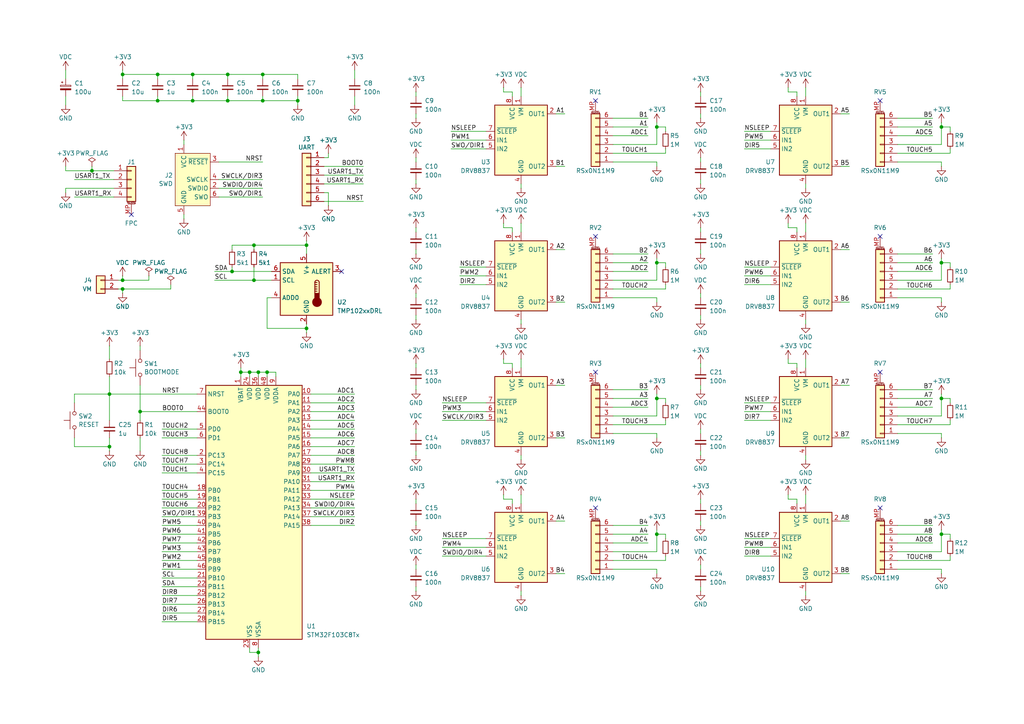
<source format=kicad_sch>
(kicad_sch
	(version 20231120)
	(generator "eeschema")
	(generator_version "8.0")
	(uuid "47ef7db7-299d-4f78-9abd-30c71fd4cb96")
	(paper "A4")
	
	(junction
		(at 69.85 107.95)
		(diameter 0)
		(color 0 0 0 0)
		(uuid "040aefeb-5635-4043-82f3-760ad7a5c51d")
	)
	(junction
		(at 55.88 21.59)
		(diameter 0)
		(color 0 0 0 0)
		(uuid "07184488-0111-4e55-8a0f-0eb8a8747fbd")
	)
	(junction
		(at 86.36 29.21)
		(diameter 0)
		(color 0 0 0 0)
		(uuid "0cd718ea-a0b6-4a33-9b60-19fa926a4ea2")
	)
	(junction
		(at 190.5 115.57)
		(diameter 0)
		(color 0 0 0 0)
		(uuid "14ffaea2-03fc-4b73-a705-6725ab82adde")
	)
	(junction
		(at 88.9 71.12)
		(diameter 0)
		(color 0 0 0 0)
		(uuid "1c0d8bf8-d782-45c4-875d-267f5d782535")
	)
	(junction
		(at 88.9 95.25)
		(diameter 0)
		(color 0 0 0 0)
		(uuid "1ddf3aa2-3b43-406d-9e15-b4abaec205f0")
	)
	(junction
		(at 190.5 36.83)
		(diameter 0)
		(color 0 0 0 0)
		(uuid "2acfed00-d941-4157-ace0-cb79b78ce7bd")
	)
	(junction
		(at 76.2 29.21)
		(diameter 0)
		(color 0 0 0 0)
		(uuid "39cdc67b-dbae-44f6-bc4b-e7d0856dc8b7")
	)
	(junction
		(at 45.72 29.21)
		(diameter 0)
		(color 0 0 0 0)
		(uuid "3d2bbb8f-def9-487f-b3ae-a50ddde70062")
	)
	(junction
		(at 35.56 83.82)
		(diameter 0)
		(color 0 0 0 0)
		(uuid "54a8eb9b-2f28-4b43-87a2-5df0b21e2b69")
	)
	(junction
		(at 273.05 76.2)
		(diameter 0)
		(color 0 0 0 0)
		(uuid "5a460126-7268-4c2f-be10-07512b68bd00")
	)
	(junction
		(at 73.66 71.12)
		(diameter 0)
		(color 0 0 0 0)
		(uuid "625ae305-a030-4a28-96e7-c875cb986abd")
	)
	(junction
		(at 76.2 21.59)
		(diameter 0)
		(color 0 0 0 0)
		(uuid "629bf52f-84a2-4021-ab96-4f4da23e8915")
	)
	(junction
		(at 73.66 81.28)
		(diameter 0)
		(color 0 0 0 0)
		(uuid "6bb5d774-a92a-4f35-b29a-f822d143f51c")
	)
	(junction
		(at 190.5 154.94)
		(diameter 0)
		(color 0 0 0 0)
		(uuid "7f31a6b1-ba87-4bf9-aa39-21ae99eafd74")
	)
	(junction
		(at 77.47 107.95)
		(diameter 0)
		(color 0 0 0 0)
		(uuid "86a980ba-66e5-465b-b69f-8451d386f49f")
	)
	(junction
		(at 26.67 49.53)
		(diameter 0)
		(color 0 0 0 0)
		(uuid "874e5432-9a67-4232-94c1-66745fa2f679")
	)
	(junction
		(at 74.93 189.23)
		(diameter 0)
		(color 0 0 0 0)
		(uuid "8bc678b2-3aaa-4b86-92e6-787d89ccb432")
	)
	(junction
		(at 74.93 107.95)
		(diameter 0)
		(color 0 0 0 0)
		(uuid "939cfd2e-2173-40b7-8793-3feae710b8e7")
	)
	(junction
		(at 45.72 21.59)
		(diameter 0)
		(color 0 0 0 0)
		(uuid "951c9b82-52bd-44a7-899c-618b0fd2cdbd")
	)
	(junction
		(at 31.75 129.54)
		(diameter 0)
		(color 0 0 0 0)
		(uuid "9741f398-1597-4eba-8be9-e211c714a35b")
	)
	(junction
		(at 40.64 119.38)
		(diameter 0)
		(color 0 0 0 0)
		(uuid "9d35ba31-a2de-4070-b50b-ccd04af9ac64")
	)
	(junction
		(at 66.04 29.21)
		(diameter 0)
		(color 0 0 0 0)
		(uuid "9de75551-dc21-4d74-92f6-ca850f68ddd4")
	)
	(junction
		(at 31.75 114.3)
		(diameter 0)
		(color 0 0 0 0)
		(uuid "aaea7034-170f-41f2-bb9f-4c661eefb2bd")
	)
	(junction
		(at 273.05 154.94)
		(diameter 0)
		(color 0 0 0 0)
		(uuid "ac182674-1014-41d7-ba52-112dda570db8")
	)
	(junction
		(at 72.39 107.95)
		(diameter 0)
		(color 0 0 0 0)
		(uuid "aeb9a1ba-93d2-40b6-a24d-53221830b8af")
	)
	(junction
		(at 35.56 21.59)
		(diameter 0)
		(color 0 0 0 0)
		(uuid "b1a04391-444e-42e1-b221-a677030b7001")
	)
	(junction
		(at 273.05 36.83)
		(diameter 0)
		(color 0 0 0 0)
		(uuid "b9ef05d8-871d-4f5d-8d54-ec87679e5bdf")
	)
	(junction
		(at 66.04 21.59)
		(diameter 0)
		(color 0 0 0 0)
		(uuid "c8c11ba3-d292-4c2a-b335-4751e243ac87")
	)
	(junction
		(at 190.5 76.2)
		(diameter 0)
		(color 0 0 0 0)
		(uuid "d1ef7753-6c28-4eb0-884a-c1c02bf761c0")
	)
	(junction
		(at 67.31 78.74)
		(diameter 0)
		(color 0 0 0 0)
		(uuid "db9eba7e-2c46-4a94-9dd2-54dc31663dfb")
	)
	(junction
		(at 273.05 115.57)
		(diameter 0)
		(color 0 0 0 0)
		(uuid "f1d99723-3d5b-4464-9d4d-b8bb7588670a")
	)
	(junction
		(at 35.56 81.28)
		(diameter 0)
		(color 0 0 0 0)
		(uuid "f39b8b48-b722-4f54-a69e-58e97f30a7b7")
	)
	(junction
		(at 55.88 29.21)
		(diameter 0)
		(color 0 0 0 0)
		(uuid "ffec608c-ce52-4d2f-a63e-4c104b8d9867")
	)
	(no_connect
		(at 172.72 68.58)
		(uuid "0b7d109f-a43a-4fa7-9028-71a64029bfd5")
	)
	(no_connect
		(at 255.27 107.95)
		(uuid "12fbcd10-82f6-4fd0-b741-7ede123f579a")
	)
	(no_connect
		(at 172.72 29.21)
		(uuid "16d8e933-ed2c-4605-99b9-260ce4282ab8")
	)
	(no_connect
		(at 172.72 147.32)
		(uuid "224ef0b3-4ead-43f9-9e33-d6bd5998598d")
	)
	(no_connect
		(at 99.06 78.74)
		(uuid "245df66b-62e9-4a8a-9163-15db5134ae23")
	)
	(no_connect
		(at 255.27 68.58)
		(uuid "5c7129b1-9ac2-45ef-b267-cfe6c1ffa968")
	)
	(no_connect
		(at 172.72 107.95)
		(uuid "687e39e9-83f4-4f56-87ec-12b1b8100469")
	)
	(no_connect
		(at 38.1 62.23)
		(uuid "6beddf35-7b3b-44a1-afd0-7cf5129a1892")
	)
	(no_connect
		(at 255.27 29.21)
		(uuid "c7d250c8-5947-4c17-9142-5787124f9aef")
	)
	(no_connect
		(at 255.27 147.32)
		(uuid "d2e9a4c9-e019-46dc-b0a2-78243a4e9d13")
	)
	(wire
		(pts
			(xy 35.56 83.82) (xy 35.56 85.09)
		)
		(stroke
			(width 0)
			(type default)
		)
		(uuid "0048ad90-83bc-4d23-b958-9075c404bbb2")
	)
	(wire
		(pts
			(xy 90.17 132.08) (xy 102.87 132.08)
		)
		(stroke
			(width 0)
			(type default)
		)
		(uuid "00a7ba10-1556-4f83-aefd-d97f0c16649a")
	)
	(wire
		(pts
			(xy 35.56 21.59) (xy 45.72 21.59)
		)
		(stroke
			(width 0)
			(type default)
		)
		(uuid "01b31b82-1a41-4cb5-98a7-3fa2f080a861")
	)
	(wire
		(pts
			(xy 46.99 162.56) (xy 57.15 162.56)
		)
		(stroke
			(width 0)
			(type default)
		)
		(uuid "01b826c9-8b44-4a81-9502-60396a5e0b87")
	)
	(wire
		(pts
			(xy 26.67 48.26) (xy 26.67 49.53)
		)
		(stroke
			(width 0)
			(type default)
		)
		(uuid "01cf38c0-c484-4f24-b3a9-b9a3678eb794")
	)
	(wire
		(pts
			(xy 40.64 119.38) (xy 40.64 121.92)
		)
		(stroke
			(width 0)
			(type default)
		)
		(uuid "041df7a9-8a46-43d8-b6b7-102f3387bf6f")
	)
	(wire
		(pts
			(xy 231.14 27.94) (xy 231.14 26.67)
		)
		(stroke
			(width 0)
			(type default)
		)
		(uuid "047b2ed8-bb36-4fd1-8bae-29b8548e43d1")
	)
	(wire
		(pts
			(xy 66.04 27.94) (xy 66.04 29.21)
		)
		(stroke
			(width 0)
			(type default)
		)
		(uuid "061be30a-67db-4872-9608-fa2b87f2ca0f")
	)
	(wire
		(pts
			(xy 76.2 27.94) (xy 76.2 29.21)
		)
		(stroke
			(width 0)
			(type default)
		)
		(uuid "06212692-73e6-494b-af4c-cf3c4ea9d7bf")
	)
	(wire
		(pts
			(xy 203.2 45.72) (xy 203.2 46.99)
		)
		(stroke
			(width 0)
			(type default)
		)
		(uuid "0642f998-4dbd-461d-aee4-adf7d15b1871")
	)
	(wire
		(pts
			(xy 177.8 152.4) (xy 187.96 152.4)
		)
		(stroke
			(width 0)
			(type default)
		)
		(uuid "0651605e-2d40-48c0-b8ad-4ee3425ec6e4")
	)
	(wire
		(pts
			(xy 76.2 29.21) (xy 86.36 29.21)
		)
		(stroke
			(width 0)
			(type default)
		)
		(uuid "06833611-1471-4b27-b271-8afabe33edf3")
	)
	(wire
		(pts
			(xy 273.05 36.83) (xy 275.59 36.83)
		)
		(stroke
			(width 0)
			(type default)
		)
		(uuid "07ebbaa2-c546-43ef-a8c0-28f106dada0d")
	)
	(wire
		(pts
			(xy 133.35 82.55) (xy 140.97 82.55)
		)
		(stroke
			(width 0)
			(type default)
		)
		(uuid "0835a9e3-3602-4ae6-8f23-6d695dc7d6de")
	)
	(wire
		(pts
			(xy 46.99 137.16) (xy 57.15 137.16)
		)
		(stroke
			(width 0)
			(type default)
		)
		(uuid "0924b74a-401c-41bb-b0eb-18306fa3ac23")
	)
	(wire
		(pts
			(xy 190.5 81.28) (xy 190.5 76.2)
		)
		(stroke
			(width 0)
			(type default)
		)
		(uuid "0948012e-1c31-49b1-ad12-c09266175195")
	)
	(wire
		(pts
			(xy 177.8 123.19) (xy 193.04 123.19)
		)
		(stroke
			(width 0)
			(type default)
		)
		(uuid "095a0095-2a56-4671-9954-69caa7e98e52")
	)
	(wire
		(pts
			(xy 161.29 151.13) (xy 163.83 151.13)
		)
		(stroke
			(width 0)
			(type default)
		)
		(uuid "09e71239-6acf-49c6-9378-8ed8f3fe16a5")
	)
	(wire
		(pts
			(xy 215.9 119.38) (xy 223.52 119.38)
		)
		(stroke
			(width 0)
			(type default)
		)
		(uuid "0a1250b4-7247-494d-8d7f-903a2823ee60")
	)
	(wire
		(pts
			(xy 93.98 45.72) (xy 95.25 45.72)
		)
		(stroke
			(width 0)
			(type default)
		)
		(uuid "0a8318db-1e90-4f64-8deb-4c59378483e3")
	)
	(wire
		(pts
			(xy 215.9 116.84) (xy 223.52 116.84)
		)
		(stroke
			(width 0)
			(type default)
		)
		(uuid "0a8b0b33-d4fa-461e-b64d-cb0ba4430e1e")
	)
	(wire
		(pts
			(xy 21.59 127) (xy 21.59 129.54)
		)
		(stroke
			(width 0)
			(type default)
		)
		(uuid "0b0cda31-54b5-4226-9fd9-9e9e51da0f7d")
	)
	(wire
		(pts
			(xy 260.35 81.28) (xy 273.05 81.28)
		)
		(stroke
			(width 0)
			(type default)
		)
		(uuid "0c4f605d-32fb-4a4f-9af1-a7b0ecd06d8f")
	)
	(wire
		(pts
			(xy 203.2 144.78) (xy 203.2 146.05)
		)
		(stroke
			(width 0)
			(type default)
		)
		(uuid "0c739466-7331-49b2-a318-41408d2da4e9")
	)
	(wire
		(pts
			(xy 34.29 83.82) (xy 35.56 83.82)
		)
		(stroke
			(width 0)
			(type default)
		)
		(uuid "0c8ed0b2-de2a-4ca2-8ce2-3179a1f1d09e")
	)
	(wire
		(pts
			(xy 21.59 129.54) (xy 31.75 129.54)
		)
		(stroke
			(width 0)
			(type default)
		)
		(uuid "0d309a18-7775-455b-ae98-950939d89c6e")
	)
	(wire
		(pts
			(xy 128.27 116.84) (xy 140.97 116.84)
		)
		(stroke
			(width 0)
			(type default)
		)
		(uuid "0e72ab71-a474-486c-b964-479316ca58f6")
	)
	(wire
		(pts
			(xy 260.35 152.4) (xy 270.51 152.4)
		)
		(stroke
			(width 0)
			(type default)
		)
		(uuid "0f52a381-7825-4118-9c52-b1f49f5375d7")
	)
	(wire
		(pts
			(xy 233.68 25.4) (xy 233.68 27.94)
		)
		(stroke
			(width 0)
			(type default)
		)
		(uuid "103dd90b-962b-4699-a4af-a7791959d066")
	)
	(wire
		(pts
			(xy 90.17 116.84) (xy 102.87 116.84)
		)
		(stroke
			(width 0)
			(type default)
		)
		(uuid "1112ac3a-2b1f-429b-9faa-f5a4a1f5eb54")
	)
	(wire
		(pts
			(xy 177.8 115.57) (xy 187.96 115.57)
		)
		(stroke
			(width 0)
			(type default)
		)
		(uuid "157320c4-2395-4fdc-a4cb-34547b359fef")
	)
	(wire
		(pts
			(xy 273.05 81.28) (xy 273.05 76.2)
		)
		(stroke
			(width 0)
			(type default)
		)
		(uuid "15f05e31-2d5d-4e37-b330-eb9078bd3287")
	)
	(wire
		(pts
			(xy 243.84 48.26) (xy 246.38 48.26)
		)
		(stroke
			(width 0)
			(type default)
		)
		(uuid "16570834-6d76-43f7-8483-735babe30945")
	)
	(wire
		(pts
			(xy 95.25 55.88) (xy 95.25 59.69)
		)
		(stroke
			(width 0)
			(type default)
		)
		(uuid "17cd9133-a068-403f-8c49-350d2f7a34d1")
	)
	(wire
		(pts
			(xy 215.9 158.75) (xy 223.52 158.75)
		)
		(stroke
			(width 0)
			(type default)
		)
		(uuid "184b030d-09c4-4a88-8508-2e7021ac86cc")
	)
	(wire
		(pts
			(xy 260.35 46.99) (xy 273.05 46.99)
		)
		(stroke
			(width 0)
			(type default)
		)
		(uuid "1878717c-dceb-4b82-bb1e-69a845642d36")
	)
	(wire
		(pts
			(xy 273.05 74.93) (xy 273.05 76.2)
		)
		(stroke
			(width 0)
			(type default)
		)
		(uuid "18c3574d-6e54-489b-b11b-1efb1e83535a")
	)
	(wire
		(pts
			(xy 26.67 49.53) (xy 33.02 49.53)
		)
		(stroke
			(width 0)
			(type default)
		)
		(uuid "18fc09cf-b4aa-4aa0-b16c-d5f9e3a8aeae")
	)
	(wire
		(pts
			(xy 93.98 50.8) (xy 105.41 50.8)
		)
		(stroke
			(width 0)
			(type default)
		)
		(uuid "1977860f-3fff-4428-9f72-f02184260950")
	)
	(wire
		(pts
			(xy 228.6 144.78) (xy 228.6 143.51)
		)
		(stroke
			(width 0)
			(type default)
		)
		(uuid "1b06fe50-7a6e-48b3-b41f-b2f998057ccf")
	)
	(wire
		(pts
			(xy 273.05 114.3) (xy 273.05 115.57)
		)
		(stroke
			(width 0)
			(type default)
		)
		(uuid "1d7eaedc-34fa-4397-b7c6-d3e1abaab744")
	)
	(wire
		(pts
			(xy 77.47 86.36) (xy 77.47 95.25)
		)
		(stroke
			(width 0)
			(type default)
		)
		(uuid "1ee632e0-0613-4c3f-a796-49699c2fbe45")
	)
	(wire
		(pts
			(xy 93.98 55.88) (xy 95.25 55.88)
		)
		(stroke
			(width 0)
			(type default)
		)
		(uuid "1fb904ed-111d-4c95-a826-570f471e4415")
	)
	(wire
		(pts
			(xy 260.35 165.1) (xy 273.05 165.1)
		)
		(stroke
			(width 0)
			(type default)
		)
		(uuid "201cdeb6-969b-4b10-bb82-ff7aa3b64353")
	)
	(wire
		(pts
			(xy 95.25 45.72) (xy 95.25 44.45)
		)
		(stroke
			(width 0)
			(type default)
		)
		(uuid "2039c496-b5be-451a-82db-5240d49c7ca5")
	)
	(wire
		(pts
			(xy 231.14 26.67) (xy 228.6 26.67)
		)
		(stroke
			(width 0)
			(type default)
		)
		(uuid "2128cf3a-8399-434d-a89b-a781794813dd")
	)
	(wire
		(pts
			(xy 273.05 41.91) (xy 273.05 36.83)
		)
		(stroke
			(width 0)
			(type default)
		)
		(uuid "218c0c7b-3410-4bef-9b30-ee9ee6b128c9")
	)
	(wire
		(pts
			(xy 260.35 120.65) (xy 273.05 120.65)
		)
		(stroke
			(width 0)
			(type default)
		)
		(uuid "22ff7f4d-a4f0-4f96-82e8-b8216831de63")
	)
	(wire
		(pts
			(xy 76.2 21.59) (xy 86.36 21.59)
		)
		(stroke
			(width 0)
			(type default)
		)
		(uuid "2434cc48-e2e8-4d71-a181-3cafdb7c62d7")
	)
	(wire
		(pts
			(xy 19.05 20.32) (xy 19.05 22.86)
		)
		(stroke
			(width 0)
			(type default)
		)
		(uuid "24ec5f5b-87fa-4940-ac7e-5faf5a8a70f3")
	)
	(wire
		(pts
			(xy 74.93 107.95) (xy 74.93 109.22)
		)
		(stroke
			(width 0)
			(type default)
		)
		(uuid "2648eafd-6e5f-4004-9095-ac7a69dc4fad")
	)
	(wire
		(pts
			(xy 63.5 46.99) (xy 76.2 46.99)
		)
		(stroke
			(width 0)
			(type default)
		)
		(uuid "285a1b51-98fd-4483-bb97-fec1405ec392")
	)
	(wire
		(pts
			(xy 120.65 45.72) (xy 120.65 46.99)
		)
		(stroke
			(width 0)
			(type default)
		)
		(uuid "298e2db9-735e-4aae-af3b-9f95de65ed37")
	)
	(wire
		(pts
			(xy 67.31 77.47) (xy 67.31 78.74)
		)
		(stroke
			(width 0)
			(type default)
		)
		(uuid "2abae203-dc9d-479d-ada9-196cefe41364")
	)
	(wire
		(pts
			(xy 273.05 120.65) (xy 273.05 115.57)
		)
		(stroke
			(width 0)
			(type default)
		)
		(uuid "2acf608d-e0f0-4d5c-baa6-065ece635f5c")
	)
	(wire
		(pts
			(xy 177.8 36.83) (xy 187.96 36.83)
		)
		(stroke
			(width 0)
			(type default)
		)
		(uuid "2c50442e-3bc1-4957-ac27-7e955552477d")
	)
	(wire
		(pts
			(xy 74.93 187.96) (xy 74.93 189.23)
		)
		(stroke
			(width 0)
			(type default)
		)
		(uuid "2eaf0a90-188f-4fc5-8bbd-a9aac8cc5696")
	)
	(wire
		(pts
			(xy 120.65 91.44) (xy 120.65 92.71)
		)
		(stroke
			(width 0)
			(type default)
		)
		(uuid "2eb5e1b2-de6a-4e80-b372-a8a2eac0cac3")
	)
	(wire
		(pts
			(xy 120.65 33.02) (xy 120.65 34.29)
		)
		(stroke
			(width 0)
			(type default)
		)
		(uuid "2f3f5414-49f8-4f97-aa06-97a77be350bb")
	)
	(wire
		(pts
			(xy 203.2 52.07) (xy 203.2 53.34)
		)
		(stroke
			(width 0)
			(type default)
		)
		(uuid "305ea620-32d6-4abe-a54f-dcbf031478f6")
	)
	(wire
		(pts
			(xy 193.04 43.18) (xy 193.04 44.45)
		)
		(stroke
			(width 0)
			(type default)
		)
		(uuid "30817465-4aa7-4271-ae7f-8460923b4dda")
	)
	(wire
		(pts
			(xy 260.35 78.74) (xy 270.51 78.74)
		)
		(stroke
			(width 0)
			(type default)
		)
		(uuid "3115583a-4e79-4e6a-bcfe-511b12b82592")
	)
	(wire
		(pts
			(xy 128.27 119.38) (xy 140.97 119.38)
		)
		(stroke
			(width 0)
			(type default)
		)
		(uuid "317bc14e-7bc4-42de-89d5-298f4909c6b1")
	)
	(wire
		(pts
			(xy 273.05 76.2) (xy 275.59 76.2)
		)
		(stroke
			(width 0)
			(type default)
		)
		(uuid "324640d7-911f-49ae-8df7-2a82946ea709")
	)
	(wire
		(pts
			(xy 90.17 152.4) (xy 102.87 152.4)
		)
		(stroke
			(width 0)
			(type default)
		)
		(uuid "3259096f-6ae6-45bf-88e3-ebc10e53a7c9")
	)
	(wire
		(pts
			(xy 46.99 160.02) (xy 57.15 160.02)
		)
		(stroke
			(width 0)
			(type default)
		)
		(uuid "3286184f-8a70-4b98-bcfe-1fad9f2663de")
	)
	(wire
		(pts
			(xy 53.34 40.64) (xy 53.34 41.91)
		)
		(stroke
			(width 0)
			(type default)
		)
		(uuid "340255d8-64ca-4359-9231-de877ac71ddf")
	)
	(wire
		(pts
			(xy 90.17 114.3) (xy 102.87 114.3)
		)
		(stroke
			(width 0)
			(type default)
		)
		(uuid "343a4045-4691-4ea7-b90f-88f6446595e2")
	)
	(wire
		(pts
			(xy 203.2 130.81) (xy 203.2 132.08)
		)
		(stroke
			(width 0)
			(type default)
		)
		(uuid "35357af0-0fbd-4687-9288-b0be0ef85c40")
	)
	(wire
		(pts
			(xy 161.29 127) (xy 163.83 127)
		)
		(stroke
			(width 0)
			(type default)
		)
		(uuid "3546a8d6-112f-400f-9954-2b5423ae0754")
	)
	(wire
		(pts
			(xy 46.99 157.48) (xy 57.15 157.48)
		)
		(stroke
			(width 0)
			(type default)
		)
		(uuid "3561c945-ba86-4519-9a82-0cfe1e607ecf")
	)
	(wire
		(pts
			(xy 86.36 27.94) (xy 86.36 29.21)
		)
		(stroke
			(width 0)
			(type default)
		)
		(uuid "3666ceed-0ddb-4136-9bb1-1cdf5100b893")
	)
	(wire
		(pts
			(xy 233.68 92.71) (xy 233.68 93.98)
		)
		(stroke
			(width 0)
			(type default)
		)
		(uuid "36de211c-edef-47b2-bbe0-06c7f2ced8cf")
	)
	(wire
		(pts
			(xy 90.17 119.38) (xy 102.87 119.38)
		)
		(stroke
			(width 0)
			(type default)
		)
		(uuid "37bb9520-10c6-44ec-99a9-2b6abbcb446b")
	)
	(wire
		(pts
			(xy 133.35 77.47) (xy 140.97 77.47)
		)
		(stroke
			(width 0)
			(type default)
		)
		(uuid "38baaa32-e0d7-4a6f-9e6d-4b876be2651f")
	)
	(wire
		(pts
			(xy 193.04 161.29) (xy 193.04 162.56)
		)
		(stroke
			(width 0)
			(type default)
		)
		(uuid "39919981-4067-4168-a035-d7af74e6b3dc")
	)
	(wire
		(pts
			(xy 93.98 48.26) (xy 105.41 48.26)
		)
		(stroke
			(width 0)
			(type default)
		)
		(uuid "39b985cf-4f86-43fa-a0d6-0a3c9ce50722")
	)
	(wire
		(pts
			(xy 120.65 72.39) (xy 120.65 73.66)
		)
		(stroke
			(width 0)
			(type default)
		)
		(uuid "3abaa11b-ed2b-43b6-8ff7-76a543cef6f5")
	)
	(wire
		(pts
			(xy 260.35 113.03) (xy 270.51 113.03)
		)
		(stroke
			(width 0)
			(type default)
		)
		(uuid "3acfb94e-d464-48d1-b9cd-319d062c315d")
	)
	(wire
		(pts
			(xy 102.87 20.32) (xy 102.87 22.86)
		)
		(stroke
			(width 0)
			(type default)
		)
		(uuid "3da7dec0-c121-441f-b375-9c725f798b72")
	)
	(wire
		(pts
			(xy 88.9 71.12) (xy 88.9 73.66)
		)
		(stroke
			(width 0)
			(type default)
		)
		(uuid "3f8c77b9-36ea-4808-a082-e726d5a8140e")
	)
	(wire
		(pts
			(xy 90.17 137.16) (xy 102.87 137.16)
		)
		(stroke
			(width 0)
			(type default)
		)
		(uuid "3fc622ff-6430-4de5-a1b2-85d68778dc2f")
	)
	(wire
		(pts
			(xy 228.6 26.67) (xy 228.6 25.4)
		)
		(stroke
			(width 0)
			(type default)
		)
		(uuid "40089413-4c86-40d3-b144-14394430a3ed")
	)
	(wire
		(pts
			(xy 74.93 189.23) (xy 74.93 190.5)
		)
		(stroke
			(width 0)
			(type default)
		)
		(uuid "401d4367-61bf-4fbc-bada-b9542db0119b")
	)
	(wire
		(pts
			(xy 275.59 82.55) (xy 275.59 83.82)
		)
		(stroke
			(width 0)
			(type default)
		)
		(uuid "4090c8b1-f8b6-45aa-9dd4-d5e63e5df083")
	)
	(wire
		(pts
			(xy 203.2 33.02) (xy 203.2 34.29)
		)
		(stroke
			(width 0)
			(type default)
		)
		(uuid "40eadd84-3c7f-4975-b1eb-04097a72602c")
	)
	(wire
		(pts
			(xy 203.2 124.46) (xy 203.2 125.73)
		)
		(stroke
			(width 0)
			(type default)
		)
		(uuid "416f81ec-9c28-461a-a36e-fa70f7dee20c")
	)
	(wire
		(pts
			(xy 148.59 66.04) (xy 146.05 66.04)
		)
		(stroke
			(width 0)
			(type default)
		)
		(uuid "417a0328-ea24-4c0a-8b8c-bb597a795170")
	)
	(wire
		(pts
			(xy 146.05 144.78) (xy 146.05 143.51)
		)
		(stroke
			(width 0)
			(type default)
		)
		(uuid "41d2ceeb-a7e6-44fc-bf55-f3bb4d04b052")
	)
	(wire
		(pts
			(xy 151.13 64.77) (xy 151.13 67.31)
		)
		(stroke
			(width 0)
			(type default)
		)
		(uuid "43be1260-a8bd-417e-b504-b2b83b27ed06")
	)
	(wire
		(pts
			(xy 203.2 26.67) (xy 203.2 27.94)
		)
		(stroke
			(width 0)
			(type default)
		)
		(uuid "43fc202f-f746-490f-934b-108f80c57c74")
	)
	(wire
		(pts
			(xy 130.81 38.1) (xy 140.97 38.1)
		)
		(stroke
			(width 0)
			(type default)
		)
		(uuid "454d4e49-4970-4c7e-b9b5-d0c41b61b1ab")
	)
	(wire
		(pts
			(xy 260.35 162.56) (xy 275.59 162.56)
		)
		(stroke
			(width 0)
			(type default)
		)
		(uuid "47435fd0-0040-49bf-849c-684419460a1c")
	)
	(wire
		(pts
			(xy 231.14 144.78) (xy 228.6 144.78)
		)
		(stroke
			(width 0)
			(type default)
		)
		(uuid "48ae2a3c-23ca-4374-91fc-02e35e1ccf1e")
	)
	(wire
		(pts
			(xy 260.35 39.37) (xy 270.51 39.37)
		)
		(stroke
			(width 0)
			(type default)
		)
		(uuid "48d7735b-fbd6-4523-8907-d23024458151")
	)
	(wire
		(pts
			(xy 90.17 121.92) (xy 102.87 121.92)
		)
		(stroke
			(width 0)
			(type default)
		)
		(uuid "493f0068-37c5-4744-b9b0-b2b9ad9ebea8")
	)
	(wire
		(pts
			(xy 120.65 111.76) (xy 120.65 113.03)
		)
		(stroke
			(width 0)
			(type default)
		)
		(uuid "4b11054d-0177-4bb2-80c4-7694eadb1acf")
	)
	(wire
		(pts
			(xy 45.72 29.21) (xy 55.88 29.21)
		)
		(stroke
			(width 0)
			(type default)
		)
		(uuid "4b72cc0c-3552-4aaf-b9f6-c29d4053f08f")
	)
	(wire
		(pts
			(xy 177.8 113.03) (xy 187.96 113.03)
		)
		(stroke
			(width 0)
			(type default)
		)
		(uuid "4fafa6b6-891c-4d7e-aa04-9896ae64d412")
	)
	(wire
		(pts
			(xy 215.9 77.47) (xy 223.52 77.47)
		)
		(stroke
			(width 0)
			(type default)
		)
		(uuid "4ffc1741-2134-41a7-9cc6-deee0ed2f617")
	)
	(wire
		(pts
			(xy 120.65 105.41) (xy 120.65 106.68)
		)
		(stroke
			(width 0)
			(type default)
		)
		(uuid "509c4c26-debb-49a4-9819-3f18cddc1b36")
	)
	(wire
		(pts
			(xy 120.65 151.13) (xy 120.65 152.4)
		)
		(stroke
			(width 0)
			(type default)
		)
		(uuid "5138c3e6-3d29-4b98-bdd8-58cfd0515b57")
	)
	(wire
		(pts
			(xy 275.59 43.18) (xy 275.59 44.45)
		)
		(stroke
			(width 0)
			(type default)
		)
		(uuid "516f3a31-8355-45ca-896f-44ea93dd4a3c")
	)
	(wire
		(pts
			(xy 80.01 109.22) (xy 80.01 107.95)
		)
		(stroke
			(width 0)
			(type default)
		)
		(uuid "51dd7b7d-5eda-4e12-9c37-480c9f5fad13")
	)
	(wire
		(pts
			(xy 177.8 162.56) (xy 193.04 162.56)
		)
		(stroke
			(width 0)
			(type default)
		)
		(uuid "520aa5cf-463c-4a6a-9fb4-8a0ceaba39dc")
	)
	(wire
		(pts
			(xy 62.23 78.74) (xy 67.31 78.74)
		)
		(stroke
			(width 0)
			(type default)
		)
		(uuid "521bbf3c-1575-4526-9a24-dfd6b2c7e1b8")
	)
	(wire
		(pts
			(xy 93.98 58.42) (xy 105.41 58.42)
		)
		(stroke
			(width 0)
			(type default)
		)
		(uuid "526fd515-087e-40d1-93ed-b7b19b1f1a0e")
	)
	(wire
		(pts
			(xy 46.99 154.94) (xy 57.15 154.94)
		)
		(stroke
			(width 0)
			(type default)
		)
		(uuid "5394d6bf-07a1-4c64-b45f-ab6618d4524b")
	)
	(wire
		(pts
			(xy 69.85 107.95) (xy 72.39 107.95)
		)
		(stroke
			(width 0)
			(type default)
		)
		(uuid "54784272-d671-432e-b766-91082b058b18")
	)
	(wire
		(pts
			(xy 177.8 78.74) (xy 187.96 78.74)
		)
		(stroke
			(width 0)
			(type default)
		)
		(uuid "54bacf47-310e-4a91-85b0-c4f67038ec59")
	)
	(wire
		(pts
			(xy 203.2 66.04) (xy 203.2 67.31)
		)
		(stroke
			(width 0)
			(type default)
		)
		(uuid "56f9e8bc-9740-4572-8007-79583ef90ca0")
	)
	(wire
		(pts
			(xy 190.5 86.36) (xy 190.5 87.63)
		)
		(stroke
			(width 0)
			(type default)
		)
		(uuid "5851d607-3779-40c0-ade8-b3d84473c062")
	)
	(wire
		(pts
			(xy 63.5 54.61) (xy 76.2 54.61)
		)
		(stroke
			(width 0)
			(type default)
		)
		(uuid "58fd72c5-c3c2-4123-bdad-25f4d6368f71")
	)
	(wire
		(pts
			(xy 260.35 115.57) (xy 270.51 115.57)
		)
		(stroke
			(width 0)
			(type default)
		)
		(uuid "5928f74c-c4e4-4223-b60f-afbf74ec5102")
	)
	(wire
		(pts
			(xy 19.05 48.26) (xy 19.05 49.53)
		)
		(stroke
			(width 0)
			(type default)
		)
		(uuid "5b039e59-f332-489a-94ce-25f58b432a02")
	)
	(wire
		(pts
			(xy 193.04 82.55) (xy 193.04 83.82)
		)
		(stroke
			(width 0)
			(type default)
		)
		(uuid "5bd585f0-8b14-4fda-a4cb-f049874c6434")
	)
	(wire
		(pts
			(xy 203.2 85.09) (xy 203.2 86.36)
		)
		(stroke
			(width 0)
			(type default)
		)
		(uuid "5be17520-46da-4400-b149-7faa88afba9a")
	)
	(wire
		(pts
			(xy 63.5 57.15) (xy 76.2 57.15)
		)
		(stroke
			(width 0)
			(type default)
		)
		(uuid "5c511669-d8e3-4866-94cc-d48c49aeb729")
	)
	(wire
		(pts
			(xy 273.05 153.67) (xy 273.05 154.94)
		)
		(stroke
			(width 0)
			(type default)
		)
		(uuid "5c9a3663-0651-4249-8c04-984840698040")
	)
	(wire
		(pts
			(xy 193.04 154.94) (xy 193.04 156.21)
		)
		(stroke
			(width 0)
			(type default)
		)
		(uuid "5d99a591-4d73-412c-909b-c4410b19fd9f")
	)
	(wire
		(pts
			(xy 151.13 132.08) (xy 151.13 133.35)
		)
		(stroke
			(width 0)
			(type default)
		)
		(uuid "5e6bf736-d6a1-4f72-b0ed-0489d0b7367e")
	)
	(wire
		(pts
			(xy 130.81 40.64) (xy 140.97 40.64)
		)
		(stroke
			(width 0)
			(type default)
		)
		(uuid "5e835f1e-8cc0-489f-bf95-c8a17cf3848f")
	)
	(wire
		(pts
			(xy 46.99 127) (xy 57.15 127)
		)
		(stroke
			(width 0)
			(type default)
		)
		(uuid "5f69a346-f60a-401e-bb0e-4165e28bad46")
	)
	(wire
		(pts
			(xy 55.88 29.21) (xy 66.04 29.21)
		)
		(stroke
			(width 0)
			(type default)
		)
		(uuid "5fae56fc-4188-478c-be4f-680ddf84875b")
	)
	(wire
		(pts
			(xy 275.59 76.2) (xy 275.59 77.47)
		)
		(stroke
			(width 0)
			(type default)
		)
		(uuid "5fc1f542-ddfa-433c-8e1c-5d5303b98d1d")
	)
	(wire
		(pts
			(xy 120.65 124.46) (xy 120.65 125.73)
		)
		(stroke
			(width 0)
			(type default)
		)
		(uuid "60ad0e44-7685-4e5a-b725-0aaad5b4d158")
	)
	(wire
		(pts
			(xy 151.13 53.34) (xy 151.13 54.61)
		)
		(stroke
			(width 0)
			(type default)
		)
		(uuid "60eddfc0-545d-4417-af58-6fa1074350f8")
	)
	(wire
		(pts
			(xy 190.5 76.2) (xy 193.04 76.2)
		)
		(stroke
			(width 0)
			(type default)
		)
		(uuid "615f75b8-955e-47e0-a05b-2ad4a5cca956")
	)
	(wire
		(pts
			(xy 273.05 125.73) (xy 273.05 127)
		)
		(stroke
			(width 0)
			(type default)
		)
		(uuid "61d92b2a-2097-4079-a6c7-5e48fa5fbded")
	)
	(wire
		(pts
			(xy 260.35 157.48) (xy 270.51 157.48)
		)
		(stroke
			(width 0)
			(type default)
		)
		(uuid "62005cc7-7c6a-492b-9f40-894fd7db4867")
	)
	(wire
		(pts
			(xy 215.9 38.1) (xy 223.52 38.1)
		)
		(stroke
			(width 0)
			(type default)
		)
		(uuid "62c0ec4a-997c-4b14-b4a4-1459b2134ede")
	)
	(wire
		(pts
			(xy 148.59 26.67) (xy 146.05 26.67)
		)
		(stroke
			(width 0)
			(type default)
		)
		(uuid "634843d1-75ba-4dfc-8cc1-58295686b9aa")
	)
	(wire
		(pts
			(xy 46.99 177.8) (xy 57.15 177.8)
		)
		(stroke
			(width 0)
			(type default)
		)
		(uuid "6353721d-1528-4104-a3ea-b0a8c17a5b20")
	)
	(wire
		(pts
			(xy 233.68 104.14) (xy 233.68 106.68)
		)
		(stroke
			(width 0)
			(type default)
		)
		(uuid "639b6b33-8c5c-46ca-94a2-7c82d5516774")
	)
	(wire
		(pts
			(xy 46.99 165.1) (xy 57.15 165.1)
		)
		(stroke
			(width 0)
			(type default)
		)
		(uuid "645b8011-f752-47c8-a87b-c271359ca101")
	)
	(wire
		(pts
			(xy 151.13 171.45) (xy 151.13 172.72)
		)
		(stroke
			(width 0)
			(type default)
		)
		(uuid "648a9422-944a-43a2-bd7e-66fd30f60d39")
	)
	(wire
		(pts
			(xy 46.99 147.32) (xy 57.15 147.32)
		)
		(stroke
			(width 0)
			(type default)
		)
		(uuid "6510fe75-0434-47d7-96d8-d5e8019c916b")
	)
	(wire
		(pts
			(xy 34.29 81.28) (xy 35.56 81.28)
		)
		(stroke
			(width 0)
			(type default)
		)
		(uuid "655249f5-2c8d-48ed-8fc9-8ede21ea4c7f")
	)
	(wire
		(pts
			(xy 231.14 105.41) (xy 228.6 105.41)
		)
		(stroke
			(width 0)
			(type default)
		)
		(uuid "656851a2-3079-4140-80c1-0f4d47e4d9fc")
	)
	(wire
		(pts
			(xy 243.84 33.02) (xy 246.38 33.02)
		)
		(stroke
			(width 0)
			(type default)
		)
		(uuid "660dca4e-50ff-499b-9896-9366c05bb749")
	)
	(wire
		(pts
			(xy 273.05 115.57) (xy 275.59 115.57)
		)
		(stroke
			(width 0)
			(type default)
		)
		(uuid "67214534-c451-4a78-83ef-a0d122520548")
	)
	(wire
		(pts
			(xy 40.64 119.38) (xy 57.15 119.38)
		)
		(stroke
			(width 0)
			(type default)
		)
		(uuid "6833933d-53c3-4bdf-9156-5d84b7c96577")
	)
	(wire
		(pts
			(xy 233.68 64.77) (xy 233.68 67.31)
		)
		(stroke
			(width 0)
			(type default)
		)
		(uuid "6841311b-0f17-44f4-8d15-e5f67d6219ac")
	)
	(wire
		(pts
			(xy 46.99 180.34) (xy 57.15 180.34)
		)
		(stroke
			(width 0)
			(type default)
		)
		(uuid "685f2694-feea-4bad-8105-bc3449cd9342")
	)
	(wire
		(pts
			(xy 273.05 46.99) (xy 273.05 48.26)
		)
		(stroke
			(width 0)
			(type default)
		)
		(uuid "68e95f9a-e2fc-4e18-b2cf-c486484da86a")
	)
	(wire
		(pts
			(xy 260.35 44.45) (xy 275.59 44.45)
		)
		(stroke
			(width 0)
			(type default)
		)
		(uuid "68f129a9-b525-4aa3-b870-5434dd8d27c9")
	)
	(wire
		(pts
			(xy 190.5 154.94) (xy 193.04 154.94)
		)
		(stroke
			(width 0)
			(type default)
		)
		(uuid "68f502f6-80c9-4188-825d-719363254f79")
	)
	(wire
		(pts
			(xy 260.35 118.11) (xy 270.51 118.11)
		)
		(stroke
			(width 0)
			(type default)
		)
		(uuid "68ff2b6f-2393-4872-8aeb-6cd3821b3a05")
	)
	(wire
		(pts
			(xy 19.05 49.53) (xy 26.67 49.53)
		)
		(stroke
			(width 0)
			(type default)
		)
		(uuid "6921b631-7bbd-4688-9160-2f698aa4926a")
	)
	(wire
		(pts
			(xy 190.5 153.67) (xy 190.5 154.94)
		)
		(stroke
			(width 0)
			(type default)
		)
		(uuid "697ce51d-de90-4a22-931c-0e889488b071")
	)
	(wire
		(pts
			(xy 62.23 81.28) (xy 73.66 81.28)
		)
		(stroke
			(width 0)
			(type default)
		)
		(uuid "698d710a-f45d-4546-9fa6-1021c213f5a8")
	)
	(wire
		(pts
			(xy 233.68 53.34) (xy 233.68 54.61)
		)
		(stroke
			(width 0)
			(type default)
		)
		(uuid "6a2289ca-e6fd-4585-bf4f-6f33903f8084")
	)
	(wire
		(pts
			(xy 190.5 125.73) (xy 190.5 127)
		)
		(stroke
			(width 0)
			(type default)
		)
		(uuid "6a402a8a-8f73-4db5-badc-c59aa207e60b")
	)
	(wire
		(pts
			(xy 177.8 154.94) (xy 187.96 154.94)
		)
		(stroke
			(width 0)
			(type default)
		)
		(uuid "6a56dace-6204-4d07-a2f2-2013633879bb")
	)
	(wire
		(pts
			(xy 66.04 21.59) (xy 66.04 22.86)
		)
		(stroke
			(width 0)
			(type default)
		)
		(uuid "6cc492c8-1cce-4c93-b91a-715f11802443")
	)
	(wire
		(pts
			(xy 190.5 160.02) (xy 190.5 154.94)
		)
		(stroke
			(width 0)
			(type default)
		)
		(uuid "6f470c07-3fc7-4637-ae69-7fb94f4399fc")
	)
	(wire
		(pts
			(xy 161.29 111.76) (xy 163.83 111.76)
		)
		(stroke
			(width 0)
			(type default)
		)
		(uuid "70626516-e7b0-4b1b-b67e-644d244fb8ff")
	)
	(wire
		(pts
			(xy 53.34 62.23) (xy 53.34 63.5)
		)
		(stroke
			(width 0)
			(type default)
		)
		(uuid "72283cbd-8c52-48d8-ac86-e47ced53e479")
	)
	(wire
		(pts
			(xy 231.14 106.68) (xy 231.14 105.41)
		)
		(stroke
			(width 0)
			(type default)
		)
		(uuid "73b3b743-0656-4bb9-8687-bcb8dd1a0cc1")
	)
	(wire
		(pts
			(xy 31.75 114.3) (xy 21.59 114.3)
		)
		(stroke
			(width 0)
			(type default)
		)
		(uuid "7427ba6a-a1c1-4906-92f2-16c0cb19e43f")
	)
	(wire
		(pts
			(xy 203.2 105.41) (xy 203.2 106.68)
		)
		(stroke
			(width 0)
			(type default)
		)
		(uuid "75ab5aa5-d35c-4bc4-bb89-6383848e253e")
	)
	(wire
		(pts
			(xy 260.35 154.94) (xy 270.51 154.94)
		)
		(stroke
			(width 0)
			(type default)
		)
		(uuid "7767d1f2-cbd4-4c2f-9008-402d4a558a39")
	)
	(wire
		(pts
			(xy 77.47 107.95) (xy 77.47 109.22)
		)
		(stroke
			(width 0)
			(type default)
		)
		(uuid "7ab6beae-b7a2-484b-a598-eb789154dade")
	)
	(wire
		(pts
			(xy 215.9 156.21) (xy 223.52 156.21)
		)
		(stroke
			(width 0)
			(type default)
		)
		(uuid "7b25ac77-2a6e-4c6b-97bb-61564aa57531")
	)
	(wire
		(pts
			(xy 46.99 167.64) (xy 57.15 167.64)
		)
		(stroke
			(width 0)
			(type default)
		)
		(uuid "7bbcc58b-aa78-459a-a208-6ae8737d1deb")
	)
	(wire
		(pts
			(xy 74.93 107.95) (xy 77.47 107.95)
		)
		(stroke
			(width 0)
			(type default)
		)
		(uuid "7bf4308e-f756-4772-b742-40294becee4f")
	)
	(wire
		(pts
			(xy 55.88 21.59) (xy 55.88 22.86)
		)
		(stroke
			(width 0)
			(type default)
		)
		(uuid "7c05c1ff-7a74-406e-b643-dd3ee16a7084")
	)
	(wire
		(pts
			(xy 46.99 152.4) (xy 57.15 152.4)
		)
		(stroke
			(width 0)
			(type default)
		)
		(uuid "7c172100-db93-4c36-880e-f3c36b4d51a5")
	)
	(wire
		(pts
			(xy 231.14 146.05) (xy 231.14 144.78)
		)
		(stroke
			(width 0)
			(type default)
		)
		(uuid "7c979b3a-003b-4484-8740-dfde1de9aa55")
	)
	(wire
		(pts
			(xy 31.75 127) (xy 31.75 129.54)
		)
		(stroke
			(width 0)
			(type default)
		)
		(uuid "7d5bb250-de93-4e83-9934-976c2ee2d171")
	)
	(wire
		(pts
			(xy 260.35 34.29) (xy 270.51 34.29)
		)
		(stroke
			(width 0)
			(type default)
		)
		(uuid "7dae83e8-5aa4-4c79-bd9d-e14db430c9ca")
	)
	(wire
		(pts
			(xy 72.39 107.95) (xy 74.93 107.95)
		)
		(stroke
			(width 0)
			(type default)
		)
		(uuid "7f223536-652d-426f-bb8f-ebe3151c9a1f")
	)
	(wire
		(pts
			(xy 46.99 134.62) (xy 57.15 134.62)
		)
		(stroke
			(width 0)
			(type default)
		)
		(uuid "7fb09845-f3c4-4019-8eea-a5b038875394")
	)
	(wire
		(pts
			(xy 88.9 71.12) (xy 88.9 69.85)
		)
		(stroke
			(width 0)
			(type default)
		)
		(uuid "8035fbaa-ec9d-4007-b128-be909d36a195")
	)
	(wire
		(pts
			(xy 193.04 36.83) (xy 193.04 38.1)
		)
		(stroke
			(width 0)
			(type default)
		)
		(uuid "80c58c92-60a9-48b5-b962-449e9366575a")
	)
	(wire
		(pts
			(xy 228.6 66.04) (xy 228.6 64.77)
		)
		(stroke
			(width 0)
			(type default)
		)
		(uuid "81217dd9-0e84-495b-8688-2efaacc20a3b")
	)
	(wire
		(pts
			(xy 73.66 77.47) (xy 73.66 81.28)
		)
		(stroke
			(width 0)
			(type default)
		)
		(uuid "816a3fba-ff3c-4fde-a3c1-0132377af646")
	)
	(wire
		(pts
			(xy 190.5 115.57) (xy 193.04 115.57)
		)
		(stroke
			(width 0)
			(type default)
		)
		(uuid "818eb706-98f0-4a1c-8a69-5b54d77d2e5f")
	)
	(wire
		(pts
			(xy 90.17 134.62) (xy 102.87 134.62)
		)
		(stroke
			(width 0)
			(type default)
		)
		(uuid "82b0b91d-d576-4cd9-8b28-24275d77a4f8")
	)
	(wire
		(pts
			(xy 177.8 81.28) (xy 190.5 81.28)
		)
		(stroke
			(width 0)
			(type default)
		)
		(uuid "82c83f2a-9121-4b97-829d-dc053dec3183")
	)
	(wire
		(pts
			(xy 177.8 160.02) (xy 190.5 160.02)
		)
		(stroke
			(width 0)
			(type default)
		)
		(uuid "830f3907-c501-490d-baca-6dc8616be078")
	)
	(wire
		(pts
			(xy 260.35 76.2) (xy 270.51 76.2)
		)
		(stroke
			(width 0)
			(type default)
		)
		(uuid "83779aae-453d-4122-bcd4-463b45e2ddc1")
	)
	(wire
		(pts
			(xy 215.9 80.01) (xy 223.52 80.01)
		)
		(stroke
			(width 0)
			(type default)
		)
		(uuid "852e096e-2a4b-4966-852d-73629a8ef3a1")
	)
	(wire
		(pts
			(xy 40.64 111.76) (xy 40.64 119.38)
		)
		(stroke
			(width 0)
			(type default)
		)
		(uuid "861ad518-43d3-4bfc-9bab-b2469456a41f")
	)
	(wire
		(pts
			(xy 63.5 52.07) (xy 76.2 52.07)
		)
		(stroke
			(width 0)
			(type default)
		)
		(uuid "867d1f97-7119-4335-91b0-0a8de5236943")
	)
	(wire
		(pts
			(xy 67.31 71.12) (xy 73.66 71.12)
		)
		(stroke
			(width 0)
			(type default)
		)
		(uuid "8792ec21-c0ff-42ea-8dd8-138514d1170b")
	)
	(wire
		(pts
			(xy 67.31 78.74) (xy 78.74 78.74)
		)
		(stroke
			(width 0)
			(type default)
		)
		(uuid "87e68b85-12bb-4a92-82d2-96bf89e73f26")
	)
	(wire
		(pts
			(xy 260.35 36.83) (xy 270.51 36.83)
		)
		(stroke
			(width 0)
			(type default)
		)
		(uuid "8894848b-e76a-4e60-9a94-2e97654544ab")
	)
	(wire
		(pts
			(xy 31.75 109.22) (xy 31.75 114.3)
		)
		(stroke
			(width 0)
			(type default)
		)
		(uuid "89bfbd7c-a446-4ad7-879d-8f37f8aad056")
	)
	(wire
		(pts
			(xy 190.5 46.99) (xy 190.5 48.26)
		)
		(stroke
			(width 0)
			(type default)
		)
		(uuid "8bd4b011-835c-409c-9539-6d157eb61080")
	)
	(wire
		(pts
			(xy 275.59 36.83) (xy 275.59 38.1)
		)
		(stroke
			(width 0)
			(type default)
		)
		(uuid "8c38178a-5dc5-4166-99a1-63d814c60c3b")
	)
	(wire
		(pts
			(xy 19.05 54.61) (xy 19.05 55.88)
		)
		(stroke
			(width 0)
			(type default)
		)
		(uuid "8c4eac7f-f793-4362-a7dd-b75349b5af14")
	)
	(wire
		(pts
			(xy 177.8 39.37) (xy 187.96 39.37)
		)
		(stroke
			(width 0)
			(type default)
		)
		(uuid "8e938088-632c-45e1-8ac7-945321d5c1ae")
	)
	(wire
		(pts
			(xy 151.13 25.4) (xy 151.13 27.94)
		)
		(stroke
			(width 0)
			(type default)
		)
		(uuid "8f998588-345e-4c91-893e-7bf1205eee57")
	)
	(wire
		(pts
			(xy 148.59 146.05) (xy 148.59 144.78)
		)
		(stroke
			(width 0)
			(type default)
		)
		(uuid "902b242d-da51-43c7-98d2-986d834cd3f4")
	)
	(wire
		(pts
			(xy 35.56 81.28) (xy 35.56 80.01)
		)
		(stroke
			(width 0)
			(type default)
		)
		(uuid "9030e7b1-ff7b-46fa-bbbc-5dfbf5fc793e")
	)
	(wire
		(pts
			(xy 46.99 142.24) (xy 57.15 142.24)
		)
		(stroke
			(width 0)
			(type default)
		)
		(uuid "908f14ca-91aa-45ec-8e5f-9fef6095b371")
	)
	(wire
		(pts
			(xy 31.75 129.54) (xy 31.75 130.81)
		)
		(stroke
			(width 0)
			(type default)
		)
		(uuid "914f002c-23fe-4d0d-8afa-6f607218c0db")
	)
	(wire
		(pts
			(xy 128.27 156.21) (xy 140.97 156.21)
		)
		(stroke
			(width 0)
			(type default)
		)
		(uuid "9150ffc4-f072-4919-8616-085bf0c75a3c")
	)
	(wire
		(pts
			(xy 273.05 165.1) (xy 273.05 166.37)
		)
		(stroke
			(width 0)
			(type default)
		)
		(uuid "9153d227-2200-468f-a8cd-e8aa9746dd8e")
	)
	(wire
		(pts
			(xy 120.65 130.81) (xy 120.65 132.08)
		)
		(stroke
			(width 0)
			(type default)
		)
		(uuid "9186b1d6-53c3-4b6f-8f85-b1473c5d10ba")
	)
	(wire
		(pts
			(xy 177.8 76.2) (xy 187.96 76.2)
		)
		(stroke
			(width 0)
			(type default)
		)
		(uuid "929649b5-74b6-4d3e-b4a8-4f0555f96310")
	)
	(wire
		(pts
			(xy 177.8 157.48) (xy 187.96 157.48)
		)
		(stroke
			(width 0)
			(type default)
		)
		(uuid "92a6a92e-8ca9-4f2e-bff6-9edca2435fff")
	)
	(wire
		(pts
			(xy 77.47 107.95) (xy 80.01 107.95)
		)
		(stroke
			(width 0)
			(type default)
		)
		(uuid "94333956-7134-4104-a16e-0dc9f3621df7")
	)
	(wire
		(pts
			(xy 190.5 35.56) (xy 190.5 36.83)
		)
		(stroke
			(width 0)
			(type default)
		)
		(uuid "94af27b2-b37f-4e7f-812c-918f0005bff4")
	)
	(wire
		(pts
			(xy 243.84 72.39) (xy 246.38 72.39)
		)
		(stroke
			(width 0)
			(type default)
		)
		(uuid "950f05d8-3990-4eac-804d-699c03d32345")
	)
	(wire
		(pts
			(xy 275.59 161.29) (xy 275.59 162.56)
		)
		(stroke
			(width 0)
			(type default)
		)
		(uuid "95af10f0-874c-4a61-b84f-f2ac3bed8d64")
	)
	(wire
		(pts
			(xy 35.56 83.82) (xy 49.53 83.82)
		)
		(stroke
			(width 0)
			(type default)
		)
		(uuid "95ff1b99-e4ca-4b2f-81ff-f68bfe7aaa8a")
	)
	(wire
		(pts
			(xy 161.29 166.37) (xy 163.83 166.37)
		)
		(stroke
			(width 0)
			(type default)
		)
		(uuid "96aaa17b-054b-4a75-a3e8-80eb5333ac32")
	)
	(wire
		(pts
			(xy 43.18 81.28) (xy 35.56 81.28)
		)
		(stroke
			(width 0)
			(type default)
		)
		(uuid "978a15a0-bb5d-4757-b150-8e3c56390971")
	)
	(wire
		(pts
			(xy 128.27 161.29) (xy 140.97 161.29)
		)
		(stroke
			(width 0)
			(type default)
		)
		(uuid "97d8396b-afd6-402b-855a-f2f3458ed7c8")
	)
	(wire
		(pts
			(xy 177.8 86.36) (xy 190.5 86.36)
		)
		(stroke
			(width 0)
			(type default)
		)
		(uuid "9846ddfc-66d7-494c-b6d6-5ce0749f4e79")
	)
	(wire
		(pts
			(xy 148.59 144.78) (xy 146.05 144.78)
		)
		(stroke
			(width 0)
			(type default)
		)
		(uuid "9849b4a0-eb1e-4b41-8ffc-1cd73c805a15")
	)
	(wire
		(pts
			(xy 73.66 71.12) (xy 88.9 71.12)
		)
		(stroke
			(width 0)
			(type default)
		)
		(uuid "996ecc16-41ee-41dc-9623-97ae7011f2eb")
	)
	(wire
		(pts
			(xy 77.47 95.25) (xy 88.9 95.25)
		)
		(stroke
			(width 0)
			(type default)
		)
		(uuid "99f18cdb-1765-4894-b035-71cc1400f60b")
	)
	(wire
		(pts
			(xy 66.04 29.21) (xy 76.2 29.21)
		)
		(stroke
			(width 0)
			(type default)
		)
		(uuid "9a831e28-5873-452d-84a0-fda31d2d4bc2")
	)
	(wire
		(pts
			(xy 45.72 27.94) (xy 45.72 29.21)
		)
		(stroke
			(width 0)
			(type default)
		)
		(uuid "9a966c3a-737b-48bc-9f18-6e38f543bf5e")
	)
	(wire
		(pts
			(xy 21.59 52.07) (xy 33.02 52.07)
		)
		(stroke
			(width 0)
			(type default)
		)
		(uuid "9b5d2a4c-6de7-4cce-9b21-7827e6424ca7")
	)
	(wire
		(pts
			(xy 45.72 21.59) (xy 45.72 22.86)
		)
		(stroke
			(width 0)
			(type default)
		)
		(uuid "9d9c2b01-8051-4697-aa2d-78b770e83a2d")
	)
	(wire
		(pts
			(xy 128.27 158.75) (xy 140.97 158.75)
		)
		(stroke
			(width 0)
			(type default)
		)
		(uuid "9f808ac9-c0f7-4fc9-a7cc-d7260f28e7d8")
	)
	(wire
		(pts
			(xy 148.59 105.41) (xy 146.05 105.41)
		)
		(stroke
			(width 0)
			(type default)
		)
		(uuid "9f8ed67b-886b-4e64-a211-d991d335ec01")
	)
	(wire
		(pts
			(xy 260.35 160.02) (xy 273.05 160.02)
		)
		(stroke
			(width 0)
			(type default)
		)
		(uuid "9fbeefec-2fe7-477c-84aa-943b4ae769a7")
	)
	(wire
		(pts
			(xy 46.99 132.08) (xy 57.15 132.08)
		)
		(stroke
			(width 0)
			(type default)
		)
		(uuid "a0517098-2256-4e15-895e-ca0f54ff8f59")
	)
	(wire
		(pts
			(xy 133.35 80.01) (xy 140.97 80.01)
		)
		(stroke
			(width 0)
			(type default)
		)
		(uuid "a0cd4132-9c5b-4e65-a137-b61541c088c7")
	)
	(wire
		(pts
			(xy 161.29 33.02) (xy 163.83 33.02)
		)
		(stroke
			(width 0)
			(type default)
		)
		(uuid "a12e18fe-5059-4c3d-afdd-165ab8d352b1")
	)
	(wire
		(pts
			(xy 88.9 95.25) (xy 88.9 96.52)
		)
		(stroke
			(width 0)
			(type default)
		)
		(uuid "a1605a15-761b-4eb7-a4f6-0b835391dd60")
	)
	(wire
		(pts
			(xy 243.84 166.37) (xy 246.38 166.37)
		)
		(stroke
			(width 0)
			(type default)
		)
		(uuid "a219414e-a054-4343-9489-32f637d8041c")
	)
	(wire
		(pts
			(xy 31.75 114.3) (xy 31.75 121.92)
		)
		(stroke
			(width 0)
			(type default)
		)
		(uuid "a29c03e6-a983-424a-af01-f726d3ccc997")
	)
	(wire
		(pts
			(xy 35.56 29.21) (xy 45.72 29.21)
		)
		(stroke
			(width 0)
			(type default)
		)
		(uuid "a3703c23-6d5a-49e8-8dc9-e6b8c499608d")
	)
	(wire
		(pts
			(xy 177.8 125.73) (xy 190.5 125.73)
		)
		(stroke
			(width 0)
			(type default)
		)
		(uuid "a3815960-00b1-4805-9940-6bf1bde1ab48")
	)
	(wire
		(pts
			(xy 120.65 52.07) (xy 120.65 53.34)
		)
		(stroke
			(width 0)
			(type default)
		)
		(uuid "a383c1ba-344b-4ee4-83fd-e84716019be0")
	)
	(wire
		(pts
			(xy 69.85 107.95) (xy 69.85 109.22)
		)
		(stroke
			(width 0)
			(type default)
		)
		(uuid "a4cfc726-718e-4d25-bf58-ac4f4272f13b")
	)
	(wire
		(pts
			(xy 21.59 114.3) (xy 21.59 116.84)
		)
		(stroke
			(width 0)
			(type default)
		)
		(uuid "a4e582ea-ff20-46bd-b3d0-f4e8869477b2")
	)
	(wire
		(pts
			(xy 177.8 44.45) (xy 193.04 44.45)
		)
		(stroke
			(width 0)
			(type default)
		)
		(uuid "a96df955-399e-4c8f-8e1f-ad0f411845dd")
	)
	(wire
		(pts
			(xy 35.56 27.94) (xy 35.56 29.21)
		)
		(stroke
			(width 0)
			(type default)
		)
		(uuid "ab0a616b-b6cc-4318-84fb-36c9e1869a16")
	)
	(wire
		(pts
			(xy 120.65 85.09) (xy 120.65 86.36)
		)
		(stroke
			(width 0)
			(type default)
		)
		(uuid "abd22ec1-339b-4e80-b55a-362ffaf23593")
	)
	(wire
		(pts
			(xy 190.5 120.65) (xy 190.5 115.57)
		)
		(stroke
			(width 0)
			(type default)
		)
		(uuid "abd909c8-62b0-4da9-9d43-1cbddad23d53")
	)
	(wire
		(pts
			(xy 46.99 175.26) (xy 57.15 175.26)
		)
		(stroke
			(width 0)
			(type default)
		)
		(uuid "ac1debc9-26ae-4560-a64f-f1a093a1d207")
	)
	(wire
		(pts
			(xy 67.31 72.39) (xy 67.31 71.12)
		)
		(stroke
			(width 0)
			(type default)
		)
		(uuid "ac4376a1-f3c9-46bd-b8ae-8607964f8ce6")
	)
	(wire
		(pts
			(xy 203.2 91.44) (xy 203.2 92.71)
		)
		(stroke
			(width 0)
			(type default)
		)
		(uuid "ac48a452-d6c8-48d2-a8d8-c308c0000b70")
	)
	(wire
		(pts
			(xy 72.39 187.96) (xy 72.39 189.23)
		)
		(stroke
			(width 0)
			(type default)
		)
		(uuid "ac9acd9a-5201-4421-b6f7-886144f99c2d")
	)
	(wire
		(pts
			(xy 46.99 144.78) (xy 57.15 144.78)
		)
		(stroke
			(width 0)
			(type default)
		)
		(uuid "ada6787a-c34a-4d5b-8a0e-c924b136f17c")
	)
	(wire
		(pts
			(xy 148.59 27.94) (xy 148.59 26.67)
		)
		(stroke
			(width 0)
			(type default)
		)
		(uuid "ae0365b0-15ca-4888-9a45-2605fda70f61")
	)
	(wire
		(pts
			(xy 148.59 106.68) (xy 148.59 105.41)
		)
		(stroke
			(width 0)
			(type default)
		)
		(uuid "afa45c29-6fa2-4ae2-af2c-7e8a0dfa421c")
	)
	(wire
		(pts
			(xy 193.04 115.57) (xy 193.04 116.84)
		)
		(stroke
			(width 0)
			(type default)
		)
		(uuid "b053eadf-4832-4991-b960-eb933b156294")
	)
	(wire
		(pts
			(xy 40.64 127) (xy 40.64 130.81)
		)
		(stroke
			(width 0)
			(type default)
		)
		(uuid "b0d13a4e-569a-4ab6-ac58-529d27131a9f")
	)
	(wire
		(pts
			(xy 177.8 118.11) (xy 187.96 118.11)
		)
		(stroke
			(width 0)
			(type default)
		)
		(uuid "b1abb249-9bf5-46b4-8f0b-09b0794f31ee")
	)
	(wire
		(pts
			(xy 273.05 35.56) (xy 273.05 36.83)
		)
		(stroke
			(width 0)
			(type default)
		)
		(uuid "b21ea7fa-851d-4a6c-a09f-71f738cc24ff")
	)
	(wire
		(pts
			(xy 35.56 20.32) (xy 35.56 21.59)
		)
		(stroke
			(width 0)
			(type default)
		)
		(uuid "b2d8327d-80e5-4c85-a6c1-352552bf4a29")
	)
	(wire
		(pts
			(xy 177.8 120.65) (xy 190.5 120.65)
		)
		(stroke
			(width 0)
			(type default)
		)
		(uuid "b30b8cf3-0ed0-4307-a31c-3f7309d21a64")
	)
	(wire
		(pts
			(xy 19.05 54.61) (xy 33.02 54.61)
		)
		(stroke
			(width 0)
			(type default)
		)
		(uuid "b31aab92-a963-4f1e-b6c4-f7fa2534030e")
	)
	(wire
		(pts
			(xy 90.17 124.46) (xy 102.87 124.46)
		)
		(stroke
			(width 0)
			(type default)
		)
		(uuid "b36fae17-e944-48f4-b636-eacd71587680")
	)
	(wire
		(pts
			(xy 57.15 114.3) (xy 31.75 114.3)
		)
		(stroke
			(width 0)
			(type default)
		)
		(uuid "b3e0f214-c80d-4516-9912-79173a439b00")
	)
	(wire
		(pts
			(xy 233.68 132.08) (xy 233.68 133.35)
		)
		(stroke
			(width 0)
			(type default)
		)
		(uuid "b3f3beba-fe6f-4b84-8122-dba3fc863452")
	)
	(wire
		(pts
			(xy 260.35 83.82) (xy 275.59 83.82)
		)
		(stroke
			(width 0)
			(type default)
		)
		(uuid "b4a8d2fa-f260-4602-88ea-63888ee9c137")
	)
	(wire
		(pts
			(xy 45.72 21.59) (xy 55.88 21.59)
		)
		(stroke
			(width 0)
			(type default)
		)
		(uuid "b5e0856f-a8ef-48cc-bed2-ccf2118651f7")
	)
	(wire
		(pts
			(xy 243.84 87.63) (xy 246.38 87.63)
		)
		(stroke
			(width 0)
			(type default)
		)
		(uuid "b6c52812-4fbc-469a-85f2-dafe3ff7c9bb")
	)
	(wire
		(pts
			(xy 177.8 41.91) (xy 190.5 41.91)
		)
		(stroke
			(width 0)
			(type default)
		)
		(uuid "b6c84655-005b-4632-ac5d-16a11b775b72")
	)
	(wire
		(pts
			(xy 275.59 115.57) (xy 275.59 116.84)
		)
		(stroke
			(width 0)
			(type default)
		)
		(uuid "b72aeabd-0cfe-49b9-9875-298d46fe615c")
	)
	(wire
		(pts
			(xy 190.5 41.91) (xy 190.5 36.83)
		)
		(stroke
			(width 0)
			(type default)
		)
		(uuid "b7a89712-dec5-4dd6-af2e-87ea93478d79")
	)
	(wire
		(pts
			(xy 203.2 111.76) (xy 203.2 113.03)
		)
		(stroke
			(width 0)
			(type default)
		)
		(uuid "b9bc8a06-c7e0-49a6-b6a4-8e16be173462")
	)
	(wire
		(pts
			(xy 46.99 170.18) (xy 57.15 170.18)
		)
		(stroke
			(width 0)
			(type default)
		)
		(uuid "ba8b25da-679b-4e19-98fb-3de21d695241")
	)
	(wire
		(pts
			(xy 275.59 154.94) (xy 275.59 156.21)
		)
		(stroke
			(width 0)
			(type default)
		)
		(uuid "bbccb6f5-ab06-4958-9601-ff3badc58fc2")
	)
	(wire
		(pts
			(xy 275.59 121.92) (xy 275.59 123.19)
		)
		(stroke
			(width 0)
			(type default)
		)
		(uuid "bbe0e43e-fa47-46fc-a8f0-4e77c316cd1b")
	)
	(wire
		(pts
			(xy 190.5 36.83) (xy 193.04 36.83)
		)
		(stroke
			(width 0)
			(type default)
		)
		(uuid "bd2d8677-026b-4806-966b-761824179de4")
	)
	(wire
		(pts
			(xy 88.9 93.98) (xy 88.9 95.25)
		)
		(stroke
			(width 0)
			(type default)
		)
		(uuid "bda766df-1e56-4a65-a4fa-6822fbcb6214")
	)
	(wire
		(pts
			(xy 130.81 43.18) (xy 140.97 43.18)
		)
		(stroke
			(width 0)
			(type default)
		)
		(uuid "bee87ae4-c890-48a8-a6ed-0fb1ba53660b")
	)
	(wire
		(pts
			(xy 151.13 104.14) (xy 151.13 106.68)
		)
		(stroke
			(width 0)
			(type default)
		)
		(uuid "bf579b3a-df0c-4a6b-b600-6ea2e1bafac2")
	)
	(wire
		(pts
			(xy 203.2 163.83) (xy 203.2 165.1)
		)
		(stroke
			(width 0)
			(type default)
		)
		(uuid "bfc6d782-a639-44a2-9373-a77afc4537e2")
	)
	(wire
		(pts
			(xy 76.2 21.59) (xy 76.2 22.86)
		)
		(stroke
			(width 0)
			(type default)
		)
		(uuid "c1d5fb0a-2ee2-448c-97a7-41348809e0ef")
	)
	(wire
		(pts
			(xy 151.13 92.71) (xy 151.13 93.98)
		)
		(stroke
			(width 0)
			(type default)
		)
		(uuid "c22cb971-3a19-4000-9e19-522de167782a")
	)
	(wire
		(pts
			(xy 73.66 71.12) (xy 73.66 72.39)
		)
		(stroke
			(width 0)
			(type default)
		)
		(uuid "c2689e38-f463-4378-8236-14c7131a462a")
	)
	(wire
		(pts
			(xy 55.88 21.59) (xy 66.04 21.59)
		)
		(stroke
			(width 0)
			(type default)
		)
		(uuid "c4444a78-c09a-48d2-83c9-abf25a9e7178")
	)
	(wire
		(pts
			(xy 120.65 170.18) (xy 120.65 171.45)
		)
		(stroke
			(width 0)
			(type default)
		)
		(uuid "c7c6a7ee-ed4c-423d-bc9d-2ac0db98c843")
	)
	(wire
		(pts
			(xy 90.17 144.78) (xy 102.87 144.78)
		)
		(stroke
			(width 0)
			(type default)
		)
		(uuid "c7e83f77-5916-48ac-befa-58774c87caac")
	)
	(wire
		(pts
			(xy 90.17 127) (xy 102.87 127)
		)
		(stroke
			(width 0)
			(type default)
		)
		(uuid "c8356c95-14a8-422a-a6da-169e6fbe466b")
	)
	(wire
		(pts
			(xy 40.64 100.33) (xy 40.64 101.6)
		)
		(stroke
			(width 0)
			(type default)
		)
		(uuid "c89d1af5-285b-41d5-9d26-c79c91f317da")
	)
	(wire
		(pts
			(xy 215.9 161.29) (xy 223.52 161.29)
		)
		(stroke
			(width 0)
			(type default)
		)
		(uuid "c8b5d798-5356-4278-8681-a233c0eeb49a")
	)
	(wire
		(pts
			(xy 55.88 27.94) (xy 55.88 29.21)
		)
		(stroke
			(width 0)
			(type default)
		)
		(uuid "c90a3c9e-5779-4c28-8b99-01e481052021")
	)
	(wire
		(pts
			(xy 86.36 22.86) (xy 86.36 21.59)
		)
		(stroke
			(width 0)
			(type default)
		)
		(uuid "ca41b0ac-62cf-4c1d-879b-4c6e006d464c")
	)
	(wire
		(pts
			(xy 231.14 67.31) (xy 231.14 66.04)
		)
		(stroke
			(width 0)
			(type default)
		)
		(uuid "cae599bf-ab59-4a5d-9acf-99b9002e2953")
	)
	(wire
		(pts
			(xy 231.14 66.04) (xy 228.6 66.04)
		)
		(stroke
			(width 0)
			(type default)
		)
		(uuid "cb8d33e8-034f-45a7-ae13-54d3b7a71f5e")
	)
	(wire
		(pts
			(xy 43.18 80.01) (xy 43.18 81.28)
		)
		(stroke
			(width 0)
			(type default)
		)
		(uuid "cbe4b519-3ef0-4f14-813a-ed8c9b8b315f")
	)
	(wire
		(pts
			(xy 177.8 46.99) (xy 190.5 46.99)
		)
		(stroke
			(width 0)
			(type default)
		)
		(uuid "ccefdc65-5383-4d8d-85fb-1968ee6ce67b")
	)
	(wire
		(pts
			(xy 193.04 76.2) (xy 193.04 77.47)
		)
		(stroke
			(width 0)
			(type default)
		)
		(uuid "ce0196e1-ab4f-42fb-a4f7-f3f6ceee86a6")
	)
	(wire
		(pts
			(xy 190.5 165.1) (xy 190.5 166.37)
		)
		(stroke
			(width 0)
			(type default)
		)
		(uuid "ce298c2d-df1d-40a2-afa4-835c58934eb3")
	)
	(wire
		(pts
			(xy 260.35 73.66) (xy 270.51 73.66)
		)
		(stroke
			(width 0)
			(type default)
		)
		(uuid "cebfa85f-19f2-4bab-869b-a814a85f1b62")
	)
	(wire
		(pts
			(xy 177.8 34.29) (xy 187.96 34.29)
		)
		(stroke
			(width 0)
			(type default)
		)
		(uuid "d1509bdc-e6f7-48a3-b2c3-677562f5d9e7")
	)
	(wire
		(pts
			(xy 146.05 66.04) (xy 146.05 64.77)
		)
		(stroke
			(width 0)
			(type default)
		)
		(uuid "d178c3fa-ae2b-4157-b037-dd19e1ca3041")
	)
	(wire
		(pts
			(xy 49.53 82.55) (xy 49.53 83.82)
		)
		(stroke
			(width 0)
			(type default)
		)
		(uuid "d1d4f217-d742-4dd4-bd68-e17156444883")
	)
	(wire
		(pts
			(xy 146.05 105.41) (xy 146.05 104.14)
		)
		(stroke
			(width 0)
			(type default)
		)
		(uuid "d5e816f4-7068-43a3-b579-aa134e1bf709")
	)
	(wire
		(pts
			(xy 102.87 27.94) (xy 102.87 30.48)
		)
		(stroke
			(width 0)
			(type default)
		)
		(uuid "d61e99ca-f13e-4e59-b004-e612aa8194ca")
	)
	(wire
		(pts
			(xy 273.05 160.02) (xy 273.05 154.94)
		)
		(stroke
			(width 0)
			(type default)
		)
		(uuid "d628e87a-ee5f-4bfb-9ed8-200fa5257af2")
	)
	(wire
		(pts
			(xy 148.59 67.31) (xy 148.59 66.04)
		)
		(stroke
			(width 0)
			(type default)
		)
		(uuid "d64c788c-9644-43d2-8f6a-db1a3dd2836f")
	)
	(wire
		(pts
			(xy 273.05 154.94) (xy 275.59 154.94)
		)
		(stroke
			(width 0)
			(type default)
		)
		(uuid "d6c67133-b4a4-402b-9a98-19346a2f6622")
	)
	(wire
		(pts
			(xy 69.85 106.68) (xy 69.85 107.95)
		)
		(stroke
			(width 0)
			(type default)
		)
		(uuid "d7a0867e-25e2-4f4a-b692-5d05a8a8cb8b")
	)
	(wire
		(pts
			(xy 120.65 66.04) (xy 120.65 67.31)
		)
		(stroke
			(width 0)
			(type default)
		)
		(uuid "d7b92338-3f0c-4864-a8f2-2a315ca798dc")
	)
	(wire
		(pts
			(xy 35.56 21.59) (xy 35.56 22.86)
		)
		(stroke
			(width 0)
			(type default)
		)
		(uuid "d7c3c501-d9d5-416b-876c-f6690989102e")
	)
	(wire
		(pts
			(xy 72.39 189.23) (xy 74.93 189.23)
		)
		(stroke
			(width 0)
			(type default)
		)
		(uuid "d8627c18-0e9a-4967-862d-00456659de3c")
	)
	(wire
		(pts
			(xy 90.17 147.32) (xy 102.87 147.32)
		)
		(stroke
			(width 0)
			(type default)
		)
		(uuid "d91f89e3-832c-41c0-b5cf-1702dca60abf")
	)
	(wire
		(pts
			(xy 260.35 41.91) (xy 273.05 41.91)
		)
		(stroke
			(width 0)
			(type default)
		)
		(uuid "d93f7f81-5df0-483e-bcd9-4e7e3f612a1a")
	)
	(wire
		(pts
			(xy 243.84 127) (xy 246.38 127)
		)
		(stroke
			(width 0)
			(type default)
		)
		(uuid "dca268e7-48b2-4985-ab46-2dd7f3b49dc7")
	)
	(wire
		(pts
			(xy 73.66 81.28) (xy 78.74 81.28)
		)
		(stroke
			(width 0)
			(type default)
		)
		(uuid "dccdfc2b-e0c1-49bd-894c-837138740a02")
	)
	(wire
		(pts
			(xy 128.27 121.92) (xy 140.97 121.92)
		)
		(stroke
			(width 0)
			(type default)
		)
		(uuid "dea1ca9f-4378-45dd-806c-a24816b18bc8")
	)
	(wire
		(pts
			(xy 177.8 73.66) (xy 187.96 73.66)
		)
		(stroke
			(width 0)
			(type default)
		)
		(uuid "df393f56-15ea-485e-b73b-d5b7b65b3581")
	)
	(wire
		(pts
			(xy 260.35 123.19) (xy 275.59 123.19)
		)
		(stroke
			(width 0)
			(type default)
		)
		(uuid "df9c2241-4a38-4a83-87ca-4e6a2fb79149")
	)
	(wire
		(pts
			(xy 31.75 100.33) (xy 31.75 104.14)
		)
		(stroke
			(width 0)
			(type default)
		)
		(uuid "e0080456-2550-470b-a36c-44e9823fd8bc")
	)
	(wire
		(pts
			(xy 90.17 129.54) (xy 102.87 129.54)
		)
		(stroke
			(width 0)
			(type default)
		)
		(uuid "e41cde11-2e62-453b-ac3f-b262e5c76551")
	)
	(wire
		(pts
			(xy 177.8 83.82) (xy 193.04 83.82)
		)
		(stroke
			(width 0)
			(type default)
		)
		(uuid "e4480e8a-993c-42ad-af31-53cc5482c6e7")
	)
	(wire
		(pts
			(xy 215.9 121.92) (xy 223.52 121.92)
		)
		(stroke
			(width 0)
			(type default)
		)
		(uuid "e58d3480-cd4a-46b0-ac22-7c8ef23d0e06")
	)
	(wire
		(pts
			(xy 190.5 74.93) (xy 190.5 76.2)
		)
		(stroke
			(width 0)
			(type default)
		)
		(uuid "e6df44bf-8554-4b9b-b8a0-05180266347e")
	)
	(wire
		(pts
			(xy 78.74 86.36) (xy 77.47 86.36)
		)
		(stroke
			(width 0)
			(type default)
		)
		(uuid "e7124419-1188-49fb-b423-ba6d35054180")
	)
	(wire
		(pts
			(xy 273.05 86.36) (xy 273.05 87.63)
		)
		(stroke
			(width 0)
			(type default)
		)
		(uuid "e7604ef0-1681-41b0-9983-dd2355b2b536")
	)
	(wire
		(pts
			(xy 203.2 72.39) (xy 203.2 73.66)
		)
		(stroke
			(width 0)
			(type default)
		)
		(uuid "e7e2454c-afa6-48ad-9087-8dae3d7362b7")
	)
	(wire
		(pts
			(xy 215.9 82.55) (xy 223.52 82.55)
		)
		(stroke
			(width 0)
			(type default)
		)
		(uuid "e7fff17e-4b1e-468d-8ce1-8f1b52a50955")
	)
	(wire
		(pts
			(xy 233.68 171.45) (xy 233.68 172.72)
		)
		(stroke
			(width 0)
			(type default)
		)
		(uuid "e86e07f5-a1c7-4287-bc82-f0eb12a5089e")
	)
	(wire
		(pts
			(xy 260.35 86.36) (xy 273.05 86.36)
		)
		(stroke
			(width 0)
			(type default)
		)
		(uuid "e9646523-6b70-43d2-9380-6f8633cd2d3c")
	)
	(wire
		(pts
			(xy 161.29 48.26) (xy 163.83 48.26)
		)
		(stroke
			(width 0)
			(type default)
		)
		(uuid "ea175ad5-1245-48d5-ab42-88002b7e3c07")
	)
	(wire
		(pts
			(xy 177.8 165.1) (xy 190.5 165.1)
		)
		(stroke
			(width 0)
			(type default)
		)
		(uuid "ea2d0187-ec54-40c6-8de7-6118feb09a23")
	)
	(wire
		(pts
			(xy 120.65 26.67) (xy 120.65 27.94)
		)
		(stroke
			(width 0)
			(type default)
		)
		(uuid "eb2117f2-964b-4a58-b83b-605623741f47")
	)
	(wire
		(pts
			(xy 215.9 43.18) (xy 223.52 43.18)
		)
		(stroke
			(width 0)
			(type default)
		)
		(uuid "ebb61f49-43ae-4ccc-ae49-c5bba17505b1")
	)
	(wire
		(pts
			(xy 243.84 111.76) (xy 246.38 111.76)
		)
		(stroke
			(width 0)
			(type default)
		)
		(uuid "ed20872a-c459-49e7-a010-8626374cdf6b")
	)
	(wire
		(pts
			(xy 260.35 125.73) (xy 273.05 125.73)
		)
		(stroke
			(width 0)
			(type default)
		)
		(uuid "edbf19a3-cbcb-46d5-95b9-04094d2bae15")
	)
	(wire
		(pts
			(xy 90.17 149.86) (xy 102.87 149.86)
		)
		(stroke
			(width 0)
			(type default)
		)
		(uuid "f2704f2c-c818-4b0c-b70f-5c031b332fd6")
	)
	(wire
		(pts
			(xy 193.04 121.92) (xy 193.04 123.19)
		)
		(stroke
			(width 0)
			(type default)
		)
		(uuid "f296b777-a04d-4e57-b6f5-55cda8c3c5d4")
	)
	(wire
		(pts
			(xy 72.39 107.95) (xy 72.39 109.22)
		)
		(stroke
			(width 0)
			(type default)
		)
		(uuid "f2d6c217-b24d-4910-bc39-3a72b1cc1889")
	)
	(wire
		(pts
			(xy 228.6 105.41) (xy 228.6 104.14)
		)
		(stroke
			(width 0)
			(type default)
		)
		(uuid "f2fec7af-9d29-4457-a079-ade5b4a17c3a")
	)
	(wire
		(pts
			(xy 161.29 72.39) (xy 163.83 72.39)
		)
		(stroke
			(width 0)
			(type default)
		)
		(uuid "f362ecf5-6f84-4cfe-95c3-7dbf579f882f")
	)
	(wire
		(pts
			(xy 19.05 27.94) (xy 19.05 30.48)
		)
		(stroke
			(width 0)
			(type default)
		)
		(uuid "f452d0e6-0d96-4235-9488-f9143b0da7a2")
	)
	(wire
		(pts
			(xy 233.68 143.51) (xy 233.68 146.05)
		)
		(stroke
			(width 0)
			(type default)
		)
		(uuid "f4cbd969-8020-4ef6-84c5-852d9f93ad30")
	)
	(wire
		(pts
			(xy 215.9 40.64) (xy 223.52 40.64)
		)
		(stroke
			(width 0)
			(type default)
		)
		(uuid "f51d2062-fe2b-4bf1-a0fb-baff28b7f6d7")
	)
	(wire
		(pts
			(xy 93.98 53.34) (xy 105.41 53.34)
		)
		(stroke
			(width 0)
			(type default)
		)
		(uuid "f5d15649-674a-4366-ae28-24a7ca67ec32")
	)
	(wire
		(pts
			(xy 203.2 170.18) (xy 203.2 171.45)
		)
		(stroke
			(width 0)
			(type default)
		)
		(uuid "f5d312ee-7b68-4cad-9672-57ca3652aa03")
	)
	(wire
		(pts
			(xy 120.65 163.83) (xy 120.65 165.1)
		)
		(stroke
			(width 0)
			(type default)
		)
		(uuid "f5e120f3-4fb0-41ef-b529-49f7ec453c6d")
	)
	(wire
		(pts
			(xy 120.65 144.78) (xy 120.65 146.05)
		)
		(stroke
			(width 0)
			(type default)
		)
		(uuid "f655ba2a-1e2e-4955-bb06-64da2c11aac0")
	)
	(wire
		(pts
			(xy 161.29 87.63) (xy 163.83 87.63)
		)
		(stroke
			(width 0)
			(type default)
		)
		(uuid "f661bb08-5db2-46a5-85e9-8dfe6892bdd7")
	)
	(wire
		(pts
			(xy 86.36 29.21) (xy 86.36 30.48)
		)
		(stroke
			(width 0)
			(type default)
		)
		(uuid "f67d9bd7-d44c-4fe5-b1ad-d401c70a94ca")
	)
	(wire
		(pts
			(xy 151.13 143.51) (xy 151.13 146.05)
		)
		(stroke
			(width 0)
			(type default)
		)
		(uuid "f6a06234-61fb-4bfa-b922-e3229cdf8185")
	)
	(wire
		(pts
			(xy 66.04 21.59) (xy 76.2 21.59)
		)
		(stroke
			(width 0)
			(type default)
		)
		(uuid "f6aead90-682e-44fd-a3e2-8cbb66e85e3d")
	)
	(wire
		(pts
			(xy 46.99 172.72) (xy 57.15 172.72)
		)
		(stroke
			(width 0)
			(type default)
		)
		(uuid "f8968230-695d-421a-8017-940c1d1490c4")
	)
	(wire
		(pts
			(xy 243.84 151.13) (xy 246.38 151.13)
		)
		(stroke
			(width 0)
			(type default)
		)
		(uuid "fa01eb9e-2f45-4473-a1d8-765c9a9667ca")
	)
	(wire
		(pts
			(xy 146.05 26.67) (xy 146.05 25.4)
		)
		(stroke
			(width 0)
			(type default)
		)
		(uuid "fa4a4cf8-eefd-47ec-b801-64b84f1ddfa8")
	)
	(wire
		(pts
			(xy 203.2 151.13) (xy 203.2 152.4)
		)
		(stroke
			(width 0)
			(type default)
		)
		(uuid "fa7d4a6f-196a-4024-81d4-01a2a89be2ef")
	)
	(wire
		(pts
			(xy 90.17 139.7) (xy 102.87 139.7)
		)
		(stroke
			(width 0)
			(type default)
		)
		(uuid "fbbe701e-ef1c-4af0-be7b-87157d9b7b48")
	)
	(wire
		(pts
			(xy 21.59 57.15) (xy 33.02 57.15)
		)
		(stroke
			(width 0)
			(type default)
		)
		(uuid "fca8e4f5-87ea-4528-b985-951817681bb0")
	)
	(wire
		(pts
			(xy 90.17 142.24) (xy 102.87 142.24)
		)
		(stroke
			(width 0)
			(type default)
		)
		(uuid "fcfa3b2d-87e8-4230-a8ec-3a20cf7abd58")
	)
	(wire
		(pts
			(xy 190.5 114.3) (xy 190.5 115.57)
		)
		(stroke
			(width 0)
			(type default)
		)
		(uuid "fdd83968-3710-4bd0-945f-cc2eb391c6c0")
	)
	(wire
		(pts
			(xy 46.99 149.86) (xy 57.15 149.86)
		)
		(stroke
			(width 0)
			(type default)
		)
		(uuid "ffcd8732-a6de-455a-9c76-560e4c72dd01")
	)
	(wire
		(pts
			(xy 46.99 124.46) (xy 57.15 124.46)
		)
		(stroke
			(width 0)
			(type default)
		)
		(uuid "ffde046c-7510-49ea-99fd-d84da6534941")
	)
	(label "TOUCH4"
		(at 46.99 142.24 0)
		(fields_autoplaced yes)
		(effects
			(font
				(size 1.27 1.27)
			)
			(justify left bottom)
		)
		(uuid "006f15eb-4545-47f7-813d-92356957748d")
	)
	(label "BOOT0"
		(at 46.99 119.38 0)
		(fields_autoplaced yes)
		(effects
			(font
				(size 1.27 1.27)
			)
			(justify left bottom)
		)
		(uuid "02629606-8a46-4355-9439-d8baeff61538")
	)
	(label "PWM1"
		(at 46.99 165.1 0)
		(fields_autoplaced yes)
		(effects
			(font
				(size 1.27 1.27)
			)
			(justify left bottom)
		)
		(uuid "04cbfd42-8f41-48dd-b170-1f771fa58d4c")
	)
	(label "TOUCH6"
		(at 270.51 83.82 180)
		(fields_autoplaced yes)
		(effects
			(font
				(size 1.27 1.27)
			)
			(justify right bottom)
		)
		(uuid "0939d9a6-f163-4ae2-81e9-4690771ae0ac")
	)
	(label "PWM1"
		(at 130.81 40.64 0)
		(fields_autoplaced yes)
		(effects
			(font
				(size 1.27 1.27)
			)
			(justify left bottom)
		)
		(uuid "0aba2cb1-fbc9-4eb7-9030-bd5bfe4d0b9e")
	)
	(label "A4"
		(at 163.83 151.13 180)
		(fields_autoplaced yes)
		(effects
			(font
				(size 1.27 1.27)
			)
			(justify right bottom)
		)
		(uuid "0b521371-ffa5-4b3e-aedb-5f894fef2233")
	)
	(label "SWCLK{slash}DIR3"
		(at 76.2 52.07 180)
		(fields_autoplaced yes)
		(effects
			(font
				(size 1.27 1.27)
			)
			(justify right bottom)
		)
		(uuid "0bfad269-e786-4d0e-98ea-2f674433d4ac")
	)
	(label "PWM2"
		(at 133.35 80.01 0)
		(fields_autoplaced yes)
		(effects
			(font
				(size 1.27 1.27)
			)
			(justify left bottom)
		)
		(uuid "134916ab-13ed-41f1-8bed-ea662b12c298")
	)
	(label "ADC5"
		(at 102.87 124.46 180)
		(fields_autoplaced yes)
		(effects
			(font
				(size 1.27 1.27)
			)
			(justify right bottom)
		)
		(uuid "19cc4056-c2f0-4768-bf21-eb3a6d65139b")
	)
	(label "SWDIO{slash}DIR4"
		(at 102.87 147.32 180)
		(fields_autoplaced yes)
		(effects
			(font
				(size 1.27 1.27)
			)
			(justify right bottom)
		)
		(uuid "1ea0c418-304b-4dd2-b69f-1309dca1fc27")
	)
	(label "ADC2"
		(at 102.87 116.84 180)
		(fields_autoplaced yes)
		(effects
			(font
				(size 1.27 1.27)
			)
			(justify right bottom)
		)
		(uuid "1eb4fc7a-8bf9-48c7-9b7c-5d5f9f2e2346")
	)
	(label "ADC8"
		(at 270.51 157.48 180)
		(fields_autoplaced yes)
		(effects
			(font
				(size 1.27 1.27)
			)
			(justify right bottom)
		)
		(uuid "1fe5a6dc-c6fc-44b6-b6b7-85b8d28f83ed")
	)
	(label "TOUCH1"
		(at 187.96 44.45 180)
		(fields_autoplaced yes)
		(effects
			(font
				(size 1.27 1.27)
			)
			(justify right bottom)
		)
		(uuid "2164ac40-8533-4e15-b938-81ada25a4fa2")
	)
	(label "SWDIO{slash}DIR4"
		(at 128.27 161.29 0)
		(fields_autoplaced yes)
		(effects
			(font
				(size 1.27 1.27)
			)
			(justify left bottom)
		)
		(uuid "24e834ae-5db0-4b6e-8cc9-06615f744e9f")
	)
	(label "TOUCH5"
		(at 270.51 44.45 180)
		(fields_autoplaced yes)
		(effects
			(font
				(size 1.27 1.27)
			)
			(justify right bottom)
		)
		(uuid "28a4283e-b136-4ee5-abfe-284747e173c9")
	)
	(label "SCL"
		(at 46.99 167.64 0)
		(fields_autoplaced yes)
		(effects
			(font
				(size 1.27 1.27)
			)
			(justify left bottom)
		)
		(uuid "2d3f8f4b-2492-4c01-a0eb-fe88ae90a67e")
	)
	(label "DIR2"
		(at 102.87 152.4 180)
		(fields_autoplaced yes)
		(effects
			(font
				(size 1.27 1.27)
			)
			(justify right bottom)
		)
		(uuid "3091a24f-a236-46e5-bd3c-9f08df1ad56d")
	)
	(label "NRST"
		(at 46.99 114.3 0)
		(fields_autoplaced yes)
		(effects
			(font
				(size 1.27 1.27)
			)
			(justify left bottom)
		)
		(uuid "321f50f1-90b5-4821-b784-c469794d08fd")
	)
	(label "NSLEEP"
		(at 102.87 144.78 180)
		(fields_autoplaced yes)
		(effects
			(font
				(size 1.27 1.27)
			)
			(justify right bottom)
		)
		(uuid "32cb9689-63ca-4210-a16f-315d37f4e378")
	)
	(label "PWM7"
		(at 46.99 157.48 0)
		(fields_autoplaced yes)
		(effects
			(font
				(size 1.27 1.27)
			)
			(justify left bottom)
		)
		(uuid "32f49f1d-02ab-4aa4-bd8d-e7955b6002e9")
	)
	(label "TOUCH5"
		(at 46.99 144.78 0)
		(fields_autoplaced yes)
		(effects
			(font
				(size 1.27 1.27)
			)
			(justify left bottom)
		)
		(uuid "35c5ac79-d057-4296-8153-4883b1f49c03")
	)
	(label "DIR8"
		(at 46.99 172.72 0)
		(fields_autoplaced yes)
		(effects
			(font
				(size 1.27 1.27)
			)
			(justify left bottom)
		)
		(uuid "38ab5a7d-9cf6-4cd5-ba42-61e31ab13c2b")
	)
	(label "USART1_RX"
		(at 102.87 139.7 180)
		(fields_autoplaced yes)
		(effects
			(font
				(size 1.27 1.27)
			)
			(justify right bottom)
		)
		(uuid "39b1f20c-d965-4973-89c5-b5993b07ac4a")
	)
	(label "TOUCH7"
		(at 270.51 123.19 180)
		(fields_autoplaced yes)
		(effects
			(font
				(size 1.27 1.27)
			)
			(justify right bottom)
		)
		(uuid "3b1f08bc-9a30-4f70-86bc-10dbb0c63b07")
	)
	(label "NSLEEP"
		(at 128.27 156.21 0)
		(fields_autoplaced yes)
		(effects
			(font
				(size 1.27 1.27)
			)
			(justify left bottom)
		)
		(uuid "3c00e392-62a4-4ba0-867b-f3d450597330")
	)
	(label "B3"
		(at 163.83 127 180)
		(fields_autoplaced yes)
		(effects
			(font
				(size 1.27 1.27)
			)
			(justify right bottom)
		)
		(uuid "3db28a4c-8faa-4c8f-b308-96aabde31613")
	)
	(label "ADC4"
		(at 187.96 157.48 180)
		(fields_autoplaced yes)
		(effects
			(font
				(size 1.27 1.27)
			)
			(justify right bottom)
		)
		(uuid "3dce96b2-87e3-48b7-ac7b-3ae66ae9bac8")
	)
	(label "DIR7"
		(at 215.9 121.92 0)
		(fields_autoplaced yes)
		(effects
			(font
				(size 1.27 1.27)
			)
			(justify left bottom)
		)
		(uuid "430f9470-e777-46b9-8e9f-774525ff4699")
	)
	(label "DIR7"
		(at 46.99 175.26 0)
		(fields_autoplaced yes)
		(effects
			(font
				(size 1.27 1.27)
			)
			(justify left bottom)
		)
		(uuid "4499609c-effc-4102-a223-3b913fd5c500")
	)
	(label "TOUCH7"
		(at 46.99 134.62 0)
		(fields_autoplaced yes)
		(effects
			(font
				(size 1.27 1.27)
			)
			(justify left bottom)
		)
		(uuid "44a5d71f-8c96-4403-b011-ac84b1a787f3")
	)
	(label "SWCLK{slash}DIR3"
		(at 128.27 121.92 0)
		(fields_autoplaced yes)
		(effects
			(font
				(size 1.27 1.27)
			)
			(justify left bottom)
		)
		(uuid "4f50c378-09ef-4517-ac33-8573d4a3a336")
	)
	(label "SWO{slash}DIR1"
		(at 76.2 57.15 180)
		(fields_autoplaced yes)
		(effects
			(font
				(size 1.27 1.27)
			)
			(justify right bottom)
		)
		(uuid "51fe73b8-086d-4adc-9098-6407a24a0918")
	)
	(label "ADC5"
		(at 270.51 39.37 180)
		(fields_autoplaced yes)
		(effects
			(font
				(size 1.27 1.27)
			)
			(justify right bottom)
		)
		(uuid "53e09398-8c1a-45a4-bcf3-14b32891cfff")
	)
	(label "ADC1"
		(at 187.96 39.37 180)
		(fields_autoplaced yes)
		(effects
			(font
				(size 1.27 1.27)
			)
			(justify right bottom)
		)
		(uuid "54aa9ff7-5e13-4c4e-9afc-3eace7f657e4")
	)
	(label "DIR5"
		(at 215.9 43.18 0)
		(fields_autoplaced yes)
		(effects
			(font
				(size 1.27 1.27)
			)
			(justify left bottom)
		)
		(uuid "54e39fb8-7477-44c1-96a3-1041815ddec8")
	)
	(label "TOUCH2"
		(at 187.96 83.82 180)
		(fields_autoplaced yes)
		(effects
			(font
				(size 1.27 1.27)
			)
			(justify right bottom)
		)
		(uuid "555a1de1-1238-4e4a-a00f-ec4b3e261cd4")
	)
	(label "B8"
		(at 270.51 152.4 180)
		(fields_autoplaced yes)
		(effects
			(font
				(size 1.27 1.27)
			)
			(justify right bottom)
		)
		(uuid "559f4a20-bc01-46ad-82d0-a30af91e3f93")
	)
	(label "NSLEEP"
		(at 215.9 156.21 0)
		(fields_autoplaced yes)
		(effects
			(font
				(size 1.27 1.27)
			)
			(justify left bottom)
		)
		(uuid "55c0b957-024e-4101-b3c2-d591a36819d2")
	)
	(label "NSLEEP"
		(at 215.9 38.1 0)
		(fields_autoplaced yes)
		(effects
			(font
				(size 1.27 1.27)
			)
			(justify left bottom)
		)
		(uuid "56f11821-31ca-488c-9459-511feefefc90")
	)
	(label "A7"
		(at 246.38 111.76 180)
		(fields_autoplaced yes)
		(effects
			(font
				(size 1.27 1.27)
			)
			(justify right bottom)
		)
		(uuid "594f0f8a-4a7b-421b-bf10-a7ac3024cd0e")
	)
	(label "PWM5"
		(at 215.9 40.64 0)
		(fields_autoplaced yes)
		(effects
			(font
				(size 1.27 1.27)
			)
			(justify left bottom)
		)
		(uuid "5bc5e49e-8d8a-492f-a4c1-340f69f479ae")
	)
	(label "PWM6"
		(at 46.99 154.94 0)
		(fields_autoplaced yes)
		(effects
			(font
				(size 1.27 1.27)
			)
			(justify left bottom)
		)
		(uuid "5c759acd-f822-4ff9-9490-e5dc546130ff")
	)
	(label "NSLEEP"
		(at 130.81 38.1 0)
		(fields_autoplaced yes)
		(effects
			(font
				(size 1.27 1.27)
			)
			(justify left bottom)
		)
		(uuid "5e19dafc-51f0-4842-8e0e-724da2b931e1")
	)
	(label "A6"
		(at 270.51 76.2 180)
		(fields_autoplaced yes)
		(effects
			(font
				(size 1.27 1.27)
			)
			(justify right bottom)
		)
		(uuid "5e551ab0-da2b-42c9-8bbf-d1d679083ab1")
	)
	(label "B4"
		(at 163.83 166.37 180)
		(fields_autoplaced yes)
		(effects
			(font
				(size 1.27 1.27)
			)
			(justify right bottom)
		)
		(uuid "5ef519aa-f6a9-4eb1-ad2b-fcc3d9574674")
	)
	(label "ADC1"
		(at 102.87 114.3 180)
		(fields_autoplaced yes)
		(effects
			(font
				(size 1.27 1.27)
			)
			(justify right bottom)
		)
		(uuid "61c38291-c1ba-4f7e-951b-8c4140e3c44e")
	)
	(label "B6"
		(at 246.38 87.63 180)
		(fields_autoplaced yes)
		(effects
			(font
				(size 1.27 1.27)
			)
			(justify right bottom)
		)
		(uuid "628662fa-7228-4e40-9d85-421b491c88f1")
	)
	(label "A8"
		(at 270.51 154.94 180)
		(fields_autoplaced yes)
		(effects
			(font
				(size 1.27 1.27)
			)
			(justify right bottom)
		)
		(uuid "63db7d2f-2e32-48ef-80be-8c6f4a4134d2")
	)
	(label "SDA"
		(at 46.99 170.18 0)
		(fields_autoplaced yes)
		(effects
			(font
				(size 1.27 1.27)
			)
			(justify left bottom)
		)
		(uuid "651ff9af-029a-436e-85ab-939ac3ea2dd5")
	)
	(label "USART1_RX"
		(at 21.59 57.15 0)
		(fields_autoplaced yes)
		(effects
			(font
				(size 1.27 1.27)
			)
			(justify left bottom)
		)
		(uuid "675bfb8c-9dc6-4a07-8ff4-a3d0ec0517c0")
	)
	(label "TOUCH3"
		(at 46.99 127 0)
		(fields_autoplaced yes)
		(effects
			(font
				(size 1.27 1.27)
			)
			(justify left bottom)
		)
		(uuid "678118b7-2101-416d-ae7a-7115675983f4")
	)
	(label "USART1_TX"
		(at 21.59 52.07 0)
		(fields_autoplaced yes)
		(effects
			(font
				(size 1.27 1.27)
			)
			(justify left bottom)
		)
		(uuid "698e1147-b49e-497c-8dcf-babf4dc58425")
	)
	(label "PWM3"
		(at 46.99 160.02 0)
		(fields_autoplaced yes)
		(effects
			(font
				(size 1.27 1.27)
			)
			(justify left bottom)
		)
		(uuid "7048b682-eabe-4bf3-b7b5-10a107024f72")
	)
	(label "B5"
		(at 270.51 34.29 180)
		(fields_autoplaced yes)
		(effects
			(font
				(size 1.27 1.27)
			)
			(justify right bottom)
		)
		(uuid "7081c2a6-c172-423d-a6bd-7c2b7f132dac")
	)
	(label "PWM3"
		(at 128.27 119.38 0)
		(fields_autoplaced yes)
		(effects
			(font
				(size 1.27 1.27)
			)
			(justify left bottom)
		)
		(uuid "71899bb8-2239-40cd-9a9a-4e6fb6f5962d")
	)
	(label "A3"
		(at 163.83 111.76 180)
		(fields_autoplaced yes)
		(effects
			(font
				(size 1.27 1.27)
			)
			(justify right bottom)
		)
		(uuid "75c8c171-9606-455b-98bb-d8448ebf2e3b")
	)
	(label "PWM4"
		(at 128.27 158.75 0)
		(fields_autoplaced yes)
		(effects
			(font
				(size 1.27 1.27)
			)
			(justify left bottom)
		)
		(uuid "77bcf7ba-d042-4486-9719-8d2532751122")
	)
	(label "ADC6"
		(at 270.51 78.74 180)
		(fields_autoplaced yes)
		(effects
			(font
				(size 1.27 1.27)
			)
			(justify right bottom)
		)
		(uuid "79474b4b-ce33-4923-b119-5fed416c603b")
	)
	(label "DIR6"
		(at 46.99 177.8 0)
		(fields_autoplaced yes)
		(effects
			(font
				(size 1.27 1.27)
			)
			(justify left bottom)
		)
		(uuid "7cfdc889-5273-453e-9b4b-70b978da2679")
	)
	(label "ADC3"
		(at 102.87 119.38 180)
		(fields_autoplaced yes)
		(effects
			(font
				(size 1.27 1.27)
			)
			(justify right bottom)
		)
		(uuid "7ee1cfcb-865b-40f1-a8aa-d307453d08e5")
	)
	(label "BOOT0"
		(at 105.41 48.26 180)
		(fields_autoplaced yes)
		(effects
			(font
				(size 1.27 1.27)
			)
			(justify right bottom)
		)
		(uuid "811630b5-c0e3-4297-86f7-2594815ca3fa")
	)
	(label "PWM4"
		(at 102.87 142.24 180)
		(fields_autoplaced yes)
		(effects
			(font
				(size 1.27 1.27)
			)
			(justify right bottom)
		)
		(uuid "8138465e-bc60-4562-aeb2-7602b5164234")
	)
	(label "A2"
		(at 187.96 76.2 180)
		(fields_autoplaced yes)
		(effects
			(font
				(size 1.27 1.27)
			)
			(justify right bottom)
		)
		(uuid "818b76e2-32ba-496d-a4a7-c8a37ea5d585")
	)
	(label "TOUCH1"
		(at 46.99 137.16 0)
		(fields_autoplaced yes)
		(effects
			(font
				(size 1.27 1.27)
			)
			(justify left bottom)
		)
		(uuid "824490eb-23ee-4081-9e47-43969ff68317")
	)
	(label "B1"
		(at 187.96 34.29 180)
		(fields_autoplaced yes)
		(effects
			(font
				(size 1.27 1.27)
			)
			(justify right bottom)
		)
		(uuid "86b5eaf8-e779-498d-ae23-542983bf17cb")
	)
	(label "DIR2"
		(at 133.35 82.55 0)
		(fields_autoplaced yes)
		(effects
			(font
				(size 1.27 1.27)
			)
			(justify left bottom)
		)
		(uuid "86c186e8-d8e4-4bd1-831b-abf37bf76295")
	)
	(label "SCL"
		(at 62.23 81.28 0)
		(fields_autoplaced yes)
		(effects
			(font
				(size 1.27 1.27)
			)
			(justify left bottom)
		)
		(uuid "8bc290e9-d359-49bf-9fc4-585e26cf3c6e")
	)
	(label "PWM6"
		(at 215.9 80.01 0)
		(fields_autoplaced yes)
		(effects
			(font
				(size 1.27 1.27)
			)
			(justify left bottom)
		)
		(uuid "8d405d5b-5744-4815-80d6-62d12486e409")
	)
	(label "TOUCH3"
		(at 187.96 123.19 180)
		(fields_autoplaced yes)
		(effects
			(font
				(size 1.27 1.27)
			)
			(justify right bottom)
		)
		(uuid "9436a102-d097-47a5-94c2-3f69d42045ff")
	)
	(label "NSLEEP"
		(at 215.9 116.84 0)
		(fields_autoplaced yes)
		(effects
			(font
				(size 1.27 1.27)
			)
			(justify left bottom)
		)
		(uuid "9aa2c3ee-ee9f-442d-b398-80269adda099")
	)
	(label "USART1_TX"
		(at 105.41 50.8 180)
		(fields_autoplaced yes)
		(effects
			(font
				(size 1.27 1.27)
			)
			(justify right bottom)
		)
		(uuid "9f75d88e-4ffe-4c54-a620-2f214032d042")
	)
	(label "SDA"
		(at 62.23 78.74 0)
		(fields_autoplaced yes)
		(effects
			(font
				(size 1.27 1.27)
			)
			(justify left bottom)
		)
		(uuid "a34ba803-e01e-4744-a99a-46eea0ce5390")
	)
	(label "B7"
		(at 270.51 113.03 180)
		(fields_autoplaced yes)
		(effects
			(font
				(size 1.27 1.27)
			)
			(justify right bottom)
		)
		(uuid "a7321746-cace-4c78-b0e2-6404337b34ef")
	)
	(label "USART1_RX"
		(at 105.41 53.34 180)
		(fields_autoplaced yes)
		(effects
			(font
				(size 1.27 1.27)
			)
			(justify right bottom)
		)
		(uuid "a7731ef3-e430-49e5-a03e-24f286b166bc")
	)
	(label "SWCLK{slash}DIR3"
		(at 102.87 149.86 180)
		(fields_autoplaced yes)
		(effects
			(font
				(size 1.27 1.27)
			)
			(justify right bottom)
		)
		(uuid "a8aaf54a-beb9-4e58-89fe-6d69172affae")
	)
	(label "B3"
		(at 187.96 113.03 180)
		(fields_autoplaced yes)
		(effects
			(font
				(size 1.27 1.27)
			)
			(justify right bottom)
		)
		(uuid "aa19615b-d38d-427b-a7bd-165efd60b658")
	)
	(label "A6"
		(at 246.38 72.39 180)
		(fields_autoplaced yes)
		(effects
			(font
				(size 1.27 1.27)
			)
			(justify right bottom)
		)
		(uuid "ac3c0889-bdc5-4d53-b686-47a97175caa4")
	)
	(label "ADC8"
		(at 102.87 132.08 180)
		(fields_autoplaced yes)
		(effects
			(font
				(size 1.27 1.27)
			)
			(justify right bottom)
		)
		(uuid "ad847e4c-942b-46e2-b4da-b18513b5db5f")
	)
	(label "NSLEEP"
		(at 215.9 77.47 0)
		(fields_autoplaced yes)
		(effects
			(font
				(size 1.27 1.27)
			)
			(justify left bottom)
		)
		(uuid "ada7ca24-5c80-4720-8505-f3b8acd8b575")
	)
	(label "ADC7"
		(at 270.51 118.11 180)
		(fields_autoplaced yes)
		(effects
			(font
				(size 1.27 1.27)
			)
			(justify right bottom)
		)
		(uuid "adac3d19-65bc-4de8-828f-e71ecf268013")
	)
	(label "B2"
		(at 163.83 87.63 180)
		(fields_autoplaced yes)
		(effects
			(font
				(size 1.27 1.27)
			)
			(justify right bottom)
		)
		(uuid "ae6a7e9b-aaa2-4de4-8625-156469060ac6")
	)
	(label "B4"
		(at 187.96 152.4 180)
		(fields_autoplaced yes)
		(effects
			(font
				(size 1.27 1.27)
			)
			(justify right bottom)
		)
		(uuid "af180357-e7e1-4d38-bfad-08702fe3e6f9")
	)
	(label "PWM8"
		(at 215.9 158.75 0)
		(fields_autoplaced yes)
		(effects
			(font
				(size 1.27 1.27)
			)
			(justify left bottom)
		)
		(uuid "b2886300-42eb-49ac-a1ae-9d4319d037da")
	)
	(label "ADC6"
		(at 102.87 127 180)
		(fields_autoplaced yes)
		(effects
			(font
				(size 1.27 1.27)
			)
			(justify right bottom)
		)
		(uuid "b32288b1-2516-4526-8fd9-d0a2112325b2")
	)
	(label "B1"
		(at 163.83 48.26 180)
		(fields_autoplaced yes)
		(effects
			(font
				(size 1.27 1.27)
			)
			(justify right bottom)
		)
		(uuid "b3db365f-1194-423e-8482-4b96ad534bb1")
	)
	(label "B5"
		(at 246.38 48.26 180)
		(fields_autoplaced yes)
		(effects
			(font
				(size 1.27 1.27)
			)
			(justify right bottom)
		)
		(uuid "b9e95ed6-0404-4cef-a316-fd070396ec8d")
	)
	(label "NRST"
		(at 105.41 58.42 180)
		(fields_autoplaced yes)
		(effects
			(font
				(size 1.27 1.27)
			)
			(justify right bottom)
		)
		(uuid "bac1e3de-cd20-4d5e-a233-34967d7234d7")
	)
	(label "ADC3"
		(at 187.96 118.11 180)
		(fields_autoplaced yes)
		(effects
			(font
				(size 1.27 1.27)
			)
			(justify right bottom)
		)
		(uuid "c05bbe94-24d7-44ed-ad67-a31a03c01b15")
	)
	(label "NRST"
		(at 76.2 46.99 180)
		(fields_autoplaced yes)
		(effects
			(font
				(size 1.27 1.27)
			)
			(justify right bottom)
		)
		(uuid "c1d4357d-a447-43f3-b5d7-7d4b72e9a4ad")
	)
	(label "A8"
		(at 246.38 151.13 180)
		(fields_autoplaced yes)
		(effects
			(font
				(size 1.27 1.27)
			)
			(justify right bottom)
		)
		(uuid "c1e8d0df-5d0c-4282-a219-1e1bd855ad1a")
	)
	(label "A5"
		(at 270.51 36.83 180)
		(fields_autoplaced yes)
		(effects
			(font
				(size 1.27 1.27)
			)
			(justify right bottom)
		)
		(uuid "c310152e-5b15-4eca-997c-c35f4995588b")
	)
	(label "ADC7"
		(at 102.87 129.54 180)
		(fields_autoplaced yes)
		(effects
			(font
				(size 1.27 1.27)
			)
			(justify right bottom)
		)
		(uuid "c54cb61e-4997-4ece-9fa7-2a1927c69eee")
	)
	(label "DIR8"
		(at 215.9 161.29 0)
		(fields_autoplaced yes)
		(effects
			(font
				(size 1.27 1.27)
			)
			(justify left bottom)
		)
		(uuid "c80f0787-43bc-480f-bea4-e1a51dd34c8b")
	)
	(label "NSLEEP"
		(at 128.27 116.84 0)
		(fields_autoplaced yes)
		(effects
			(font
				(size 1.27 1.27)
			)
			(justify left bottom)
		)
		(uuid "ca528c97-c3c4-4d4a-bc05-16066a6dc454")
	)
	(label "SWO{slash}DIR1"
		(at 130.81 43.18 0)
		(fields_autoplaced yes)
		(effects
			(font
				(size 1.27 1.27)
			)
			(justify left bottom)
		)
		(uuid "cc8a87dd-6bfb-425c-8b9c-ba4b8e2cb91b")
	)
	(label "TOUCH6"
		(at 46.99 147.32 0)
		(fields_autoplaced yes)
		(effects
			(font
				(size 1.27 1.27)
			)
			(justify left bottom)
		)
		(uuid "cfd78fad-041d-4f99-9804-258619865ca2")
	)
	(label "PWM2"
		(at 46.99 162.56 0)
		(fields_autoplaced yes)
		(effects
			(font
				(size 1.27 1.27)
			)
			(justify left bottom)
		)
		(uuid "d08486a2-dfa4-40a4-a86b-52c4e45b35a8")
	)
	(label "B6"
		(at 270.51 73.66 180)
		(fields_autoplaced yes)
		(effects
			(font
				(size 1.27 1.27)
			)
			(justify right bottom)
		)
		(uuid "d0ce4f10-6b8f-484e-803e-49286e1661b5")
	)
	(label "ADC4"
		(at 102.87 121.92 180)
		(fields_autoplaced yes)
		(effects
			(font
				(size 1.27 1.27)
			)
			(justify right bottom)
		)
		(uuid "d4c7ba8d-68eb-46de-8e08-5701ef956218")
	)
	(label "SWO{slash}DIR1"
		(at 46.99 149.86 0)
		(fields_autoplaced yes)
		(effects
			(font
				(size 1.27 1.27)
			)
			(justify left bottom)
		)
		(uuid "da31d29e-09b4-4b52-9df9-4beffd7b2199")
	)
	(label "A4"
		(at 187.96 154.94 180)
		(fields_autoplaced yes)
		(effects
			(font
				(size 1.27 1.27)
			)
			(justify right bottom)
		)
		(uuid "dbd95c49-bf75-40db-9c83-25fa40e0fc7d")
	)
	(label "TOUCH4"
		(at 187.96 162.56 180)
		(fields_autoplaced yes)
		(effects
			(font
				(size 1.27 1.27)
			)
			(justify right bottom)
		)
		(uuid "dcb76454-ad78-4a80-a69c-6f2de8274631")
	)
	(label "A1"
		(at 187.96 36.83 180)
		(fields_autoplaced yes)
		(effects
			(font
				(size 1.27 1.27)
			)
			(justify right bottom)
		)
		(uuid "dcbc90a4-4062-4738-a883-9669d60994c4")
	)
	(label "A7"
		(at 270.51 115.57 180)
		(fields_autoplaced yes)
		(effects
			(font
				(size 1.27 1.27)
			)
			(justify right bottom)
		)
		(uuid "dfd8b61a-f371-4b74-a4d9-f436aee2324f")
	)
	(label "PWM5"
		(at 46.99 152.4 0)
		(fields_autoplaced yes)
		(effects
			(font
				(size 1.27 1.27)
			)
			(justify left bottom)
		)
		(uuid "e18dbc3a-b103-4a33-a99f-763a23575a6c")
	)
	(label "PWM8"
		(at 102.87 134.62 180)
		(fields_autoplaced yes)
		(effects
			(font
				(size 1.27 1.27)
			)
			(justify right bottom)
		)
		(uuid "e1fe0f63-e576-4072-be5c-b4d0ed27b6b0")
	)
	(label "DIR6"
		(at 215.9 82.55 0)
		(fields_autoplaced yes)
		(effects
			(font
				(size 1.27 1.27)
			)
			(justify left bottom)
		)
		(uuid "e5e28fbb-1275-405a-8fa3-7d10fbf17b00")
	)
	(label "DIR5"
		(at 46.99 180.34 0)
		(fields_autoplaced yes)
		(effects
			(font
				(size 1.27 1.27)
			)
			(justify left bottom)
		)
		(uuid "e6c1db08-51d6-497b-b03b-c67b6fac128d")
	)
	(label "A2"
		(at 163.83 72.39 180)
		(fields_autoplaced yes)
		(effects
			(font
				(size 1.27 1.27)
			)
			(justify right bottom)
		)
		(uuid "e720d798-bda8-44f5-899c-9c5abfd52398")
	)
	(label "A3"
		(at 187.96 115.57 180)
		(fields_autoplaced yes)
		(effects
			(font
				(size 1.27 1.27)
			)
			(justify right bottom)
		)
		(uuid "e7a86d8b-daed-467c-b276-6e492e899139")
	)
	(label "B8"
		(at 246.38 166.37 180)
		(fields_autoplaced yes)
		(effects
			(font
				(size 1.27 1.27)
			)
			(justify right bottom)
		)
		(uuid "e818a1d3-9860-4d84-ae81-e7fd88a3d56f")
	)
	(label "NSLEEP"
		(at 133.35 77.47 0)
		(fields_autoplaced yes)
		(effects
			(font
				(size 1.27 1.27)
			)
			(justify left bottom)
		)
		(uuid "e84cc4f5-9d89-4149-89e1-28897b44c1ed")
	)
	(label "B2"
		(at 187.96 73.66 180)
		(fields_autoplaced yes)
		(effects
			(font
				(size 1.27 1.27)
			)
			(justify right bottom)
		)
		(uuid "e9ff2bd7-e094-48f4-9e91-2592430c8a58")
	)
	(label "B7"
		(at 246.38 127 180)
		(fields_autoplaced yes)
		(effects
			(font
				(size 1.27 1.27)
			)
			(justify right bottom)
		)
		(uuid "eb0f00ee-b197-49bc-ab73-9a5946c1bcd4")
	)
	(label "TOUCH8"
		(at 46.99 132.08 0)
		(fields_autoplaced yes)
		(effects
			(font
				(size 1.27 1.27)
			)
			(justify left bottom)
		)
		(uuid "edf62286-4fca-4fb2-b58e-b9e7ea279bfa")
	)
	(label "ADC2"
		(at 187.96 78.74 180)
		(fields_autoplaced yes)
		(effects
			(font
				(size 1.27 1.27)
			)
			(justify right bottom)
		)
		(uuid "ef239fa9-52d7-4553-a75d-9ac9c765223a")
	)
	(label "TOUCH8"
		(at 270.51 162.56 180)
		(fields_autoplaced yes)
		(effects
			(font
				(size 1.27 1.27)
			)
			(justify right bottom)
		)
		(uuid "efa35571-3719-4a8c-b53a-7f074be438f0")
	)
	(label "USART1_TX"
		(at 102.87 137.16 180)
		(fields_autoplaced yes)
		(effects
			(font
				(size 1.27 1.27)
			)
			(justify right bottom)
		)
		(uuid "f5e3c66f-5f98-4364-bf7c-e5043da067c7")
	)
	(label "A5"
		(at 246.38 33.02 180)
		(fields_autoplaced yes)
		(effects
			(font
				(size 1.27 1.27)
			)
			(justify right bottom)
		)
		(uuid "f7c2bd6b-e034-4743-bd15-6cce4f2317b4")
	)
	(label "PWM7"
		(at 215.9 119.38 0)
		(fields_autoplaced yes)
		(effects
			(font
				(size 1.27 1.27)
			)
			(justify left bottom)
		)
		(uuid "fe292661-3511-4cf9-97cb-831074adbae3")
	)
	(label "A1"
		(at 163.83 33.02 180)
		(fields_autoplaced yes)
		(effects
			(font
				(size 1.27 1.27)
			)
			(justify right bottom)
		)
		(uuid "fe3d7951-6d49-4034-93b4-50a22bde60a6")
	)
	(label "TOUCH2"
		(at 46.99 124.46 0)
		(fields_autoplaced yes)
		(effects
			(font
				(size 1.27 1.27)
			)
			(justify left bottom)
		)
		(uuid "fe927f9e-baf9-41f9-8c49-06b4164d5e77")
	)
	(label "SWDIO{slash}DIR4"
		(at 76.2 54.61 180)
		(fields_autoplaced yes)
		(effects
			(font
				(size 1.27 1.27)
			)
			(justify right bottom)
		)
		(uuid "ffa7705e-5248-494b-a929-319024fed026")
	)
	(symbol
		(lib_id "Driver_Motor:DRV8837")
		(at 233.68 158.75 0)
		(unit 1)
		(exclude_from_sim no)
		(in_bom yes)
		(on_board yes)
		(dnp no)
		(uuid "014bc77f-954d-4b02-ae27-5ad119534cc3")
		(property "Reference" "U10"
			(at 224.79 165.1 0)
			(effects
				(font
					(size 1.27 1.27)
				)
				(justify right)
			)
		)
		(property "Value" "DRV8837"
			(at 224.79 167.64 0)
			(effects
				(font
					(size 1.27 1.27)
				)
				(justify right)
			)
		)
		(property "Footprint" "Package_SON:WSON-8-1EP_2x2mm_P0.5mm_EP0.9x1.6mm_ThermalVias"
			(at 233.68 180.34 0)
			(effects
				(font
					(size 1.27 1.27)
				)
				(hide yes)
			)
		)
		(property "Datasheet" "http://www.ti.com/lit/ds/symlink/drv8837.pdf"
			(at 233.68 158.75 0)
			(effects
				(font
					(size 1.27 1.27)
				)
				(hide yes)
			)
		)
		(property "Description" ""
			(at 233.68 158.75 0)
			(effects
				(font
					(size 1.27 1.27)
				)
				(hide yes)
			)
		)
		(pin "1"
			(uuid "6e744143-a40d-4c6d-bd9c-28af7cab0bbd")
		)
		(pin "2"
			(uuid "9ebe5707-40b6-453c-97ed-719fc0c0c4c9")
		)
		(pin "3"
			(uuid "6d38b991-96b0-4342-a466-2514ec897936")
		)
		(pin "4"
			(uuid "f5801bc5-0316-4bf1-86cf-8e3ed24a626d")
		)
		(pin "5"
			(uuid "d8ad40f4-4d52-487d-b3ed-217d54bcc6f8")
		)
		(pin "6"
			(uuid "c3ecf891-6b1e-43e6-8f9d-ef9731aa814d")
		)
		(pin "7"
			(uuid "62f84816-497d-4587-bb6e-ebcac141c82c")
		)
		(pin "8"
			(uuid "deceabd0-a028-4139-ac60-3f1b0d881674")
		)
		(pin "9"
			(uuid "881c8e47-2a61-4fbf-8ce4-11ccd20b1ce3")
		)
		(instances
			(project ""
				(path "/47ef7db7-299d-4f78-9abd-30c71fd4cb96"
					(reference "U10")
					(unit 1)
				)
			)
		)
	)
	(symbol
		(lib_id "power:GND")
		(at 120.65 73.66 0)
		(unit 1)
		(exclude_from_sim no)
		(in_bom yes)
		(on_board yes)
		(dnp no)
		(uuid "03acb317-298e-4b3b-81f4-d2e56c049eb5")
		(property "Reference" "#PWR027"
			(at 120.65 80.01 0)
			(effects
				(font
					(size 1.27 1.27)
				)
				(hide yes)
			)
		)
		(property "Value" "GND"
			(at 120.65 77.47 0)
			(effects
				(font
					(size 1.27 1.27)
				)
			)
		)
		(property "Footprint" ""
			(at 120.65 73.66 0)
			(effects
				(font
					(size 1.27 1.27)
				)
				(hide yes)
			)
		)
		(property "Datasheet" ""
			(at 120.65 73.66 0)
			(effects
				(font
					(size 1.27 1.27)
				)
				(hide yes)
			)
		)
		(property "Description" "Power symbol creates a global label with name \"GND\" , ground"
			(at 120.65 73.66 0)
			(effects
				(font
					(size 1.27 1.27)
				)
				(hide yes)
			)
		)
		(pin "1"
			(uuid "d2066876-7b8d-4993-be78-2ed07057926c")
		)
		(instances
			(project ""
				(path "/47ef7db7-299d-4f78-9abd-30c71fd4cb96"
					(reference "#PWR027")
					(unit 1)
				)
			)
		)
	)
	(symbol
		(lib_id "Connector_Generic_MountingPin:Conn_01x06_MountingPin")
		(at 172.72 160.02 180)
		(unit 1)
		(exclude_from_sim no)
		(in_bom yes)
		(on_board yes)
		(dnp no)
		(uuid "03c71133-08a5-4fd7-ada2-a8713b6e24bc")
		(property "Reference" "RV4"
			(at 172.72 144.78 0)
			(effects
				(font
					(size 1.27 1.27)
				)
			)
		)
		(property "Value" "RSx0N11M9"
			(at 172.72 167.64 0)
			(effects
				(font
					(size 1.27 1.27)
				)
			)
		)
		(property "Footprint" "faderboard:Fader_Alps_RSA0N11M9A0J"
			(at 172.72 160.02 0)
			(effects
				(font
					(size 1.27 1.27)
				)
				(hide yes)
			)
		)
		(property "Datasheet" "~"
			(at 172.72 160.02 0)
			(effects
				(font
					(size 1.27 1.27)
				)
				(hide yes)
			)
		)
		(property "Description" "Generic connectable mounting pin connector, single row, 01x06, script generated (kicad-library-utils/schlib/autogen/connector/)"
			(at 172.72 160.02 0)
			(effects
				(font
					(size 1.27 1.27)
				)
				(hide yes)
			)
		)
		(pin "1"
			(uuid "cea10b83-4846-4812-9996-99225b227bca")
		)
		(pin "2"
			(uuid "bdc81274-abb9-4083-ba1e-6872ad797b99")
		)
		(pin "3"
			(uuid "3e84dc55-4c58-4c35-8ef8-7cda43a8798b")
		)
		(pin "4"
			(uuid "0335678c-3df5-4145-b445-0638ff24222d")
		)
		(pin "MP"
			(uuid "2bf6511e-f8e1-400b-b5e2-daf5506821b9")
		)
		(pin "5"
			(uuid "4fc08136-5b13-4117-960a-2eeb2bf29461")
		)
		(pin "6"
			(uuid "77f652ce-04ba-49c4-ab55-a698bc283437")
		)
		(instances
			(project ""
				(path "/47ef7db7-299d-4f78-9abd-30c71fd4cb96"
					(reference "RV4")
					(unit 1)
				)
			)
		)
	)
	(symbol
		(lib_id "Connector_Generic_MountingPin:Conn_01x04_MountingPin")
		(at 38.1 52.07 0)
		(unit 1)
		(exclude_from_sim no)
		(in_bom yes)
		(on_board yes)
		(dnp no)
		(uuid "0b7f8280-f7d3-49ce-a5e8-725d140057ce")
		(property "Reference" "J1"
			(at 38.1 46.99 0)
			(effects
				(font
					(size 1.27 1.27)
				)
			)
		)
		(property "Value" "FPC"
			(at 38.1 64.77 0)
			(effects
				(font
					(size 1.27 1.27)
				)
			)
		)
		(property "Footprint" "faderboard:Jushuo_AFC01-S04FCx-00_1x04-1MP_P0.50mm_Horizontal"
			(at 38.1 52.07 0)
			(effects
				(font
					(size 1.27 1.27)
				)
				(hide yes)
			)
		)
		(property "Datasheet" "~"
			(at 38.1 52.07 0)
			(effects
				(font
					(size 1.27 1.27)
				)
				(hide yes)
			)
		)
		(property "Description" "Generic connectable mounting pin connector, single row, 01x04, script generated (kicad-library-utils/schlib/autogen/connector/)"
			(at 38.1 52.07 0)
			(effects
				(font
					(size 1.27 1.27)
				)
				(hide yes)
			)
		)
		(pin "1"
			(uuid "6932db9f-eddb-4da3-9bbf-c38875311f99")
		)
		(pin "2"
			(uuid "0094988e-6cd6-4bd3-9215-ae6cab63ba2b")
		)
		(pin "3"
			(uuid "18e170de-7760-46ed-97cd-1cb6857c146b")
		)
		(pin "4"
			(uuid "c8214b1d-cb0a-44c8-8387-c85ebf8eefb3")
		)
		(pin "MP"
			(uuid "c907989d-fb50-433d-b815-fa083c76f81b")
		)
		(instances
			(project ""
				(path "/47ef7db7-299d-4f78-9abd-30c71fd4cb96"
					(reference "J1")
					(unit 1)
				)
			)
		)
	)
	(symbol
		(lib_id "Driver_Motor:DRV8837")
		(at 151.13 119.38 0)
		(unit 1)
		(exclude_from_sim no)
		(in_bom yes)
		(on_board yes)
		(dnp no)
		(uuid "0cec1464-b54e-44f1-ba1a-5efe4f027011")
		(property "Reference" "U5"
			(at 142.24 125.73 0)
			(effects
				(font
					(size 1.27 1.27)
				)
				(justify right)
			)
		)
		(property "Value" "DRV8837"
			(at 142.24 128.27 0)
			(effects
				(font
					(size 1.27 1.27)
				)
				(justify right)
			)
		)
		(property "Footprint" "Package_SON:WSON-8-1EP_2x2mm_P0.5mm_EP0.9x1.6mm_ThermalVias"
			(at 151.13 140.97 0)
			(effects
				(font
					(size 1.27 1.27)
				)
				(hide yes)
			)
		)
		(property "Datasheet" "http://www.ti.com/lit/ds/symlink/drv8837.pdf"
			(at 151.13 119.38 0)
			(effects
				(font
					(size 1.27 1.27)
				)
				(hide yes)
			)
		)
		(property "Description" ""
			(at 151.13 119.38 0)
			(effects
				(font
					(size 1.27 1.27)
				)
				(hide yes)
			)
		)
		(pin "1"
			(uuid "bd3fa8a3-79ec-442f-9888-d83fcf50748f")
		)
		(pin "2"
			(uuid "a92c55af-b73b-4dd8-b7fb-348187c498c2")
		)
		(pin "3"
			(uuid "2e532cb5-d567-4e96-b9fc-9a77324aca6b")
		)
		(pin "4"
			(uuid "88d63c56-e46f-4ead-a23d-ddad00fb279d")
		)
		(pin "5"
			(uuid "4c54ad69-6154-437b-9316-000ed8cc3868")
		)
		(pin "6"
			(uuid "e04da15d-d03f-40eb-ae78-ef9cae78d344")
		)
		(pin "7"
			(uuid "47b87444-533b-4356-bece-1c4bcd0bf3a6")
		)
		(pin "8"
			(uuid "a7ee0b1b-cf6b-4ed1-a6a8-34c28e465d3f")
		)
		(pin "9"
			(uuid "7e6e67f6-9f62-4e1b-b956-cd8eaece75ac")
		)
		(instances
			(project ""
				(path "/47ef7db7-299d-4f78-9abd-30c71fd4cb96"
					(reference "U5")
					(unit 1)
				)
			)
		)
	)
	(symbol
		(lib_id "Driver_Motor:DRV8837")
		(at 151.13 80.01 0)
		(unit 1)
		(exclude_from_sim no)
		(in_bom yes)
		(on_board yes)
		(dnp no)
		(uuid "0d04876f-034e-4527-8852-b22a3ca80422")
		(property "Reference" "U4"
			(at 142.24 86.36 0)
			(effects
				(font
					(size 1.27 1.27)
				)
				(justify right)
			)
		)
		(property "Value" "DRV8837"
			(at 142.24 88.9 0)
			(effects
				(font
					(size 1.27 1.27)
				)
				(justify right)
			)
		)
		(property "Footprint" "Package_SON:WSON-8-1EP_2x2mm_P0.5mm_EP0.9x1.6mm_ThermalVias"
			(at 151.13 101.6 0)
			(effects
				(font
					(size 1.27 1.27)
				)
				(hide yes)
			)
		)
		(property "Datasheet" "http://www.ti.com/lit/ds/symlink/drv8837.pdf"
			(at 151.13 80.01 0)
			(effects
				(font
					(size 1.27 1.27)
				)
				(hide yes)
			)
		)
		(property "Description" ""
			(at 151.13 80.01 0)
			(effects
				(font
					(size 1.27 1.27)
				)
				(hide yes)
			)
		)
		(pin "1"
			(uuid "879b273b-d094-45bf-8daa-a0345c498ae9")
		)
		(pin "2"
			(uuid "61b322f7-a735-4ab8-bab8-b664e1c2914e")
		)
		(pin "3"
			(uuid "a6259e5a-8423-4aa3-b8f0-67eba5cb6241")
		)
		(pin "4"
			(uuid "33cd3fa1-1bcb-45be-8f0f-42902a14961f")
		)
		(pin "5"
			(uuid "2cf638ff-923e-4ae4-8ba7-192f72783830")
		)
		(pin "6"
			(uuid "3957d935-a71f-4ea0-aee7-29176ac64642")
		)
		(pin "7"
			(uuid "b9490a56-4c2d-4bff-b8c4-775d8ed4c4ff")
		)
		(pin "8"
			(uuid "a234c9c1-e6d6-43eb-bc1a-89e4193d61ab")
		)
		(pin "9"
			(uuid "8fefe4d7-9f7e-4e0f-bf91-bbccb4971baa")
		)
		(instances
			(project ""
				(path "/47ef7db7-299d-4f78-9abd-30c71fd4cb96"
					(reference "U4")
					(unit 1)
				)
			)
		)
	)
	(symbol
		(lib_id "Device:R_Small")
		(at 67.31 74.93 0)
		(unit 1)
		(exclude_from_sim no)
		(in_bom yes)
		(on_board yes)
		(dnp no)
		(uuid "0dca95a6-158b-40d3-8c8c-71bec272020d")
		(property "Reference" "R3"
			(at 68.58 73.66 0)
			(effects
				(font
					(size 1.27 1.27)
				)
				(justify left)
			)
		)
		(property "Value" "5k1"
			(at 68.58 76.2 0)
			(effects
				(font
					(size 1.27 1.27)
				)
				(justify left)
			)
		)
		(property "Footprint" "Resistor_SMD:R_0402_1005Metric"
			(at 67.31 74.93 0)
			(effects
				(font
					(size 1.27 1.27)
				)
				(hide yes)
			)
		)
		(property "Datasheet" "~"
			(at 67.31 74.93 0)
			(effects
				(font
					(size 1.27 1.27)
				)
				(hide yes)
			)
		)
		(property "Description" ""
			(at 67.31 74.93 0)
			(effects
				(font
					(size 1.27 1.27)
				)
				(hide yes)
			)
		)
		(pin "1"
			(uuid "0e17ad45-e37b-42f0-a0e2-0ccb20930f0c")
		)
		(pin "2"
			(uuid "4d19438b-b48f-4e12-9099-6ac89785c0fc")
		)
		(instances
			(project ""
				(path "/47ef7db7-299d-4f78-9abd-30c71fd4cb96"
					(reference "R3")
					(unit 1)
				)
			)
		)
	)
	(symbol
		(lib_id "power:GND")
		(at 203.2 152.4 0)
		(unit 1)
		(exclude_from_sim no)
		(in_bom yes)
		(on_board yes)
		(dnp no)
		(uuid "0e51db76-b31d-4bba-9cf7-784a4d0f0007")
		(property "Reference" "#PWR071"
			(at 203.2 158.75 0)
			(effects
				(font
					(size 1.27 1.27)
				)
				(hide yes)
			)
		)
		(property "Value" "GND"
			(at 203.2 156.21 0)
			(effects
				(font
					(size 1.27 1.27)
				)
			)
		)
		(property "Footprint" ""
			(at 203.2 152.4 0)
			(effects
				(font
					(size 1.27 1.27)
				)
				(hide yes)
			)
		)
		(property "Datasheet" ""
			(at 203.2 152.4 0)
			(effects
				(font
					(size 1.27 1.27)
				)
				(hide yes)
			)
		)
		(property "Description" "Power symbol creates a global label with name \"GND\" , ground"
			(at 203.2 152.4 0)
			(effects
				(font
					(size 1.27 1.27)
				)
				(hide yes)
			)
		)
		(pin "1"
			(uuid "f9a008b3-8cc8-4b3f-b9e3-0b2ea98377ab")
		)
		(instances
			(project ""
				(path "/47ef7db7-299d-4f78-9abd-30c71fd4cb96"
					(reference "#PWR071")
					(unit 1)
				)
			)
		)
	)
	(symbol
		(lib_id "power:+3V3")
		(at 228.6 143.51 0)
		(unit 1)
		(exclude_from_sim no)
		(in_bom yes)
		(on_board yes)
		(dnp no)
		(uuid "0eec23d9-958a-41d4-af4b-87825ffa4c1d")
		(property "Reference" "#PWR077"
			(at 228.6 147.32 0)
			(effects
				(font
					(size 1.27 1.27)
				)
				(hide yes)
			)
		)
		(property "Value" "+3V3"
			(at 228.6 139.7 0)
			(effects
				(font
					(size 1.27 1.27)
				)
			)
		)
		(property "Footprint" ""
			(at 228.6 143.51 0)
			(effects
				(font
					(size 1.27 1.27)
				)
				(hide yes)
			)
		)
		(property "Datasheet" ""
			(at 228.6 143.51 0)
			(effects
				(font
					(size 1.27 1.27)
				)
				(hide yes)
			)
		)
		(property "Description" "Power symbol creates a global label with name \"+3V3\""
			(at 228.6 143.51 0)
			(effects
				(font
					(size 1.27 1.27)
				)
				(hide yes)
			)
		)
		(pin "1"
			(uuid "3e64811d-080b-4711-a16c-1bc2a197a576")
		)
		(instances
			(project ""
				(path "/47ef7db7-299d-4f78-9abd-30c71fd4cb96"
					(reference "#PWR077")
					(unit 1)
				)
			)
		)
	)
	(symbol
		(lib_id "power:+3V3")
		(at 88.9 69.85 0)
		(unit 1)
		(exclude_from_sim no)
		(in_bom yes)
		(on_board yes)
		(dnp no)
		(uuid "0f21c27e-a99b-4a31-b4c5-1de7015cd938")
		(property "Reference" "#PWR018"
			(at 88.9 73.66 0)
			(effects
				(font
					(size 1.27 1.27)
				)
				(hide yes)
			)
		)
		(property "Value" "+3V3"
			(at 88.9 66.04 0)
			(effects
				(font
					(size 1.27 1.27)
				)
			)
		)
		(property "Footprint" ""
			(at 88.9 69.85 0)
			(effects
				(font
					(size 1.27 1.27)
				)
				(hide yes)
			)
		)
		(property "Datasheet" ""
			(at 88.9 69.85 0)
			(effects
				(font
					(size 1.27 1.27)
				)
				(hide yes)
			)
		)
		(property "Description" "Power symbol creates a global label with name \"+3V3\""
			(at 88.9 69.85 0)
			(effects
				(font
					(size 1.27 1.27)
				)
				(hide yes)
			)
		)
		(pin "1"
			(uuid "825a547c-47a7-454d-bdf4-c1b97f40ab34")
		)
		(instances
			(project ""
				(path "/47ef7db7-299d-4f78-9abd-30c71fd4cb96"
					(reference "#PWR018")
					(unit 1)
				)
			)
		)
	)
	(symbol
		(lib_id "Driver_Motor:DRV8837")
		(at 151.13 158.75 0)
		(unit 1)
		(exclude_from_sim no)
		(in_bom yes)
		(on_board yes)
		(dnp no)
		(uuid "10a34e14-85c8-4161-9549-55f3ff1e2a23")
		(property "Reference" "U6"
			(at 142.24 165.1 0)
			(effects
				(font
					(size 1.27 1.27)
				)
				(justify right)
			)
		)
		(property "Value" "DRV8837"
			(at 142.24 167.64 0)
			(effects
				(font
					(size 1.27 1.27)
				)
				(justify right)
			)
		)
		(property "Footprint" "Package_SON:WSON-8-1EP_2x2mm_P0.5mm_EP0.9x1.6mm_ThermalVias"
			(at 151.13 180.34 0)
			(effects
				(font
					(size 1.27 1.27)
				)
				(hide yes)
			)
		)
		(property "Datasheet" "http://www.ti.com/lit/ds/symlink/drv8837.pdf"
			(at 151.13 158.75 0)
			(effects
				(font
					(size 1.27 1.27)
				)
				(hide yes)
			)
		)
		(property "Description" ""
			(at 151.13 158.75 0)
			(effects
				(font
					(size 1.27 1.27)
				)
				(hide yes)
			)
		)
		(pin "1"
			(uuid "a212a3c5-432b-4a46-9d2b-11c81e5f0b8f")
		)
		(pin "2"
			(uuid "7f69dbeb-5b12-4ce8-a39c-52c30abcd614")
		)
		(pin "3"
			(uuid "0a697d1f-86db-4842-bd6d-390a45c118c1")
		)
		(pin "4"
			(uuid "92200009-48d2-4a88-b4d6-546bb492a2c1")
		)
		(pin "5"
			(uuid "934dc8a7-4c5e-4705-84fe-8c5902b1847b")
		)
		(pin "6"
			(uuid "fa6d576a-e05e-4c84-9749-6ea39152cacf")
		)
		(pin "7"
			(uuid "4b95f785-a0b2-4abc-8afe-06ffa4447118")
		)
		(pin "8"
			(uuid "7c7b882f-720a-45b7-87b5-298cd60a5443")
		)
		(pin "9"
			(uuid "846085da-17a0-45a8-a77b-782dc10a71b2")
		)
		(instances
			(project ""
				(path "/47ef7db7-299d-4f78-9abd-30c71fd4cb96"
					(reference "U6")
					(unit 1)
				)
			)
		)
	)
	(symbol
		(lib_id "Switch:SW_Push")
		(at 40.64 106.68 90)
		(unit 1)
		(exclude_from_sim no)
		(in_bom yes)
		(on_board yes)
		(dnp no)
		(fields_autoplaced yes)
		(uuid "12262bc8-7135-4b60-858c-be070ded57b0")
		(property "Reference" "SW1"
			(at 41.783 105.4678 90)
			(effects
				(font
					(size 1.27 1.27)
				)
				(justify right)
			)
		)
		(property "Value" "BOOTMODE"
			(at 41.783 107.8921 90)
			(effects
				(font
					(size 1.27 1.27)
				)
				(justify right)
			)
		)
		(property "Footprint" "faderboard:SW_Push_SPST_NO_XKB_TS-1187A-X-X-X"
			(at 35.56 106.68 0)
			(effects
				(font
					(size 1.27 1.27)
				)
				(hide yes)
			)
		)
		(property "Datasheet" "~"
			(at 35.56 106.68 0)
			(effects
				(font
					(size 1.27 1.27)
				)
				(hide yes)
			)
		)
		(property "Description" "Push button switch, generic, two pins"
			(at 40.64 106.68 0)
			(effects
				(font
					(size 1.27 1.27)
				)
				(hide yes)
			)
		)
		(pin "2"
			(uuid "1f704925-30ba-4658-aa97-3da52a7fb78f")
		)
		(pin "1"
			(uuid "d70c1dac-1a1c-4e05-a15c-11287df04585")
		)
		(instances
			(project ""
				(path "/47ef7db7-299d-4f78-9abd-30c71fd4cb96"
					(reference "SW1")
					(unit 1)
				)
			)
		)
	)
	(symbol
		(lib_id "Driver_Motor:DRV8837")
		(at 233.68 40.64 0)
		(unit 1)
		(exclude_from_sim no)
		(in_bom yes)
		(on_board yes)
		(dnp no)
		(uuid "15ba1cbc-ec80-499e-b4d2-d11821eefb63")
		(property "Reference" "U7"
			(at 224.79 46.99 0)
			(effects
				(font
					(size 1.27 1.27)
				)
				(justify right)
			)
		)
		(property "Value" "DRV8837"
			(at 224.79 49.53 0)
			(effects
				(font
					(size 1.27 1.27)
				)
				(justify right)
			)
		)
		(property "Footprint" "Package_SON:WSON-8-1EP_2x2mm_P0.5mm_EP0.9x1.6mm_ThermalVias"
			(at 233.68 62.23 0)
			(effects
				(font
					(size 1.27 1.27)
				)
				(hide yes)
			)
		)
		(property "Datasheet" "http://www.ti.com/lit/ds/symlink/drv8837.pdf"
			(at 233.68 40.64 0)
			(effects
				(font
					(size 1.27 1.27)
				)
				(hide yes)
			)
		)
		(property "Description" ""
			(at 233.68 40.64 0)
			(effects
				(font
					(size 1.27 1.27)
				)
				(hide yes)
			)
		)
		(pin "1"
			(uuid "ededf846-f24a-4040-9829-f1c162b37bd5")
		)
		(pin "2"
			(uuid "11e04acb-4f4a-43b4-a7e4-ec9d8bdd0496")
		)
		(pin "3"
			(uuid "8ba29aeb-d8dc-4d34-b11b-b53dc2b3d5d5")
		)
		(pin "4"
			(uuid "6c0f1c91-6eff-409a-84e0-f04ecdac3c0e")
		)
		(pin "5"
			(uuid "acdde4de-bb64-4a46-abbb-9d41f5d469d7")
		)
		(pin "6"
			(uuid "60aee83c-09be-4059-9dd4-7a9f75b2f657")
		)
		(pin "7"
			(uuid "166c48a1-45b2-44e8-a5de-63edde5b41e6")
		)
		(pin "8"
			(uuid "5030f8ee-96d4-4a67-a54c-6078d4cf0ff3")
		)
		(pin "9"
			(uuid "67ccaef7-9fe4-47fa-985f-126555057625")
		)
		(instances
			(project ""
				(path "/47ef7db7-299d-4f78-9abd-30c71fd4cb96"
					(reference "U7")
					(unit 1)
				)
			)
		)
	)
	(symbol
		(lib_id "power:+3V3")
		(at 273.05 153.67 0)
		(unit 1)
		(exclude_from_sim no)
		(in_bom yes)
		(on_board yes)
		(dnp no)
		(uuid "166c8a22-dedd-49af-893e-ad50e1556d91")
		(property "Reference" "#PWR091"
			(at 273.05 157.48 0)
			(effects
				(font
					(size 1.27 1.27)
				)
				(hide yes)
			)
		)
		(property "Value" "+3V3"
			(at 273.05 149.86 0)
			(effects
				(font
					(size 1.27 1.27)
				)
			)
		)
		(property "Footprint" ""
			(at 273.05 153.67 0)
			(effects
				(font
					(size 1.27 1.27)
				)
				(hide yes)
			)
		)
		(property "Datasheet" ""
			(at 273.05 153.67 0)
			(effects
				(font
					(size 1.27 1.27)
				)
				(hide yes)
			)
		)
		(property "Description" "Power symbol creates a global label with name \"+3V3\""
			(at 273.05 153.67 0)
			(effects
				(font
					(size 1.27 1.27)
				)
				(hide yes)
			)
		)
		(pin "1"
			(uuid "c768025d-dcd3-47b2-b574-483a206d4b76")
		)
		(instances
			(project "faderboard"
				(path "/47ef7db7-299d-4f78-9abd-30c71fd4cb96"
					(reference "#PWR091")
					(unit 1)
				)
			)
		)
	)
	(symbol
		(lib_id "Device:C_Small")
		(at 203.2 148.59 0)
		(unit 1)
		(exclude_from_sim no)
		(in_bom yes)
		(on_board yes)
		(dnp no)
		(uuid "17713a7c-0858-45e5-a553-a42c856f87e4")
		(property "Reference" "C23"
			(at 205.74 147.32 0)
			(effects
				(font
					(size 1.27 1.27)
				)
				(justify left)
			)
		)
		(property "Value" "100n"
			(at 205.74 149.86 0)
			(effects
				(font
					(size 1.27 1.27)
				)
				(justify left)
			)
		)
		(property "Footprint" "Capacitor_SMD:C_0402_1005Metric"
			(at 203.2 148.59 0)
			(effects
				(font
					(size 1.27 1.27)
				)
				(hide yes)
			)
		)
		(property "Datasheet" "~"
			(at 203.2 148.59 0)
			(effects
				(font
					(size 1.27 1.27)
				)
				(hide yes)
			)
		)
		(property "Description" ""
			(at 203.2 148.59 0)
			(effects
				(font
					(size 1.27 1.27)
				)
				(hide yes)
			)
		)
		(pin "1"
			(uuid "e39d2eaf-5948-4189-ae6e-babd4be38ec3")
		)
		(pin "2"
			(uuid "d9dad349-131a-426b-ae43-f3ab37e7b996")
		)
		(instances
			(project ""
				(path "/47ef7db7-299d-4f78-9abd-30c71fd4cb96"
					(reference "C23")
					(unit 1)
				)
			)
		)
	)
	(symbol
		(lib_id "Connector_Generic_MountingPin:Conn_01x06_MountingPin")
		(at 255.27 120.65 180)
		(unit 1)
		(exclude_from_sim no)
		(in_bom yes)
		(on_board yes)
		(dnp no)
		(uuid "1a09aa5a-cb83-440b-8bb2-a910daaf71fb")
		(property "Reference" "RV7"
			(at 255.27 105.41 0)
			(effects
				(font
					(size 1.27 1.27)
				)
			)
		)
		(property "Value" "RSx0N11M9"
			(at 255.27 128.27 0)
			(effects
				(font
					(size 1.27 1.27)
				)
			)
		)
		(property "Footprint" "faderboard:Fader_Alps_RSA0N11M9A0J"
			(at 255.27 120.65 0)
			(effects
				(font
					(size 1.27 1.27)
				)
				(hide yes)
			)
		)
		(property "Datasheet" "~"
			(at 255.27 120.65 0)
			(effects
				(font
					(size 1.27 1.27)
				)
				(hide yes)
			)
		)
		(property "Description" "Generic connectable mounting pin connector, single row, 01x06, script generated (kicad-library-utils/schlib/autogen/connector/)"
			(at 255.27 120.65 0)
			(effects
				(font
					(size 1.27 1.27)
				)
				(hide yes)
			)
		)
		(pin "1"
			(uuid "c81ca5a4-447b-4e4d-b8a7-1c68f243badf")
		)
		(pin "2"
			(uuid "1a9c30ab-0e61-46fd-808d-42bd77824582")
		)
		(pin "3"
			(uuid "f43e7dc5-a403-4d3b-b046-6c6782fe4dff")
		)
		(pin "4"
			(uuid "4db53aea-517a-42e8-981e-c3e43dd1a3ed")
		)
		(pin "MP"
			(uuid "a86d8a24-f8e3-4954-b9bb-e1a0b05e4528")
		)
		(pin "5"
			(uuid "7702c8c5-554e-4a87-a8db-f8f35caa9f94")
		)
		(pin "6"
			(uuid "20f789c0-ec33-47f7-b5c1-34193f3c91d4")
		)
		(instances
			(project ""
				(path "/47ef7db7-299d-4f78-9abd-30c71fd4cb96"
					(reference "RV7")
					(unit 1)
				)
			)
		)
	)
	(symbol
		(lib_id "power:GND")
		(at 203.2 171.45 0)
		(unit 1)
		(exclude_from_sim no)
		(in_bom yes)
		(on_board yes)
		(dnp no)
		(uuid "1b8d7c57-2e27-439d-8a60-e055311c8131")
		(property "Reference" "#PWR073"
			(at 203.2 177.8 0)
			(effects
				(font
					(size 1.27 1.27)
				)
				(hide yes)
			)
		)
		(property "Value" "GND"
			(at 203.2 175.26 0)
			(effects
				(font
					(size 1.27 1.27)
				)
			)
		)
		(property "Footprint" ""
			(at 203.2 171.45 0)
			(effects
				(font
					(size 1.27 1.27)
				)
				(hide yes)
			)
		)
		(property "Datasheet" ""
			(at 203.2 171.45 0)
			(effects
				(font
					(size 1.27 1.27)
				)
				(hide yes)
			)
		)
		(property "Description" "Power symbol creates a global label with name \"GND\" , ground"
			(at 203.2 171.45 0)
			(effects
				(font
					(size 1.27 1.27)
				)
				(hide yes)
			)
		)
		(pin "1"
			(uuid "313f4da9-acdc-444f-9eca-e808612b44a2")
		)
		(instances
			(project ""
				(path "/47ef7db7-299d-4f78-9abd-30c71fd4cb96"
					(reference "#PWR073")
					(unit 1)
				)
			)
		)
	)
	(symbol
		(lib_id "Device:C_Small")
		(at 55.88 25.4 0)
		(unit 1)
		(exclude_from_sim no)
		(in_bom yes)
		(on_board yes)
		(dnp no)
		(uuid "1c4dce76-7f14-4144-9070-20d73b28536e")
		(property "Reference" "C4"
			(at 58.42 24.13 0)
			(effects
				(font
					(size 1.27 1.27)
				)
				(justify left)
			)
		)
		(property "Value" "100n"
			(at 58.42 26.67 0)
			(effects
				(font
					(size 1.27 1.27)
				)
				(justify left)
			)
		)
		(property "Footprint" "Capacitor_SMD:C_0402_1005Metric"
			(at 55.88 25.4 0)
			(effects
				(font
					(size 1.27 1.27)
				)
				(hide yes)
			)
		)
		(property "Datasheet" "~"
			(at 55.88 25.4 0)
			(effects
				(font
					(size 1.27 1.27)
				)
				(hide yes)
			)
		)
		(property "Description" ""
			(at 55.88 25.4 0)
			(effects
				(font
					(size 1.27 1.27)
				)
				(hide yes)
			)
		)
		(pin "1"
			(uuid "54a93fe3-8a24-44f0-b576-53c41ea13986")
		)
		(pin "2"
			(uuid "70833e3c-7400-47e7-9849-e60b21911360")
		)
		(instances
			(project ""
				(path "/47ef7db7-299d-4f78-9abd-30c71fd4cb96"
					(reference "C4")
					(unit 1)
				)
			)
		)
	)
	(symbol
		(lib_id "Device:C_Small")
		(at 203.2 167.64 0)
		(unit 1)
		(exclude_from_sim no)
		(in_bom yes)
		(on_board yes)
		(dnp no)
		(uuid "1e17a43d-f869-47d3-90b7-cc5e999d14fe")
		(property "Reference" "C24"
			(at 205.74 166.37 0)
			(effects
				(font
					(size 1.27 1.27)
				)
				(justify left)
			)
		)
		(property "Value" "100n"
			(at 205.74 168.91 0)
			(effects
				(font
					(size 1.27 1.27)
				)
				(justify left)
			)
		)
		(property "Footprint" "Capacitor_SMD:C_0402_1005Metric"
			(at 203.2 167.64 0)
			(effects
				(font
					(size 1.27 1.27)
				)
				(hide yes)
			)
		)
		(property "Datasheet" "~"
			(at 203.2 167.64 0)
			(effects
				(font
					(size 1.27 1.27)
				)
				(hide yes)
			)
		)
		(property "Description" ""
			(at 203.2 167.64 0)
			(effects
				(font
					(size 1.27 1.27)
				)
				(hide yes)
			)
		)
		(pin "1"
			(uuid "84acb798-dcfe-46e2-ac1e-ae7e783251c3")
		)
		(pin "2"
			(uuid "504e43b9-aea7-418e-99fd-5142fe5ad1b0")
		)
		(instances
			(project ""
				(path "/47ef7db7-299d-4f78-9abd-30c71fd4cb96"
					(reference "C24")
					(unit 1)
				)
			)
		)
	)
	(symbol
		(lib_id "Device:C_Small")
		(at 45.72 25.4 0)
		(unit 1)
		(exclude_from_sim no)
		(in_bom yes)
		(on_board yes)
		(dnp no)
		(uuid "2003f588-8b18-4527-ae99-980d082adc6f")
		(property "Reference" "C3"
			(at 48.26 24.13 0)
			(effects
				(font
					(size 1.27 1.27)
				)
				(justify left)
			)
		)
		(property "Value" "1u"
			(at 48.26 26.67 0)
			(effects
				(font
					(size 1.27 1.27)
				)
				(justify left)
			)
		)
		(property "Footprint" "Capacitor_SMD:C_0402_1005Metric"
			(at 45.72 25.4 0)
			(effects
				(font
					(size 1.27 1.27)
				)
				(hide yes)
			)
		)
		(property "Datasheet" "~"
			(at 45.72 25.4 0)
			(effects
				(font
					(size 1.27 1.27)
				)
				(hide yes)
			)
		)
		(property "Description" ""
			(at 45.72 25.4 0)
			(effects
				(font
					(size 1.27 1.27)
				)
				(hide yes)
			)
		)
		(pin "1"
			(uuid "690297c2-f789-49de-87d5-4f2b8097c91b")
		)
		(pin "2"
			(uuid "2fc91817-88b2-4bcf-8864-e4cf1b57401c")
		)
		(instances
			(project ""
				(path "/47ef7db7-299d-4f78-9abd-30c71fd4cb96"
					(reference "C3")
					(unit 1)
				)
			)
		)
	)
	(symbol
		(lib_id "power:+3V3")
		(at 203.2 144.78 0)
		(unit 1)
		(exclude_from_sim no)
		(in_bom yes)
		(on_board yes)
		(dnp no)
		(uuid "2140619e-4489-42b3-b616-ae2edf80bb7a")
		(property "Reference" "#PWR070"
			(at 203.2 148.59 0)
			(effects
				(font
					(size 1.27 1.27)
				)
				(hide yes)
			)
		)
		(property "Value" "+3V3"
			(at 203.2 140.97 0)
			(effects
				(font
					(size 1.27 1.27)
				)
			)
		)
		(property "Footprint" ""
			(at 203.2 144.78 0)
			(effects
				(font
					(size 1.27 1.27)
				)
				(hide yes)
			)
		)
		(property "Datasheet" ""
			(at 203.2 144.78 0)
			(effects
				(font
					(size 1.27 1.27)
				)
				(hide yes)
			)
		)
		(property "Description" "Power symbol creates a global label with name \"+3V3\""
			(at 203.2 144.78 0)
			(effects
				(font
					(size 1.27 1.27)
				)
				(hide yes)
			)
		)
		(pin "1"
			(uuid "bf17fc66-46f7-430b-a3d2-30d40fcc00a1")
		)
		(instances
			(project ""
				(path "/47ef7db7-299d-4f78-9abd-30c71fd4cb96"
					(reference "#PWR070")
					(unit 1)
				)
			)
		)
	)
	(symbol
		(lib_id "Device:C_Small")
		(at 86.36 25.4 0)
		(unit 1)
		(exclude_from_sim no)
		(in_bom yes)
		(on_board yes)
		(dnp no)
		(uuid "21584a21-28cf-4fe2-b877-5b88cd056e7a")
		(property "Reference" "C7"
			(at 88.9 24.13 0)
			(effects
				(font
					(size 1.27 1.27)
				)
				(justify left)
			)
		)
		(property "Value" "100n"
			(at 88.9 26.67 0)
			(effects
				(font
					(size 1.27 1.27)
				)
				(justify left)
			)
		)
		(property "Footprint" "Capacitor_SMD:C_0402_1005Metric"
			(at 86.36 25.4 0)
			(effects
				(font
					(size 1.27 1.27)
				)
				(hide yes)
			)
		)
		(property "Datasheet" "~"
			(at 86.36 25.4 0)
			(effects
				(font
					(size 1.27 1.27)
				)
				(hide yes)
			)
		)
		(property "Description" ""
			(at 86.36 25.4 0)
			(effects
				(font
					(size 1.27 1.27)
				)
				(hide yes)
			)
		)
		(pin "1"
			(uuid "52c4c3b8-09dd-47cc-a139-ecaca8591c86")
		)
		(pin "2"
			(uuid "8e20d07d-5ff4-40d1-ae22-a43130e5973e")
		)
		(instances
			(project ""
				(path "/47ef7db7-299d-4f78-9abd-30c71fd4cb96"
					(reference "C7")
					(unit 1)
				)
			)
		)
	)
	(symbol
		(lib_id "Device:R_Small")
		(at 193.04 80.01 0)
		(unit 1)
		(exclude_from_sim no)
		(in_bom yes)
		(on_board yes)
		(dnp no)
		(uuid "21aae6bf-f3d2-42f0-bedd-4862abeecb97")
		(property "Reference" "R6"
			(at 194.31 78.74 0)
			(effects
				(font
					(size 1.27 1.27)
				)
				(justify left)
			)
		)
		(property "Value" "1M"
			(at 194.31 81.28 0)
			(effects
				(font
					(size 1.27 1.27)
				)
				(justify left)
			)
		)
		(property "Footprint" "Resistor_SMD:R_0402_1005Metric"
			(at 193.04 80.01 0)
			(effects
				(font
					(size 1.27 1.27)
				)
				(hide yes)
			)
		)
		(property "Datasheet" "~"
			(at 193.04 80.01 0)
			(effects
				(font
					(size 1.27 1.27)
				)
				(hide yes)
			)
		)
		(property "Description" ""
			(at 193.04 80.01 0)
			(effects
				(font
					(size 1.27 1.27)
				)
				(hide yes)
			)
		)
		(pin "1"
			(uuid "f0704535-be5d-4c17-8965-b2aeb16357f3")
		)
		(pin "2"
			(uuid "7df75173-2760-4a96-aee6-893c0737d710")
		)
		(instances
			(project "faderboard"
				(path "/47ef7db7-299d-4f78-9abd-30c71fd4cb96"
					(reference "R6")
					(unit 1)
				)
			)
		)
	)
	(symbol
		(lib_id "Device:R_Small")
		(at 40.64 124.46 0)
		(unit 1)
		(exclude_from_sim no)
		(in_bom yes)
		(on_board yes)
		(dnp no)
		(uuid "21b21b5d-9247-4e0a-b4d1-003f94358e49")
		(property "Reference" "R1"
			(at 41.91 123.19 0)
			(effects
				(font
					(size 1.27 1.27)
				)
				(justify left)
			)
		)
		(property "Value" "10k"
			(at 41.91 125.73 0)
			(effects
				(font
					(size 1.27 1.27)
				)
				(justify left)
			)
		)
		(property "Footprint" "Resistor_SMD:R_0402_1005Metric"
			(at 40.64 124.46 0)
			(effects
				(font
					(size 1.27 1.27)
				)
				(hide yes)
			)
		)
		(property "Datasheet" "~"
			(at 40.64 124.46 0)
			(effects
				(font
					(size 1.27 1.27)
				)
				(hide yes)
			)
		)
		(property "Description" ""
			(at 40.64 124.46 0)
			(effects
				(font
					(size 1.27 1.27)
				)
				(hide yes)
			)
		)
		(pin "1"
			(uuid "56ad0f5b-05f4-41e7-9b28-556146242d4f")
		)
		(pin "2"
			(uuid "98f6dca6-b7ec-401d-9abb-a6884b4b703c")
		)
		(instances
			(project ""
				(path "/47ef7db7-299d-4f78-9abd-30c71fd4cb96"
					(reference "R1")
					(unit 1)
				)
			)
		)
	)
	(symbol
		(lib_id "power:GND")
		(at 120.65 92.71 0)
		(unit 1)
		(exclude_from_sim no)
		(in_bom yes)
		(on_board yes)
		(dnp no)
		(uuid "2285de69-a41b-4ffe-9806-bb621d5471c2")
		(property "Reference" "#PWR029"
			(at 120.65 99.06 0)
			(effects
				(font
					(size 1.27 1.27)
				)
				(hide yes)
			)
		)
		(property "Value" "GND"
			(at 120.65 96.52 0)
			(effects
				(font
					(size 1.27 1.27)
				)
			)
		)
		(property "Footprint" ""
			(at 120.65 92.71 0)
			(effects
				(font
					(size 1.27 1.27)
				)
				(hide yes)
			)
		)
		(property "Datasheet" ""
			(at 120.65 92.71 0)
			(effects
				(font
					(size 1.27 1.27)
				)
				(hide yes)
			)
		)
		(property "Description" "Power symbol creates a global label with name \"GND\" , ground"
			(at 120.65 92.71 0)
			(effects
				(font
					(size 1.27 1.27)
				)
				(hide yes)
			)
		)
		(pin "1"
			(uuid "b3a97b4a-7292-4891-a785-256e28c00a2c")
		)
		(instances
			(project ""
				(path "/47ef7db7-299d-4f78-9abd-30c71fd4cb96"
					(reference "#PWR029")
					(unit 1)
				)
			)
		)
	)
	(symbol
		(lib_id "power:+3V3")
		(at 31.75 100.33 0)
		(unit 1)
		(exclude_from_sim no)
		(in_bom yes)
		(on_board yes)
		(dnp no)
		(uuid "2478c0ee-974d-4eae-8c93-04a1a7dc7b67")
		(property "Reference" "#PWR094"
			(at 31.75 104.14 0)
			(effects
				(font
					(size 1.27 1.27)
				)
				(hide yes)
			)
		)
		(property "Value" "+3V3"
			(at 31.75 96.52 0)
			(effects
				(font
					(size 1.27 1.27)
				)
			)
		)
		(property "Footprint" ""
			(at 31.75 100.33 0)
			(effects
				(font
					(size 1.27 1.27)
				)
				(hide yes)
			)
		)
		(property "Datasheet" ""
			(at 31.75 100.33 0)
			(effects
				(font
					(size 1.27 1.27)
				)
				(hide yes)
			)
		)
		(property "Description" "Power symbol creates a global label with name \"+3V3\""
			(at 31.75 100.33 0)
			(effects
				(font
					(size 1.27 1.27)
				)
				(hide yes)
			)
		)
		(pin "1"
			(uuid "da05a323-9f87-4569-93c3-dbb98ffd3798")
		)
		(instances
			(project "faderboard"
				(path "/47ef7db7-299d-4f78-9abd-30c71fd4cb96"
					(reference "#PWR094")
					(unit 1)
				)
			)
		)
	)
	(symbol
		(lib_id "MCU_ST_STM32F1:STM32F103C8Tx")
		(at 72.39 149.86 0)
		(unit 1)
		(exclude_from_sim no)
		(in_bom yes)
		(on_board yes)
		(dnp no)
		(uuid "261ebeba-2ef7-400b-bf0c-7054b71caf0b")
		(property "Reference" "U1"
			(at 88.9 181.61 0)
			(effects
				(font
					(size 1.27 1.27)
				)
				(justify left)
			)
		)
		(property "Value" "STM32F103C8Tx"
			(at 88.9 184.15 0)
			(effects
				(font
					(size 1.27 1.27)
				)
				(justify left)
			)
		)
		(property "Footprint" "Package_QFP:LQFP-48_7x7mm_P0.5mm"
			(at 57.15 185.42 0)
			(effects
				(font
					(size 1.27 1.27)
				)
				(justify right)
				(hide yes)
			)
		)
		(property "Datasheet" "https://www.st.com/resource/en/datasheet/stm32f103c8.pdf"
			(at 72.39 149.86 0)
			(effects
				(font
					(size 1.27 1.27)
				)
				(hide yes)
			)
		)
		(property "Description" "STMicroelectronics Arm Cortex-M3 MCU, 64KB flash, 20KB RAM, 72 MHz, 2.0-3.6V, 37 GPIO, LQFP48"
			(at 72.39 149.86 0)
			(effects
				(font
					(size 1.27 1.27)
				)
				(hide yes)
			)
		)
		(pin "1"
			(uuid "952e86af-3071-4bf5-928c-09c0cd067a15")
		)
		(pin "10"
			(uuid "a7e37710-92c2-43e2-b074-f42b48edcd65")
		)
		(pin "11"
			(uuid "63a78acc-6ba9-42a6-ab52-a5a304eeb14f")
		)
		(pin "12"
			(uuid "4a34ba2a-c281-4dda-8040-ae62bb656c98")
		)
		(pin "13"
			(uuid "c82f09d7-1852-4418-ae1b-02629fa7707c")
		)
		(pin "14"
			(uuid "ff1256b2-bd9f-49f4-88e5-00eaf25989ed")
		)
		(pin "15"
			(uuid "aa626b2b-88e2-4b0a-b842-f0b28bb4c4ce")
		)
		(pin "16"
			(uuid "30b86091-662a-4e3b-a98a-4f6d7f1b20e6")
		)
		(pin "17"
			(uuid "c4546e8b-dbcb-48e7-bf5c-e57743d53b3c")
		)
		(pin "18"
			(uuid "6c7f9831-e605-409b-9aa8-5050c2cf8f1a")
		)
		(pin "19"
			(uuid "1494387a-bfa4-4635-95ae-6d53f74c36a0")
		)
		(pin "2"
			(uuid "1ebe85c6-6072-4df1-8090-f7cdd8a44b60")
		)
		(pin "20"
			(uuid "eead70c1-e86b-42ea-b69a-1c3a58c9c997")
		)
		(pin "21"
			(uuid "31bdb4ce-8c54-4a4b-9d70-d38334f06b26")
		)
		(pin "22"
			(uuid "35de2455-9bfd-48d5-9cc7-6c0da496220d")
		)
		(pin "23"
			(uuid "b45b7737-7083-42b2-a7a2-d855bedbeb82")
		)
		(pin "24"
			(uuid "dda39857-0ba8-48df-aa32-14a76181de63")
		)
		(pin "25"
			(uuid "eb7210aa-f251-4c97-b967-660ea6276927")
		)
		(pin "26"
			(uuid "49d91ac4-bb4e-47a5-86eb-71b34d54f2e7")
		)
		(pin "27"
			(uuid "cf5a461b-acea-4abd-b4fd-5642e023f5ba")
		)
		(pin "28"
			(uuid "5ce21c43-0ea0-4deb-8942-2a9ac06bb94e")
		)
		(pin "29"
			(uuid "e9ade0ad-74b7-4b7e-a49a-673975eb79fb")
		)
		(pin "3"
			(uuid "3a8892fb-f59b-4fca-9438-77b87ba74086")
		)
		(pin "30"
			(uuid "7f6d9de2-d0c9-4368-96f6-3c8ea0c549be")
		)
		(pin "31"
			(uuid "c46d98aa-4a91-4992-9399-4365d6cc7532")
		)
		(pin "32"
			(uuid "e877dd5b-f2a5-47df-8651-f862b5660efe")
		)
		(pin "33"
			(uuid "5433a6e5-898f-4ff9-aff9-d09c9fff5032")
		)
		(pin "34"
			(uuid "d0ef2135-6117-423e-bc0e-0e555b5940f8")
		)
		(pin "35"
			(uuid "83a3b303-ce1f-464e-9b41-d2a848396aa5")
		)
		(pin "36"
			(uuid "f7c9ddfb-62d9-417a-9cf4-39e0b5df071e")
		)
		(pin "37"
			(uuid "d346da63-cb57-4c8d-833c-73f625e55fb5")
		)
		(pin "38"
			(uuid "4cd4f424-cdaa-4ae0-8b70-6ee2639d74e9")
		)
		(pin "39"
			(uuid "b5477404-ea0f-4503-8249-abf32e3e167b")
		)
		(pin "4"
			(uuid "3ce1cacb-7b3e-4380-b070-7cbfa66a1fed")
		)
		(pin "40"
			(uuid "360e727a-5f95-4371-bfd3-ecb97ef820fb")
		)
		(pin "41"
			(uuid "2a7aee8e-054a-4cd3-8180-956c22842592")
		)
		(pin "42"
			(uuid "77fa66ec-abca-4338-a873-2c7385574de2")
		)
		(pin "43"
			(uuid "463ea0c3-d486-48fc-8723-a9b8a5dc9be4")
		)
		(pin "44"
			(uuid "8e623838-569d-4d80-b4c0-6c186dd253f8")
		)
		(pin "45"
			(uuid "1bc8b406-c739-4f3c-92e3-c7914346443b")
		)
		(pin "46"
			(uuid "80b7117c-82fe-4d19-a344-06fc27924328")
		)
		(pin "47"
			(uuid "7c872b6a-11ca-4e5f-afb9-e3c0b89cc977")
		)
		(pin "48"
			(uuid "b4c54862-e585-45f0-af5f-8e0819c12820")
		)
		(pin "5"
			(uuid "41c0474c-898b-4252-ab03-31844c05fea6")
		)
		(pin "6"
			(uuid "cda76574-0d90-40c4-8313-56eb90116eff")
		)
		(pin "7"
			(uuid "090f89b7-01a2-4512-8bac-082a515ac70f")
		)
		(pin "8"
			(uuid "aaa49f36-fa78-4632-ac80-6630fe6b50da")
		)
		(pin "9"
			(uuid "b5171cac-37af-41d5-bedc-23fb90ac306d")
		)
		(instances
			(project ""
				(path "/47ef7db7-299d-4f78-9abd-30c71fd4cb96"
					(reference "U1")
					(unit 1)
				)
			)
		)
	)
	(symbol
		(lib_id "Device:C_Polarized_Small")
		(at 19.05 25.4 0)
		(unit 1)
		(exclude_from_sim no)
		(in_bom yes)
		(on_board yes)
		(dnp no)
		(uuid "274d68c1-9e74-40b7-970b-c0363ff6c573")
		(property "Reference" "C1"
			(at 21.59 24.13 0)
			(effects
				(font
					(size 1.27 1.27)
				)
				(justify left)
			)
		)
		(property "Value" "100u"
			(at 21.59 26.67 0)
			(effects
				(font
					(size 1.27 1.27)
				)
				(justify left)
			)
		)
		(property "Footprint" "Capacitor_SMD:CP_Elec_6.3x7.7"
			(at 19.05 25.4 0)
			(effects
				(font
					(size 1.27 1.27)
				)
				(hide yes)
			)
		)
		(property "Datasheet" "~"
			(at 19.05 25.4 0)
			(effects
				(font
					(size 1.27 1.27)
				)
				(hide yes)
			)
		)
		(property "Description" ""
			(at 19.05 25.4 0)
			(effects
				(font
					(size 1.27 1.27)
				)
				(hide yes)
			)
		)
		(pin "1"
			(uuid "9b0d8cbe-8c5b-40f4-bcf4-4c483642c425")
		)
		(pin "2"
			(uuid "b5d7ca37-c9c0-4cb0-9c07-60cdabc80da7")
		)
		(instances
			(project ""
				(path "/47ef7db7-299d-4f78-9abd-30c71fd4cb96"
					(reference "C1")
					(unit 1)
				)
			)
		)
	)
	(symbol
		(lib_id "power:GND")
		(at 151.13 93.98 0)
		(unit 1)
		(exclude_from_sim no)
		(in_bom yes)
		(on_board yes)
		(dnp no)
		(uuid "27d494f5-0ae0-4deb-8294-effe6387fa6b")
		(property "Reference" "#PWR045"
			(at 151.13 100.33 0)
			(effects
				(font
					(size 1.27 1.27)
				)
				(hide yes)
			)
		)
		(property "Value" "GND"
			(at 151.13 97.79 0)
			(effects
				(font
					(size 1.27 1.27)
				)
			)
		)
		(property "Footprint" ""
			(at 151.13 93.98 0)
			(effects
				(font
					(size 1.27 1.27)
				)
				(hide yes)
			)
		)
		(property "Datasheet" ""
			(at 151.13 93.98 0)
			(effects
				(font
					(size 1.27 1.27)
				)
				(hide yes)
			)
		)
		(property "Description" "Power symbol creates a global label with name \"GND\" , ground"
			(at 151.13 93.98 0)
			(effects
				(font
					(size 1.27 1.27)
				)
				(hide yes)
			)
		)
		(pin "1"
			(uuid "58fc4333-c7e6-4818-857d-188e9840419e")
		)
		(instances
			(project ""
				(path "/47ef7db7-299d-4f78-9abd-30c71fd4cb96"
					(reference "#PWR045")
					(unit 1)
				)
			)
		)
	)
	(symbol
		(lib_id "Connector_Generic_MountingPin:Conn_01x06_MountingPin")
		(at 172.72 41.91 180)
		(unit 1)
		(exclude_from_sim no)
		(in_bom yes)
		(on_board yes)
		(dnp no)
		(uuid "293d9bb8-787d-4dde-b113-ce0a2e0d65cb")
		(property "Reference" "RV1"
			(at 172.72 26.67 0)
			(effects
				(font
					(size 1.27 1.27)
				)
			)
		)
		(property "Value" "RSx0N11M9"
			(at 172.72 49.53 0)
			(effects
				(font
					(size 1.27 1.27)
				)
			)
		)
		(property "Footprint" "faderboard:Fader_Alps_RSA0N11M9A0J"
			(at 172.72 41.91 0)
			(effects
				(font
					(size 1.27 1.27)
				)
				(hide yes)
			)
		)
		(property "Datasheet" "~"
			(at 172.72 41.91 0)
			(effects
				(font
					(size 1.27 1.27)
				)
				(hide yes)
			)
		)
		(property "Description" "Generic connectable mounting pin connector, single row, 01x06, script generated (kicad-library-utils/schlib/autogen/connector/)"
			(at 172.72 41.91 0)
			(effects
				(font
					(size 1.27 1.27)
				)
				(hide yes)
			)
		)
		(pin "1"
			(uuid "4fd11e94-7635-4da0-8394-0492a0511ca3")
		)
		(pin "2"
			(uuid "d4ea6ef0-3d1a-415e-83ba-a0e7c09d141a")
		)
		(pin "3"
			(uuid "ae75bac3-e1d1-4c92-a7c5-23e23ea9dced")
		)
		(pin "4"
			(uuid "45c6abcd-8bc6-41df-8565-c1cbdca7a28d")
		)
		(pin "MP"
			(uuid "6fb9b974-d342-41ef-beb9-5bec48bdc61b")
		)
		(pin "5"
			(uuid "78bfd754-cc04-420e-9a7f-e3982b1d585f")
		)
		(pin "6"
			(uuid "a558d5d2-3ae4-4e47-b89d-b1ca4f4ff543")
		)
		(instances
			(project ""
				(path "/47ef7db7-299d-4f78-9abd-30c71fd4cb96"
					(reference "RV1")
					(unit 1)
				)
			)
		)
	)
	(symbol
		(lib_id "power:+3V3")
		(at 190.5 114.3 0)
		(unit 1)
		(exclude_from_sim no)
		(in_bom yes)
		(on_board yes)
		(dnp no)
		(uuid "2aa989cc-5a48-4bac-b420-3b15099d1161")
		(property "Reference" "#PWR052"
			(at 190.5 118.11 0)
			(effects
				(font
					(size 1.27 1.27)
				)
				(hide yes)
			)
		)
		(property "Value" "+3V3"
			(at 190.5 110.49 0)
			(effects
				(font
					(size 1.27 1.27)
				)
			)
		)
		(property "Footprint" ""
			(at 190.5 114.3 0)
			(effects
				(font
					(size 1.27 1.27)
				)
				(hide yes)
			)
		)
		(property "Datasheet" ""
			(at 190.5 114.3 0)
			(effects
				(font
					(size 1.27 1.27)
				)
				(hide yes)
			)
		)
		(property "Description" "Power symbol creates a global label with name \"+3V3\""
			(at 190.5 114.3 0)
			(effects
				(font
					(size 1.27 1.27)
				)
				(hide yes)
			)
		)
		(pin "1"
			(uuid "e81cd7fc-6981-4511-ab7a-e5e5570c9976")
		)
		(instances
			(project "faderboard"
				(path "/47ef7db7-299d-4f78-9abd-30c71fd4cb96"
					(reference "#PWR052")
					(unit 1)
				)
			)
		)
	)
	(symbol
		(lib_id "Device:C_Small")
		(at 120.65 49.53 0)
		(unit 1)
		(exclude_from_sim no)
		(in_bom yes)
		(on_board yes)
		(dnp no)
		(uuid "2b057e79-9b0b-4559-8707-a0dec395f370")
		(property "Reference" "C10"
			(at 123.19 48.26 0)
			(effects
				(font
					(size 1.27 1.27)
				)
				(justify left)
			)
		)
		(property "Value" "100n"
			(at 123.19 50.8 0)
			(effects
				(font
					(size 1.27 1.27)
				)
				(justify left)
			)
		)
		(property "Footprint" "Capacitor_SMD:C_0402_1005Metric"
			(at 120.65 49.53 0)
			(effects
				(font
					(size 1.27 1.27)
				)
				(hide yes)
			)
		)
		(property "Datasheet" "~"
			(at 120.65 49.53 0)
			(effects
				(font
					(size 1.27 1.27)
				)
				(hide yes)
			)
		)
		(property "Description" ""
			(at 120.65 49.53 0)
			(effects
				(font
					(size 1.27 1.27)
				)
				(hide yes)
			)
		)
		(pin "1"
			(uuid "3ed44bc9-d819-4a00-97f6-c6a547696de9")
		)
		(pin "2"
			(uuid "ce2b76e0-bba6-4057-acc4-69033ca132bb")
		)
		(instances
			(project ""
				(path "/47ef7db7-299d-4f78-9abd-30c71fd4cb96"
					(reference "C10")
					(unit 1)
				)
			)
		)
	)
	(symbol
		(lib_id "power:+3V3")
		(at 53.34 40.64 0)
		(unit 1)
		(exclude_from_sim no)
		(in_bom yes)
		(on_board yes)
		(dnp no)
		(uuid "2c901ead-4504-4a2e-baf5-fc938d8ddb6e")
		(property "Reference" "#PWR010"
			(at 53.34 44.45 0)
			(effects
				(font
					(size 1.27 1.27)
				)
				(hide yes)
			)
		)
		(property "Value" "+3V3"
			(at 53.34 36.83 0)
			(effects
				(font
					(size 1.27 1.27)
				)
			)
		)
		(property "Footprint" ""
			(at 53.34 40.64 0)
			(effects
				(font
					(size 1.27 1.27)
				)
				(hide yes)
			)
		)
		(property "Datasheet" ""
			(at 53.34 40.64 0)
			(effects
				(font
					(size 1.27 1.27)
				)
				(hide yes)
			)
		)
		(property "Description" "Power symbol creates a global label with name \"+3V3\""
			(at 53.34 40.64 0)
			(effects
				(font
					(size 1.27 1.27)
				)
				(hide yes)
			)
		)
		(pin "1"
			(uuid "aa720c14-b307-4b6a-b54f-a5a6b7467df6")
		)
		(instances
			(project "faderboard"
				(path "/47ef7db7-299d-4f78-9abd-30c71fd4cb96"
					(reference "#PWR010")
					(unit 1)
				)
			)
		)
	)
	(symbol
		(lib_id "Device:C_Small")
		(at 120.65 148.59 0)
		(unit 1)
		(exclude_from_sim no)
		(in_bom yes)
		(on_board yes)
		(dnp no)
		(uuid "2d83e838-9822-4228-b312-6127a992c9c8")
		(property "Reference" "C15"
			(at 123.19 147.32 0)
			(effects
				(font
					(size 1.27 1.27)
				)
				(justify left)
			)
		)
		(property "Value" "100n"
			(at 123.19 149.86 0)
			(effects
				(font
					(size 1.27 1.27)
				)
				(justify left)
			)
		)
		(property "Footprint" "Capacitor_SMD:C_0402_1005Metric"
			(at 120.65 148.59 0)
			(effects
				(font
					(size 1.27 1.27)
				)
				(hide yes)
			)
		)
		(property "Datasheet" "~"
			(at 120.65 148.59 0)
			(effects
				(font
					(size 1.27 1.27)
				)
				(hide yes)
			)
		)
		(property "Description" ""
			(at 120.65 148.59 0)
			(effects
				(font
					(size 1.27 1.27)
				)
				(hide yes)
			)
		)
		(pin "1"
			(uuid "52e69542-a670-4203-8019-7f35a5397582")
		)
		(pin "2"
			(uuid "3debef46-6cd0-4e78-bd98-e97109a17258")
		)
		(instances
			(project ""
				(path "/47ef7db7-299d-4f78-9abd-30c71fd4cb96"
					(reference "C15")
					(unit 1)
				)
			)
		)
	)
	(symbol
		(lib_id "power:GND")
		(at 88.9 96.52 0)
		(unit 1)
		(exclude_from_sim no)
		(in_bom yes)
		(on_board yes)
		(dnp no)
		(uuid "2e828e76-7ade-44b0-820e-1edd2678a4fe")
		(property "Reference" "#PWR019"
			(at 88.9 102.87 0)
			(effects
				(font
					(size 1.27 1.27)
				)
				(hide yes)
			)
		)
		(property "Value" "GND"
			(at 88.9 100.33 0)
			(effects
				(font
					(size 1.27 1.27)
				)
			)
		)
		(property "Footprint" ""
			(at 88.9 96.52 0)
			(effects
				(font
					(size 1.27 1.27)
				)
				(hide yes)
			)
		)
		(property "Datasheet" ""
			(at 88.9 96.52 0)
			(effects
				(font
					(size 1.27 1.27)
				)
				(hide yes)
			)
		)
		(property "Description" "Power symbol creates a global label with name \"GND\" , ground"
			(at 88.9 96.52 0)
			(effects
				(font
					(size 1.27 1.27)
				)
				(hide yes)
			)
		)
		(pin "1"
			(uuid "5723d6c2-5127-4008-bbd9-2f5e85a1e262")
		)
		(instances
			(project ""
				(path "/47ef7db7-299d-4f78-9abd-30c71fd4cb96"
					(reference "#PWR019")
					(unit 1)
				)
			)
		)
	)
	(symbol
		(lib_id "power:GND")
		(at 120.65 171.45 0)
		(unit 1)
		(exclude_from_sim no)
		(in_bom yes)
		(on_board yes)
		(dnp no)
		(uuid "31868233-a27b-4f26-a91b-74d47791ffd4")
		(property "Reference" "#PWR037"
			(at 120.65 177.8 0)
			(effects
				(font
					(size 1.27 1.27)
				)
				(hide yes)
			)
		)
		(property "Value" "GND"
			(at 120.65 175.26 0)
			(effects
				(font
					(size 1.27 1.27)
				)
			)
		)
		(property "Footprint" ""
			(at 120.65 171.45 0)
			(effects
				(font
					(size 1.27 1.27)
				)
				(hide yes)
			)
		)
		(property "Datasheet" ""
			(at 120.65 171.45 0)
			(effects
				(font
					(size 1.27 1.27)
				)
				(hide yes)
			)
		)
		(property "Description" "Power symbol creates a global label with name \"GND\" , ground"
			(at 120.65 171.45 0)
			(effects
				(font
					(size 1.27 1.27)
				)
				(hide yes)
			)
		)
		(pin "1"
			(uuid "abbb87cc-b9e8-44ca-bdf8-b4d219843b29")
		)
		(instances
			(project ""
				(path "/47ef7db7-299d-4f78-9abd-30c71fd4cb96"
					(reference "#PWR037")
					(unit 1)
				)
			)
		)
	)
	(symbol
		(lib_id "power:GND")
		(at 273.05 166.37 0)
		(unit 1)
		(exclude_from_sim no)
		(in_bom yes)
		(on_board yes)
		(dnp no)
		(uuid "320f30a7-7c8e-48d9-9973-f56e7183157f")
		(property "Reference" "#PWR092"
			(at 273.05 172.72 0)
			(effects
				(font
					(size 1.27 1.27)
				)
				(hide yes)
			)
		)
		(property "Value" "GND"
			(at 273.05 170.18 0)
			(effects
				(font
					(size 1.27 1.27)
				)
			)
		)
		(property "Footprint" ""
			(at 273.05 166.37 0)
			(effects
				(font
					(size 1.27 1.27)
				)
				(hide yes)
			)
		)
		(property "Datasheet" ""
			(at 273.05 166.37 0)
			(effects
				(font
					(size 1.27 1.27)
				)
				(hide yes)
			)
		)
		(property "Description" "Power symbol creates a global label with name \"GND\" , ground"
			(at 273.05 166.37 0)
			(effects
				(font
					(size 1.27 1.27)
				)
				(hide yes)
			)
		)
		(pin "1"
			(uuid "fd7e2657-0797-4011-a3a5-fdcfd9da20b3")
		)
		(instances
			(project "faderboard"
				(path "/47ef7db7-299d-4f78-9abd-30c71fd4cb96"
					(reference "#PWR092")
					(unit 1)
				)
			)
		)
	)
	(symbol
		(lib_id "power:GND")
		(at 151.13 54.61 0)
		(unit 1)
		(exclude_from_sim no)
		(in_bom yes)
		(on_board yes)
		(dnp no)
		(uuid "323bf17f-80d3-4729-8d1b-67e23c0d451e")
		(property "Reference" "#PWR043"
			(at 151.13 60.96 0)
			(effects
				(font
					(size 1.27 1.27)
				)
				(hide yes)
			)
		)
		(property "Value" "GND"
			(at 151.13 58.42 0)
			(effects
				(font
					(size 1.27 1.27)
				)
			)
		)
		(property "Footprint" ""
			(at 151.13 54.61 0)
			(effects
				(font
					(size 1.27 1.27)
				)
				(hide yes)
			)
		)
		(property "Datasheet" ""
			(at 151.13 54.61 0)
			(effects
				(font
					(size 1.27 1.27)
				)
				(hide yes)
			)
		)
		(property "Description" "Power symbol creates a global label with name \"GND\" , ground"
			(at 151.13 54.61 0)
			(effects
				(font
					(size 1.27 1.27)
				)
				(hide yes)
			)
		)
		(pin "1"
			(uuid "c7be129e-2974-4c01-bc27-a1dd74e9463e")
		)
		(instances
			(project ""
				(path "/47ef7db7-299d-4f78-9abd-30c71fd4cb96"
					(reference "#PWR043")
					(unit 1)
				)
			)
		)
	)
	(symbol
		(lib_id "Driver_Motor:DRV8837")
		(at 233.68 119.38 0)
		(unit 1)
		(exclude_from_sim no)
		(in_bom yes)
		(on_board yes)
		(dnp no)
		(uuid "32fe6d89-6c85-470b-af58-0f956e93f4de")
		(property "Reference" "U9"
			(at 224.79 125.73 0)
			(effects
				(font
					(size 1.27 1.27)
				)
				(justify right)
			)
		)
		(property "Value" "DRV8837"
			(at 224.79 128.27 0)
			(effects
				(font
					(size 1.27 1.27)
				)
				(justify right)
			)
		)
		(property "Footprint" "Package_SON:WSON-8-1EP_2x2mm_P0.5mm_EP0.9x1.6mm_ThermalVias"
			(at 233.68 140.97 0)
			(effects
				(font
					(size 1.27 1.27)
				)
				(hide yes)
			)
		)
		(property "Datasheet" "http://www.ti.com/lit/ds/symlink/drv8837.pdf"
			(at 233.68 119.38 0)
			(effects
				(font
					(size 1.27 1.27)
				)
				(hide yes)
			)
		)
		(property "Description" ""
			(at 233.68 119.38 0)
			(effects
				(font
					(size 1.27 1.27)
				)
				(hide yes)
			)
		)
		(pin "1"
			(uuid "b755ee7c-0503-475d-9065-e6d532fb3800")
		)
		(pin "2"
			(uuid "55b15812-41fe-4060-81cc-ec0b94af9ecb")
		)
		(pin "3"
			(uuid "50fd4119-4aa9-498b-8b13-aff4942b3ac2")
		)
		(pin "4"
			(uuid "1f0bb749-97ae-40df-af49-a532a6ff35bf")
		)
		(pin "5"
			(uuid "9ed1c5ea-1480-4d00-b586-18e84257c438")
		)
		(pin "6"
			(uuid "2b4e3fb7-1fd1-4112-9607-84135edc36e4")
		)
		(pin "7"
			(uuid "eb887e9f-c32f-42bb-9571-8aed1dcbba06")
		)
		(pin "8"
			(uuid "830da597-c427-4e80-976e-0aa3f489ace7")
		)
		(pin "9"
			(uuid "09fc16b8-8a14-480f-ba73-84b1f2a7abf7")
		)
		(instances
			(project ""
				(path "/47ef7db7-299d-4f78-9abd-30c71fd4cb96"
					(reference "U9")
					(unit 1)
				)
			)
		)
	)
	(symbol
		(lib_id "power:+3V3")
		(at 120.65 66.04 0)
		(unit 1)
		(exclude_from_sim no)
		(in_bom yes)
		(on_board yes)
		(dnp no)
		(uuid "34c567ad-8aa2-4611-8124-20518dc0f0f0")
		(property "Reference" "#PWR026"
			(at 120.65 69.85 0)
			(effects
				(font
					(size 1.27 1.27)
				)
				(hide yes)
			)
		)
		(property "Value" "+3V3"
			(at 120.65 62.23 0)
			(effects
				(font
					(size 1.27 1.27)
				)
			)
		)
		(property "Footprint" ""
			(at 120.65 66.04 0)
			(effects
				(font
					(size 1.27 1.27)
				)
				(hide yes)
			)
		)
		(property "Datasheet" ""
			(at 120.65 66.04 0)
			(effects
				(font
					(size 1.27 1.27)
				)
				(hide yes)
			)
		)
		(property "Description" "Power symbol creates a global label with name \"+3V3\""
			(at 120.65 66.04 0)
			(effects
				(font
					(size 1.27 1.27)
				)
				(hide yes)
			)
		)
		(pin "1"
			(uuid "7bd9bd2b-583a-4646-9eb4-c65a7b49c764")
		)
		(instances
			(project ""
				(path "/47ef7db7-299d-4f78-9abd-30c71fd4cb96"
					(reference "#PWR026")
					(unit 1)
				)
			)
		)
	)
	(symbol
		(lib_id "power:+3V3")
		(at 190.5 74.93 0)
		(unit 1)
		(exclude_from_sim no)
		(in_bom yes)
		(on_board yes)
		(dnp no)
		(uuid "38c57494-eb22-4507-8416-ddf1c90b0691")
		(property "Reference" "#PWR015"
			(at 190.5 78.74 0)
			(effects
				(font
					(size 1.27 1.27)
				)
				(hide yes)
			)
		)
		(property "Value" "+3V3"
			(at 190.5 71.12 0)
			(effects
				(font
					(size 1.27 1.27)
				)
			)
		)
		(property "Footprint" ""
			(at 190.5 74.93 0)
			(effects
				(font
					(size 1.27 1.27)
				)
				(hide yes)
			)
		)
		(property "Datasheet" ""
			(at 190.5 74.93 0)
			(effects
				(font
					(size 1.27 1.27)
				)
				(hide yes)
			)
		)
		(property "Description" "Power symbol creates a global label with name \"+3V3\""
			(at 190.5 74.93 0)
			(effects
				(font
					(size 1.27 1.27)
				)
				(hide yes)
			)
		)
		(pin "1"
			(uuid "d2eeb290-6366-4d1d-862d-1386aa865e1a")
		)
		(instances
			(project "faderboard"
				(path "/47ef7db7-299d-4f78-9abd-30c71fd4cb96"
					(reference "#PWR015")
					(unit 1)
				)
			)
		)
	)
	(symbol
		(lib_id "power:GND")
		(at 203.2 53.34 0)
		(unit 1)
		(exclude_from_sim no)
		(in_bom yes)
		(on_board yes)
		(dnp no)
		(uuid "3a8414cc-122b-4e5e-9ed1-ae68bbebab7f")
		(property "Reference" "#PWR061"
			(at 203.2 59.69 0)
			(effects
				(font
					(size 1.27 1.27)
				)
				(hide yes)
			)
		)
		(property "Value" "GND"
			(at 203.2 57.15 0)
			(effects
				(font
					(size 1.27 1.27)
				)
			)
		)
		(property "Footprint" ""
			(at 203.2 53.34 0)
			(effects
				(font
					(size 1.27 1.27)
				)
				(hide yes)
			)
		)
		(property "Datasheet" ""
			(at 203.2 53.34 0)
			(effects
				(font
					(size 1.27 1.27)
				)
				(hide yes)
			)
		)
		(property "Description" "Power symbol creates a global label with name \"GND\" , ground"
			(at 203.2 53.34 0)
			(effects
				(font
					(size 1.27 1.27)
				)
				(hide yes)
			)
		)
		(pin "1"
			(uuid "96b77000-5099-42cc-9969-ba2709f297a7")
		)
		(instances
			(project ""
				(path "/47ef7db7-299d-4f78-9abd-30c71fd4cb96"
					(reference "#PWR061")
					(unit 1)
				)
			)
		)
	)
	(symbol
		(lib_id "power:GND")
		(at 203.2 73.66 0)
		(unit 1)
		(exclude_from_sim no)
		(in_bom yes)
		(on_board yes)
		(dnp no)
		(uuid "3b1e0077-fdf7-433e-99f8-899e8a211694")
		(property "Reference" "#PWR063"
			(at 203.2 80.01 0)
			(effects
				(font
					(size 1.27 1.27)
				)
				(hide yes)
			)
		)
		(property "Value" "GND"
			(at 203.2 77.47 0)
			(effects
				(font
					(size 1.27 1.27)
				)
			)
		)
		(property "Footprint" ""
			(at 203.2 73.66 0)
			(effects
				(font
					(size 1.27 1.27)
				)
				(hide yes)
			)
		)
		(property "Datasheet" ""
			(at 203.2 73.66 0)
			(effects
				(font
					(size 1.27 1.27)
				)
				(hide yes)
			)
		)
		(property "Description" "Power symbol creates a global label with name \"GND\" , ground"
			(at 203.2 73.66 0)
			(effects
				(font
					(size 1.27 1.27)
				)
				(hide yes)
			)
		)
		(pin "1"
			(uuid "3161383f-eae1-4ec1-8029-673f32dc3690")
		)
		(instances
			(project ""
				(path "/47ef7db7-299d-4f78-9abd-30c71fd4cb96"
					(reference "#PWR063")
					(unit 1)
				)
			)
		)
	)
	(symbol
		(lib_id "Connector_Generic_MountingPin:Conn_01x06_MountingPin")
		(at 255.27 81.28 180)
		(unit 1)
		(exclude_from_sim no)
		(in_bom yes)
		(on_board yes)
		(dnp no)
		(uuid "3b8920d9-5499-42d7-9eb7-dab4d368f6c1")
		(property "Reference" "RV6"
			(at 255.27 66.04 0)
			(effects
				(font
					(size 1.27 1.27)
				)
			)
		)
		(property "Value" "RSx0N11M9"
			(at 255.27 88.9 0)
			(effects
				(font
					(size 1.27 1.27)
				)
			)
		)
		(property "Footprint" "faderboard:Fader_Alps_RSA0N11M9A0J"
			(at 255.27 81.28 0)
			(effects
				(font
					(size 1.27 1.27)
				)
				(hide yes)
			)
		)
		(property "Datasheet" "~"
			(at 255.27 81.28 0)
			(effects
				(font
					(size 1.27 1.27)
				)
				(hide yes)
			)
		)
		(property "Description" "Generic connectable mounting pin connector, single row, 01x06, script generated (kicad-library-utils/schlib/autogen/connector/)"
			(at 255.27 81.28 0)
			(effects
				(font
					(size 1.27 1.27)
				)
				(hide yes)
			)
		)
		(pin "1"
			(uuid "d42cf0ac-ad8b-4c79-bf93-cc7ddbf25b89")
		)
		(pin "2"
			(uuid "212b39f3-1e8e-4e70-96dd-ed8cbde02afc")
		)
		(pin "3"
			(uuid "a1b84281-4f4b-4ee0-a70d-1041612e2e97")
		)
		(pin "4"
			(uuid "8db12380-0d86-4db9-a721-fddf02b7c7c9")
		)
		(pin "MP"
			(uuid "dfebf16a-7a86-4be4-a00c-e47927b349b3")
		)
		(pin "5"
			(uuid "faa6db50-c61e-48b9-81eb-57e6d33f0dcc")
		)
		(pin "6"
			(uuid "f6a4e39f-4d5d-44f7-b03e-c3025ef4932d")
		)
		(instances
			(project ""
				(path "/47ef7db7-299d-4f78-9abd-30c71fd4cb96"
					(reference "RV6")
					(unit 1)
				)
			)
		)
	)
	(symbol
		(lib_id "Device:R_Small")
		(at 193.04 158.75 0)
		(unit 1)
		(exclude_from_sim no)
		(in_bom yes)
		(on_board yes)
		(dnp no)
		(uuid "3c72d03c-0a91-42b1-a32a-2521b9743f93")
		(property "Reference" "R8"
			(at 194.31 157.48 0)
			(effects
				(font
					(size 1.27 1.27)
				)
				(justify left)
			)
		)
		(property "Value" "1M"
			(at 194.31 160.02 0)
			(effects
				(font
					(size 1.27 1.27)
				)
				(justify left)
			)
		)
		(property "Footprint" "Resistor_SMD:R_0402_1005Metric"
			(at 193.04 158.75 0)
			(effects
				(font
					(size 1.27 1.27)
				)
				(hide yes)
			)
		)
		(property "Datasheet" "~"
			(at 193.04 158.75 0)
			(effects
				(font
					(size 1.27 1.27)
				)
				(hide yes)
			)
		)
		(property "Description" ""
			(at 193.04 158.75 0)
			(effects
				(font
					(size 1.27 1.27)
				)
				(hide yes)
			)
		)
		(pin "1"
			(uuid "ba1c20f5-efee-47ef-9f2b-70b8bcdfc974")
		)
		(pin "2"
			(uuid "e92f609b-5952-
... [125563 chars truncated]
</source>
